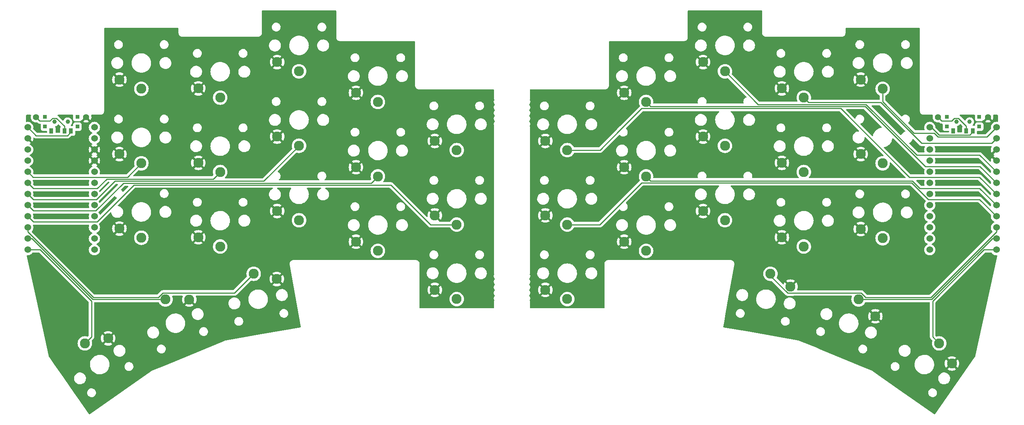
<source format=gbl>
%TF.GenerationSoftware,KiCad,Pcbnew,(6.0.4)*%
%TF.CreationDate,2022-09-24T19:54:14+02:00*%
%TF.ProjectId,MyKeeb,4d794b65-6562-42e6-9b69-6361645f7063,rev?*%
%TF.SameCoordinates,Original*%
%TF.FileFunction,Copper,L2,Bot*%
%TF.FilePolarity,Positive*%
%FSLAX46Y46*%
G04 Gerber Fmt 4.6, Leading zero omitted, Abs format (unit mm)*
G04 Created by KiCad (PCBNEW (6.0.4)) date 2022-09-24 19:54:14*
%MOMM*%
%LPD*%
G01*
G04 APERTURE LIST*
%TA.AperFunction,ComponentPad*%
%ADD10C,1.397000*%
%TD*%
%TA.AperFunction,ComponentPad*%
%ADD11C,2.282000*%
%TD*%
%TA.AperFunction,ComponentPad*%
%ADD12C,1.524000*%
%TD*%
%TA.AperFunction,WasherPad*%
%ADD13C,1.000000*%
%TD*%
%TA.AperFunction,SMDPad,CuDef*%
%ADD14R,0.900000X0.900000*%
%TD*%
%TA.AperFunction,SMDPad,CuDef*%
%ADD15R,0.900000X1.250000*%
%TD*%
%TA.AperFunction,Conductor*%
%ADD16C,0.250000*%
%TD*%
G04 APERTURE END LIST*
D10*
%TO.P,Bat+1,1,1*%
%TO.N,BT+*%
X250105082Y-72891423D03*
%TD*%
D11*
%TO.P,SWr_12,1,1*%
%TO.N,Switch12_r*%
X86248190Y-102425989D03*
%TO.P,SWr_12,2,2*%
%TO.N,gnd_r*%
X81248190Y-100325989D03*
%TD*%
%TO.P,SWr_16,1,1*%
%TO.N,Switch16_r*%
X55366279Y-124544648D03*
%TO.P,SWr_16,2,2*%
%TO.N,gnd_r*%
X60666550Y-123396985D03*
%TD*%
D12*
%TO.P,U2,1,TX*%
%TO.N,Switch1_r*%
X57532540Y-75222100D03*
%TO.P,U2,2,RX*%
%TO.N,Switch2_r*%
X57532540Y-77762100D03*
%TO.P,U2,3,GND*%
%TO.N,gnd_r*%
X57532540Y-80302100D03*
%TO.P,U2,4,GND*%
X57532540Y-82842100D03*
%TO.P,U2,5,SDA*%
%TO.N,Switch3_r*%
X57532540Y-85382100D03*
%TO.P,U2,6,SCL*%
%TO.N,Switch4_r*%
X57532540Y-87922100D03*
%TO.P,U2,7,D4*%
%TO.N,Switch5_r*%
X57532540Y-90462100D03*
%TO.P,U2,8,C6*%
%TO.N,Switch11_r*%
X57532540Y-93002100D03*
%TO.P,U2,9,D7*%
%TO.N,Switch12_r*%
X57532540Y-95542100D03*
%TO.P,U2,10,E6*%
%TO.N,Switch13_r*%
X57532540Y-98082100D03*
%TO.P,U2,11,B4*%
%TO.N,Switch14_r*%
X57532540Y-100622100D03*
%TO.P,U2,12,B5*%
%TO.N,Switch15_r*%
X57532540Y-103162100D03*
%TO.P,U2,13,B6*%
%TO.N,Switch16_r*%
X42312540Y-103162100D03*
%TO.P,U2,14,B2*%
%TO.N,Switch17_r*%
X42312540Y-100622100D03*
%TO.P,U2,15,B3*%
%TO.N,Switch18_r*%
X42312540Y-98082100D03*
%TO.P,U2,16,B1*%
%TO.N,Switch10_r*%
X42312540Y-95542100D03*
%TO.P,U2,17,F7*%
%TO.N,Switch9_r*%
X42312540Y-93002100D03*
%TO.P,U2,18,F6*%
%TO.N,Switch8_r*%
X42312540Y-90462100D03*
%TO.P,U2,19,F5*%
%TO.N,Switch7_r*%
X42312540Y-87922100D03*
%TO.P,U2,20,F4*%
%TO.N,Switch6_r*%
X42312540Y-85382100D03*
%TO.P,U2,21,VCC*%
%TO.N,unconnected-(U2-Pad21)*%
X42312540Y-82842100D03*
%TO.P,U2,22,RST*%
%TO.N,reset_r*%
X42312540Y-80302100D03*
%TO.P,U2,23,GND*%
%TO.N,gnd_r*%
X42312540Y-77762100D03*
%TO.P,U2,24,RAW*%
%TO.N,raw_r*%
X42312540Y-75222100D03*
%TD*%
D11*
%TO.P,SWr_11,1,1*%
%TO.N,Switch11_r*%
X68248190Y-100425989D03*
%TO.P,SWr_11,2,2*%
%TO.N,gnd_r*%
X63248190Y-98325989D03*
%TD*%
%TO.P,SWr_6,1,1*%
%TO.N,Switch6_r*%
X68248190Y-83425989D03*
%TO.P,SWr_6,2,2*%
%TO.N,gnd_r*%
X63248190Y-81325989D03*
%TD*%
%TO.P,SW4,1,1*%
%TO.N,Switch4*%
X183476912Y-69427032D03*
%TO.P,SW4,2,2*%
%TO.N,gnd*%
X178476912Y-67327032D03*
%TD*%
D13*
%TO.P,SW_POWERR1,*%
%TO.N,*%
X48446220Y-73961340D03*
X51446220Y-73961340D03*
D14*
%TO.P,SW_POWERR1,0*%
%TO.N,N/C*%
X53646220Y-72861340D03*
X53646220Y-75061340D03*
X46246220Y-75061340D03*
X46246220Y-72861340D03*
D15*
%TO.P,SW_POWERR1,1,A*%
%TO.N,unconnected-(SW_POWERR1-Pad1)*%
X47696220Y-76036340D03*
%TO.P,SW_POWERR1,2,B*%
%TO.N,BT+_r*%
X50696220Y-76036340D03*
%TO.P,SW_POWERR1,3,C*%
%TO.N,raw_r*%
X52196220Y-76036340D03*
%TD*%
D11*
%TO.P,SW10,1,1*%
%TO.N,Switch10*%
X165476912Y-97427032D03*
%TO.P,SW10,2,2*%
%TO.N,gnd*%
X160476912Y-95327032D03*
%TD*%
%TO.P,SWr_13,1,1*%
%TO.N,Switch13_r*%
X104248190Y-96425989D03*
%TO.P,SWr_13,2,2*%
%TO.N,gnd_r*%
X99248190Y-94325989D03*
%TD*%
%TO.P,SW18,1,1*%
%TO.N,Switch18*%
X211869549Y-108650969D03*
%TO.P,SW18,2,2*%
%TO.N,gnd*%
X216428926Y-111587307D03*
%TD*%
%TO.P,SWr_4,1,1*%
%TO.N,Switch4_r*%
X122248190Y-69425989D03*
%TO.P,SWr_4,2,2*%
%TO.N,gnd_r*%
X117248190Y-67325989D03*
%TD*%
%TO.P,SW9,1,1*%
%TO.N,Switch9*%
X183476912Y-86427032D03*
%TO.P,SW9,2,2*%
%TO.N,gnd*%
X178476912Y-84327032D03*
%TD*%
%TO.P,SWr_15,1,1*%
%TO.N,Switch15_r*%
X140248190Y-114425989D03*
%TO.P,SWr_15,2,2*%
%TO.N,gnd_r*%
X135248190Y-112325989D03*
%TD*%
D10*
%TO.P,BatGND2,1,1*%
%TO.N,gnd_r*%
X55653940Y-72900540D03*
%TD*%
D11*
%TO.P,SWr_3,1,1*%
%TO.N,Switch3_r*%
X104248190Y-62425989D03*
%TO.P,SWr_3,2,2*%
%TO.N,gnd_r*%
X99248190Y-60325989D03*
%TD*%
%TO.P,SW11,1,1*%
%TO.N,Switch11*%
X237476912Y-100533552D03*
%TO.P,SW11,2,2*%
%TO.N,gnd*%
X232476912Y-98433552D03*
%TD*%
D12*
%TO.P,U1,1,TX*%
%TO.N,Switch1*%
X263447782Y-75223143D03*
%TO.P,U1,2,RX*%
%TO.N,Switch2*%
X263447782Y-77763143D03*
%TO.P,U1,3,GND*%
%TO.N,gnd*%
X263447782Y-80303143D03*
%TO.P,U1,4,GND*%
X263447782Y-82843143D03*
%TO.P,U1,5,SDA*%
%TO.N,Switch3*%
X263447782Y-85383143D03*
%TO.P,U1,6,SCL*%
%TO.N,Switch4*%
X263447782Y-87923143D03*
%TO.P,U1,7,D4*%
%TO.N,Switch5*%
X263447782Y-90463143D03*
%TO.P,U1,8,C6*%
%TO.N,Switch9*%
X263447782Y-93003143D03*
%TO.P,U1,9,D7*%
%TO.N,Switch10*%
X263447782Y-95543143D03*
%TO.P,U1,10,E6*%
%TO.N,Switch18*%
X263447782Y-98083143D03*
%TO.P,U1,11,B4*%
%TO.N,Switch17*%
X263447782Y-100623143D03*
%TO.P,U1,12,B5*%
%TO.N,Switch16*%
X263447782Y-103163143D03*
%TO.P,U1,13,B6*%
%TO.N,Switch15*%
X248227782Y-103163143D03*
%TO.P,U1,14,B2*%
%TO.N,Switch14*%
X248227782Y-100623143D03*
%TO.P,U1,15,B3*%
%TO.N,Switch13*%
X248227782Y-98083143D03*
%TO.P,U1,16,B1*%
%TO.N,Switch12*%
X248227782Y-95543143D03*
%TO.P,U1,17,F7*%
%TO.N,Switch11*%
X248227782Y-93003143D03*
%TO.P,U1,18,F6*%
%TO.N,Switch8*%
X248227782Y-90463143D03*
%TO.P,U1,19,F5*%
%TO.N,Switch7*%
X248227782Y-87923143D03*
%TO.P,U1,20,F4*%
%TO.N,Switch6*%
X248227782Y-85383143D03*
%TO.P,U1,21,VCC*%
%TO.N,unconnected-(U1-Pad21)*%
X248227782Y-82843143D03*
%TO.P,U1,22,RST*%
%TO.N,reset*%
X248227782Y-80303143D03*
%TO.P,U1,23,GND*%
%TO.N,gnd*%
X248227782Y-77763143D03*
%TO.P,U1,24,RAW*%
%TO.N,raw*%
X248227782Y-75223143D03*
%TD*%
D11*
%TO.P,SWr_7,1,1*%
%TO.N,Switch7_r*%
X86248190Y-85425989D03*
%TO.P,SWr_7,2,2*%
%TO.N,gnd_r*%
X81248190Y-83325989D03*
%TD*%
%TO.P,SW1,1,1*%
%TO.N,Switch1*%
X237476912Y-66427032D03*
%TO.P,SW1,2,2*%
%TO.N,gnd*%
X232476912Y-64327032D03*
%TD*%
%TO.P,SWr_14,1,1*%
%TO.N,Switch14_r*%
X122248190Y-103425989D03*
%TO.P,SWr_14,2,2*%
%TO.N,gnd_r*%
X117248190Y-101325989D03*
%TD*%
%TO.P,SW6,1,1*%
%TO.N,Switch6*%
X237476912Y-83427032D03*
%TO.P,SW6,2,2*%
%TO.N,gnd*%
X232476912Y-81327032D03*
%TD*%
%TO.P,SW5,1,1*%
%TO.N,Switch5*%
X165476912Y-80427032D03*
%TO.P,SW5,2,2*%
%TO.N,gnd*%
X160476912Y-78327032D03*
%TD*%
%TO.P,SWr_9,1,1*%
%TO.N,Switch9_r*%
X122248190Y-86425989D03*
%TO.P,SWr_9,2,2*%
%TO.N,gnd_r*%
X117248190Y-84325989D03*
%TD*%
%TO.P,SW7,1,1*%
%TO.N,Switch7*%
X219476912Y-85427032D03*
%TO.P,SW7,2,2*%
%TO.N,gnd*%
X214476912Y-83327032D03*
%TD*%
%TO.P,SWr_8,1,1*%
%TO.N,Switch8_r*%
X104248190Y-79425989D03*
%TO.P,SWr_8,2,2*%
%TO.N,gnd_r*%
X99248190Y-77325989D03*
%TD*%
%TO.P,SWr_17,1,1*%
%TO.N,Switch17_r*%
X73769579Y-114500850D03*
%TO.P,SWr_17,2,2*%
%TO.N,gnd_r*%
X79192612Y-114527580D03*
%TD*%
D10*
%TO.P,Bat+r1,1,1*%
%TO.N,BT+_r*%
X44221400Y-72900540D03*
%TD*%
D11*
%TO.P,SW15,1,1*%
%TO.N,Switch15*%
X165476912Y-114427032D03*
%TO.P,SW15,2,2*%
%TO.N,gnd*%
X160476912Y-112327032D03*
%TD*%
%TO.P,SWr_10,1,1*%
%TO.N,Switch10_r*%
X140248190Y-97425989D03*
%TO.P,SWr_10,2,2*%
%TO.N,gnd_r*%
X135248190Y-95325989D03*
%TD*%
%TO.P,SW2,1,1*%
%TO.N,Switch2*%
X219476912Y-68427032D03*
%TO.P,SW2,2,2*%
%TO.N,gnd*%
X214476912Y-66327032D03*
%TD*%
%TO.P,SWr_5,1,1*%
%TO.N,Switch5_r*%
X140248190Y-80425989D03*
%TO.P,SWr_5,2,2*%
%TO.N,gnd_r*%
X135248190Y-78325989D03*
%TD*%
%TO.P,SWr_1,1,1*%
%TO.N,Switch1_r*%
X68248190Y-66425989D03*
%TO.P,SWr_1,2,2*%
%TO.N,gnd_r*%
X63248190Y-64325989D03*
%TD*%
%TO.P,SWr_2,1,1*%
%TO.N,Switch2_r*%
X86248190Y-68425989D03*
%TO.P,SWr_2,2,2*%
%TO.N,gnd_r*%
X81248190Y-66325989D03*
%TD*%
%TO.P,SW13,1,1*%
%TO.N,Switch13*%
X201476912Y-96427032D03*
%TO.P,SW13,2,2*%
%TO.N,gnd*%
X196476912Y-94327032D03*
%TD*%
%TO.P,SW3,1,1*%
%TO.N,Switch3*%
X201476912Y-62427032D03*
%TO.P,SW3,2,2*%
%TO.N,gnd*%
X196476912Y-60327032D03*
%TD*%
D13*
%TO.P,SW_POWER1,*%
%TO.N,*%
X257322982Y-73945523D03*
X254322982Y-73945523D03*
D14*
%TO.P,SW_POWER1,0*%
%TO.N,N/C*%
X259522982Y-75045523D03*
X252122982Y-75045523D03*
X252122982Y-72845523D03*
X259522982Y-72845523D03*
D15*
%TO.P,SW_POWER1,1,A*%
%TO.N,unconnected-(SW_POWER1-Pad1)*%
X253572982Y-76020523D03*
%TO.P,SW_POWER1,2,B*%
%TO.N,BT+*%
X256572982Y-76020523D03*
%TO.P,SW_POWER1,3,C*%
%TO.N,raw*%
X258072982Y-76020523D03*
%TD*%
D11*
%TO.P,SWr_18,1,1*%
%TO.N,Switch18_r*%
X93890272Y-108649916D03*
%TO.P,SWr_18,2,2*%
%TO.N,gnd_r*%
X99178972Y-109849771D03*
%TD*%
%TO.P,SW14,1,1*%
%TO.N,Switch14*%
X183476912Y-103427032D03*
%TO.P,SW14,2,2*%
%TO.N,gnd*%
X178476912Y-101327032D03*
%TD*%
%TO.P,SW8,1,1*%
%TO.N,Switch8*%
X201476912Y-79427032D03*
%TO.P,SW8,2,2*%
%TO.N,gnd*%
X196476912Y-77327032D03*
%TD*%
%TO.P,SW16,1,1*%
%TO.N,Switch16*%
X250393532Y-124545725D03*
%TO.P,SW16,2,2*%
%TO.N,gnd*%
X253284782Y-129133827D03*
%TD*%
%TO.P,SW17,1,1*%
%TO.N,Switch17*%
X231990238Y-114501916D03*
%TO.P,SW17,2,2*%
%TO.N,gnd*%
X235806001Y-118355480D03*
%TD*%
%TO.P,SW12,1,1*%
%TO.N,Switch12*%
X219476912Y-102427032D03*
%TO.P,SW12,2,2*%
%TO.N,gnd*%
X214476912Y-100327032D03*
%TD*%
D10*
%TO.P,BatGND1,1,1*%
%TO.N,gnd*%
X261539422Y-72899043D03*
%TD*%
D16*
%TO.N,BT+*%
X256572982Y-76020523D02*
X256572982Y-74911783D01*
X256572982Y-74911783D02*
X254782201Y-73121002D01*
X254782201Y-73121002D02*
X253865843Y-73121002D01*
X253239442Y-73747403D02*
X250961062Y-73747403D01*
X250961062Y-73747403D02*
X250105082Y-72891423D01*
X253865843Y-73121002D02*
X253239442Y-73747403D01*
%TO.N,BT+_r*%
X50696220Y-74955760D02*
X48877279Y-73136819D01*
X45052220Y-73761600D02*
X44231800Y-72941180D01*
X47363380Y-73761600D02*
X45052220Y-73761600D01*
X47988161Y-73136819D02*
X47363380Y-73761600D01*
X48877279Y-73136819D02*
X47988161Y-73136819D01*
X50696220Y-76036340D02*
X50696220Y-74955760D01*
%TO.N,Switch1*%
X250139235Y-77419554D02*
X261251371Y-77419554D01*
X249233144Y-76513463D02*
X250139235Y-77419554D01*
X244641542Y-76513463D02*
X249233144Y-76513463D01*
X237476912Y-69348833D02*
X244641542Y-76513463D01*
X261251371Y-77419554D02*
X263447782Y-75223143D01*
X237476912Y-66427032D02*
X237476912Y-69348833D01*
%TO.N,Switch2*%
X220593863Y-69543983D02*
X237036344Y-69543983D01*
X219476912Y-68427032D02*
X220593863Y-69543983D01*
X246342015Y-78849654D02*
X262361271Y-78849654D01*
X237036344Y-69543983D02*
X246342015Y-78849654D01*
X262361271Y-78849654D02*
X263447782Y-77763143D01*
%TO.N,Switch3*%
X259620002Y-81555363D02*
X263447782Y-85383143D01*
X233691822Y-69993503D02*
X245253682Y-81555363D01*
X201476912Y-62427032D02*
X209043383Y-69993503D01*
X209043383Y-69993503D02*
X233691822Y-69993503D01*
X245253682Y-81555363D02*
X259620002Y-81555363D01*
%TO.N,Switch4*%
X247190984Y-84128383D02*
X259653022Y-84128383D01*
X233505624Y-70443023D02*
X247190984Y-84128383D01*
X184492903Y-70443023D02*
X233505624Y-70443023D01*
X183476912Y-69427032D02*
X184492903Y-70443023D01*
X259653022Y-84128383D02*
X263447782Y-87923143D01*
%TO.N,Switch5*%
X172942993Y-80427032D02*
X177387091Y-75982934D01*
X243605222Y-86615043D02*
X259599682Y-86615043D01*
X182477483Y-70892543D02*
X227882722Y-70892543D01*
X177387091Y-75982934D02*
X177387091Y-75966739D01*
X165476912Y-80427032D02*
X172942993Y-80427032D01*
X177896619Y-75457211D02*
X177912815Y-75457211D01*
X177912815Y-75457211D02*
X182477483Y-70892543D01*
X259599682Y-86615043D02*
X263447782Y-90463143D01*
X227882722Y-70892543D02*
X243605222Y-86615043D01*
X177387091Y-75966739D02*
X177896619Y-75457211D01*
%TO.N,Switch9*%
X245998011Y-89175363D02*
X259620002Y-89175363D01*
X259620002Y-89175363D02*
X263447782Y-93003143D01*
X183476912Y-86427032D02*
X184492903Y-87443023D01*
X184492903Y-87443023D02*
X244265671Y-87443023D01*
X244265671Y-87443023D02*
X245998011Y-89175363D01*
%TO.N,Switch10*%
X244079473Y-87892543D02*
X247884513Y-91697583D01*
X172926798Y-97427032D02*
X182461287Y-87892543D01*
X165476912Y-97427032D02*
X172926798Y-97427032D01*
X182461287Y-87892543D02*
X244079473Y-87892543D01*
X247884513Y-91697583D02*
X259602222Y-91697583D01*
X259602222Y-91697583D02*
X263447782Y-95543143D01*
%TO.N,Switch16*%
X248903662Y-114886679D02*
X260627198Y-103163143D01*
X260627198Y-103163143D02*
X263447782Y-103163143D01*
X248903021Y-123055214D02*
X248903021Y-123053242D01*
X248901122Y-123053315D02*
X248903662Y-123050775D01*
X250395210Y-124547403D02*
X248903021Y-123055214D01*
X248903662Y-123050775D02*
X248903662Y-114886679D01*
%TO.N,Switch17*%
X248652706Y-114501916D02*
X262531480Y-100623143D01*
X231990238Y-114501916D02*
X248652706Y-114501916D01*
X262531480Y-100623143D02*
X263447782Y-100623143D01*
%TO.N,Switch18*%
X211869549Y-108650969D02*
X211869549Y-109100477D01*
X217052375Y-113036405D02*
X232597274Y-113036405D01*
X233613265Y-114052396D02*
X248466508Y-114052396D01*
X248466508Y-114052396D02*
X263447782Y-99071122D01*
X211869549Y-109100477D02*
X215821890Y-113052818D01*
X217035962Y-113052818D02*
X217052375Y-113036405D01*
X215821890Y-113052818D02*
X217035962Y-113052818D01*
X232597274Y-113036405D02*
X233613265Y-114052396D01*
X263447782Y-99071122D02*
X263447782Y-98083143D01*
%TO.N,Switch6_r*%
X68282790Y-83425989D02*
X65115099Y-86593680D01*
X65115099Y-86593680D02*
X43524120Y-86593680D01*
X43524120Y-86593680D02*
X42312540Y-85382100D01*
%TO.N,Switch7_r*%
X60350460Y-87043200D02*
X58201560Y-89192100D01*
X43582540Y-89192100D02*
X42312540Y-87922100D01*
X58201560Y-89192100D02*
X43582540Y-89192100D01*
X84665579Y-87043200D02*
X60350460Y-87043200D01*
X86282790Y-85425989D02*
X84665579Y-87043200D01*
%TO.N,Switch8_r*%
X62232660Y-87492720D02*
X58011060Y-91714320D01*
X58011060Y-91714320D02*
X43564760Y-91714320D01*
X104282790Y-79425989D02*
X96216059Y-87492720D01*
X96216059Y-87492720D02*
X62232660Y-87492720D01*
X43564760Y-91714320D02*
X42312540Y-90462100D01*
%TO.N,Switch9_r*%
X43567300Y-94256860D02*
X42312540Y-93002100D01*
X120766539Y-87942240D02*
X64178360Y-87942240D01*
X64178360Y-87942240D02*
X57863740Y-94256860D01*
X122282790Y-86425989D02*
X120766539Y-87942240D01*
X57863740Y-94256860D02*
X43567300Y-94256860D01*
%TO.N,Switch10_r*%
X42312540Y-95542100D02*
X43580000Y-96809560D01*
X43580000Y-96809560D02*
X58130440Y-96809560D01*
X125221760Y-88391760D02*
X134255989Y-97425989D01*
X58130440Y-96809560D02*
X66548240Y-88391760D01*
X66548240Y-88391760D02*
X125221760Y-88391760D01*
X134255989Y-97425989D02*
X140284170Y-97425989D01*
%TO.N,Switch16_r*%
X55366279Y-124544648D02*
X56860440Y-123050487D01*
X56860440Y-123050487D02*
X56860440Y-114878016D01*
X45144524Y-103162100D02*
X42312540Y-103162100D01*
X56860440Y-114878016D02*
X45144524Y-103162100D01*
%TO.N,Switch17_r*%
X57118992Y-114500850D02*
X43240242Y-100622100D01*
X73769579Y-114500850D02*
X57118992Y-114500850D01*
X43240242Y-100622100D02*
X42312540Y-100622100D01*
%TO.N,Switch18_r*%
X73162543Y-113035339D02*
X72146552Y-114051330D01*
X89504849Y-113035339D02*
X73162543Y-113035339D01*
X93890272Y-108649916D02*
X89504849Y-113035339D01*
X42312540Y-99058680D02*
X42312540Y-98082100D01*
X72146552Y-114051330D02*
X57305190Y-114051330D01*
X57305190Y-114051330D02*
X42312540Y-99058680D01*
%TO.N,raw*%
X257347493Y-76970034D02*
X252800382Y-76970034D01*
X252800382Y-76970034D02*
X252798471Y-76968123D01*
X250323522Y-76968123D02*
X248578542Y-75223143D01*
X252798471Y-76968123D02*
X250323522Y-76968123D01*
X258072982Y-76020523D02*
X258072982Y-76244545D01*
X248578542Y-75223143D02*
X248227782Y-75223143D01*
X258072982Y-76244545D02*
X257347493Y-76970034D01*
%TO.N,raw_r*%
X44192140Y-77101700D02*
X51354882Y-77101700D01*
X52196220Y-76260362D02*
X51354882Y-77101700D01*
X52196220Y-76036340D02*
X52196220Y-76260362D01*
X42312540Y-75222100D02*
X44192140Y-77101700D01*
%TD*%
%TA.AperFunction,Conductor*%
%TO.N,gnd_r*%
G36*
X104230282Y-48534538D02*
G01*
X112613109Y-48534812D01*
X112681229Y-48554816D01*
X112727720Y-48608473D01*
X112739105Y-48660774D01*
X112739931Y-51494375D01*
X112740840Y-54614189D01*
X112739398Y-54633235D01*
X112735646Y-54657821D01*
X112735685Y-54670374D01*
X112736448Y-54675178D01*
X112740416Y-54700171D01*
X112741267Y-54706588D01*
X112754372Y-54829654D01*
X112755997Y-54835143D01*
X112795075Y-54967157D01*
X112799845Y-54983272D01*
X112872329Y-55126144D01*
X112969437Y-55253566D01*
X113087974Y-55361341D01*
X113092842Y-55364367D01*
X113219062Y-55442830D01*
X113224034Y-55445921D01*
X113259228Y-55459753D01*
X113367810Y-55502428D01*
X113367814Y-55502429D01*
X113373139Y-55504522D01*
X113378758Y-55505619D01*
X113378759Y-55505619D01*
X113524757Y-55534116D01*
X113524761Y-55534116D01*
X113530379Y-55535213D01*
X113638499Y-55536409D01*
X113648035Y-55536876D01*
X113648070Y-55536879D01*
X113673339Y-55539080D01*
X113673341Y-55539080D01*
X113678186Y-55539502D01*
X113690710Y-55538654D01*
X113695462Y-55537581D01*
X113700276Y-55536879D01*
X113700341Y-55537327D01*
X113720682Y-55535056D01*
X124352397Y-55534658D01*
X130612880Y-55534424D01*
X130681002Y-55554424D01*
X130727497Y-55608077D01*
X130738885Y-55660451D01*
X130736764Y-65612296D01*
X130735322Y-65631278D01*
X130731546Y-65656021D01*
X130731585Y-65668574D01*
X130732348Y-65673378D01*
X130736316Y-65698371D01*
X130737167Y-65704788D01*
X130746705Y-65794360D01*
X130750272Y-65827854D01*
X130751897Y-65833343D01*
X130791154Y-65965961D01*
X130795745Y-65981472D01*
X130868229Y-66124344D01*
X130965337Y-66251766D01*
X131083874Y-66359541D01*
X131088742Y-66362567D01*
X131198697Y-66430919D01*
X131219934Y-66444121D01*
X131225265Y-66446216D01*
X131363710Y-66500628D01*
X131363714Y-66500629D01*
X131369039Y-66502722D01*
X131374658Y-66503819D01*
X131374659Y-66503819D01*
X131520657Y-66532316D01*
X131520661Y-66532316D01*
X131526279Y-66533413D01*
X131634399Y-66534609D01*
X131643935Y-66535076D01*
X131649114Y-66535527D01*
X131669239Y-66537280D01*
X131669241Y-66537280D01*
X131674086Y-66537702D01*
X131679993Y-66537302D01*
X131681756Y-66537183D01*
X131681760Y-66537182D01*
X131686610Y-66536854D01*
X131691353Y-66535783D01*
X131696175Y-66535080D01*
X131696240Y-66535527D01*
X131716576Y-66533260D01*
X148612560Y-66533260D01*
X148680681Y-66553262D01*
X148727174Y-66606918D01*
X148738560Y-66659207D01*
X148738780Y-67181382D01*
X148739319Y-68457656D01*
X148739349Y-68529755D01*
X148738956Y-68539743D01*
X148737821Y-68554089D01*
X148739011Y-68569814D01*
X148739370Y-68579268D01*
X148739375Y-68591960D01*
X148739770Y-68594710D01*
X148739397Y-68612196D01*
X148739481Y-68615201D01*
X148738457Y-68624121D01*
X148739978Y-68632971D01*
X148739978Y-68632973D01*
X148745772Y-68666686D01*
X148747234Y-68678520D01*
X148747688Y-68684528D01*
X148748656Y-68688905D01*
X148748658Y-68688916D01*
X148752194Y-68704897D01*
X148753348Y-68710771D01*
X148757413Y-68734423D01*
X148759098Y-68739429D01*
X148762704Y-68752397D01*
X148771186Y-68790733D01*
X148775507Y-68798600D01*
X148775507Y-68798601D01*
X148779161Y-68805254D01*
X148788139Y-68825716D01*
X148801466Y-68865313D01*
X148804114Y-68874265D01*
X148810222Y-68898131D01*
X148807734Y-68969084D01*
X148803263Y-68980620D01*
X148751107Y-69097764D01*
X148711677Y-69283270D01*
X148711677Y-69472920D01*
X148713049Y-69479373D01*
X148713049Y-69479377D01*
X148717777Y-69501619D01*
X148751107Y-69658426D01*
X148753791Y-69664455D01*
X148753792Y-69664457D01*
X148812820Y-69797034D01*
X148828245Y-69831680D01*
X148832125Y-69837021D01*
X148832126Y-69837022D01*
X148906242Y-69939034D01*
X148930101Y-70005902D01*
X148914020Y-70075054D01*
X148906242Y-70087156D01*
X148840234Y-70178009D01*
X148828245Y-70194510D01*
X148825561Y-70200538D01*
X148825560Y-70200540D01*
X148753792Y-70361733D01*
X148751107Y-70367764D01*
X148711677Y-70553270D01*
X148711677Y-70742920D01*
X148713049Y-70749373D01*
X148713049Y-70749377D01*
X148718223Y-70773718D01*
X148751107Y-70928426D01*
X148753791Y-70934455D01*
X148753792Y-70934457D01*
X148824578Y-71093443D01*
X148828245Y-71101680D01*
X148832125Y-71107021D01*
X148832126Y-71107022D01*
X148906242Y-71209034D01*
X148930101Y-71275902D01*
X148914020Y-71345054D01*
X148906242Y-71357156D01*
X148841520Y-71446239D01*
X148828245Y-71464510D01*
X148825561Y-71470538D01*
X148825560Y-71470540D01*
X148766826Y-71602459D01*
X148751107Y-71637764D01*
X148736608Y-71705977D01*
X148722340Y-71773106D01*
X148711677Y-71823270D01*
X148711677Y-72012920D01*
X148751107Y-72198426D01*
X148753791Y-72204455D01*
X148753792Y-72204457D01*
X148824049Y-72362255D01*
X148828245Y-72371680D01*
X148832125Y-72377021D01*
X148832126Y-72377022D01*
X148876246Y-72437748D01*
X148900218Y-72470742D01*
X148906242Y-72479034D01*
X148930101Y-72545902D01*
X148914020Y-72615054D01*
X148906242Y-72627156D01*
X148841847Y-72715789D01*
X148828245Y-72734510D01*
X148825561Y-72740538D01*
X148825560Y-72740540D01*
X148754913Y-72899216D01*
X148751107Y-72907764D01*
X148735114Y-72983006D01*
X148716821Y-73069071D01*
X148711677Y-73093270D01*
X148711677Y-73282920D01*
X148713049Y-73289373D01*
X148713049Y-73289377D01*
X148727755Y-73358562D01*
X148751107Y-73468426D01*
X148753791Y-73474455D01*
X148753792Y-73474457D01*
X148809430Y-73599420D01*
X148828245Y-73641680D01*
X148832125Y-73647021D01*
X148832126Y-73647022D01*
X148906242Y-73749034D01*
X148930101Y-73815902D01*
X148914020Y-73885054D01*
X148906242Y-73897156D01*
X148841613Y-73986111D01*
X148828245Y-74004510D01*
X148825561Y-74010538D01*
X148825560Y-74010540D01*
X148760083Y-74157603D01*
X148751107Y-74177764D01*
X148739362Y-74233022D01*
X148714510Y-74349943D01*
X148711677Y-74363270D01*
X148711677Y-74552920D01*
X148713049Y-74559373D01*
X148713049Y-74559377D01*
X148719399Y-74589251D01*
X148751107Y-74738426D01*
X148753791Y-74744455D01*
X148753792Y-74744457D01*
X148799651Y-74847457D01*
X148809085Y-74917824D01*
X148803780Y-74939435D01*
X148793426Y-74969747D01*
X148791267Y-74975590D01*
X148770143Y-75028693D01*
X148765766Y-75075067D01*
X148765655Y-75076238D01*
X148764298Y-75086280D01*
X148759482Y-75113566D01*
X148758419Y-75117993D01*
X148756579Y-75121913D01*
X148752502Y-75148099D01*
X148746055Y-75189505D01*
X148745642Y-75191990D01*
X148740752Y-75219697D01*
X148740626Y-75223582D01*
X148740132Y-75227395D01*
X148740109Y-75227688D01*
X148739360Y-75232499D01*
X148739360Y-75260552D01*
X148739294Y-75264638D01*
X148738114Y-75301024D01*
X148737225Y-75328413D01*
X148738914Y-75334971D01*
X148739360Y-75343089D01*
X148739360Y-108344183D01*
X148738967Y-108354122D01*
X148737821Y-108368605D01*
X148738234Y-108374063D01*
X148739001Y-108384204D01*
X148739360Y-108393708D01*
X148739360Y-108406262D01*
X148739776Y-108409168D01*
X148739397Y-108426721D01*
X148739481Y-108429719D01*
X148738457Y-108438637D01*
X148739978Y-108447487D01*
X148739978Y-108447489D01*
X148745772Y-108481202D01*
X148747234Y-108493036D01*
X148747688Y-108499044D01*
X148748656Y-108503421D01*
X148748658Y-108503432D01*
X148752194Y-108519413D01*
X148753348Y-108525287D01*
X148757413Y-108548939D01*
X148759098Y-108553945D01*
X148762704Y-108566913D01*
X148771186Y-108605249D01*
X148779164Y-108619775D01*
X148788140Y-108640234D01*
X148801465Y-108679823D01*
X148804110Y-108688763D01*
X148807444Y-108701790D01*
X148804956Y-108772740D01*
X148800485Y-108784277D01*
X148754884Y-108886699D01*
X148749957Y-108897764D01*
X148744593Y-108923000D01*
X148714414Y-109064985D01*
X148710527Y-109083270D01*
X148710527Y-109272920D01*
X148711899Y-109279373D01*
X148711899Y-109279377D01*
X148730242Y-109365673D01*
X148749957Y-109458426D01*
X148752641Y-109464455D01*
X148752642Y-109464457D01*
X148822993Y-109622466D01*
X148827095Y-109631680D01*
X148830975Y-109637021D01*
X148830976Y-109637022D01*
X148905092Y-109739034D01*
X148928951Y-109805902D01*
X148912870Y-109875054D01*
X148905092Y-109887155D01*
X148827095Y-109994510D01*
X148824411Y-110000538D01*
X148824410Y-110000540D01*
X148757816Y-110150113D01*
X148749957Y-110167764D01*
X148739160Y-110218561D01*
X148713867Y-110337557D01*
X148710527Y-110353270D01*
X148710527Y-110542920D01*
X148711899Y-110549373D01*
X148711899Y-110549377D01*
X148723709Y-110604936D01*
X148749957Y-110728426D01*
X148752641Y-110734455D01*
X148752642Y-110734457D01*
X148806206Y-110854762D01*
X148827095Y-110901680D01*
X148830975Y-110907021D01*
X148830976Y-110907022D01*
X148905092Y-111009034D01*
X148928951Y-111075902D01*
X148912870Y-111145054D01*
X148905092Y-111157155D01*
X148827095Y-111264510D01*
X148824411Y-111270538D01*
X148824410Y-111270540D01*
X148783931Y-111361458D01*
X148749957Y-111437764D01*
X148730242Y-111530517D01*
X148721675Y-111570824D01*
X148710527Y-111623270D01*
X148710527Y-111812920D01*
X148711899Y-111819373D01*
X148711899Y-111819377D01*
X148730242Y-111905673D01*
X148749957Y-111998426D01*
X148752641Y-112004455D01*
X148752642Y-112004457D01*
X148816088Y-112146957D01*
X148827095Y-112171680D01*
X148830975Y-112177021D01*
X148830976Y-112177022D01*
X148905092Y-112279034D01*
X148928951Y-112345902D01*
X148912870Y-112415054D01*
X148905092Y-112427155D01*
X148827095Y-112534510D01*
X148824411Y-112540538D01*
X148824410Y-112540540D01*
X148792277Y-112612712D01*
X148749957Y-112707764D01*
X148732258Y-112791033D01*
X148722018Y-112839210D01*
X148710527Y-112893270D01*
X148710527Y-113082920D01*
X148711899Y-113089373D01*
X148711899Y-113089377D01*
X148730242Y-113175673D01*
X148749957Y-113268426D01*
X148752641Y-113274455D01*
X148752642Y-113274457D01*
X148795107Y-113369833D01*
X148827095Y-113441680D01*
X148830975Y-113447021D01*
X148830976Y-113447022D01*
X148905092Y-113549034D01*
X148928951Y-113615902D01*
X148912870Y-113685054D01*
X148905092Y-113697155D01*
X148827095Y-113804510D01*
X148824411Y-113810538D01*
X148824410Y-113810540D01*
X148752642Y-113971733D01*
X148749957Y-113977764D01*
X148740715Y-114021247D01*
X148717453Y-114130687D01*
X148710527Y-114163270D01*
X148710527Y-114352920D01*
X148711899Y-114359373D01*
X148711899Y-114359377D01*
X148724316Y-114417793D01*
X148749957Y-114538426D01*
X148752641Y-114544455D01*
X148752642Y-114544457D01*
X148801957Y-114655220D01*
X148811391Y-114725587D01*
X148806086Y-114747196D01*
X148793426Y-114784261D01*
X148791267Y-114790106D01*
X148770143Y-114843209D01*
X148769299Y-114852145D01*
X148769299Y-114852147D01*
X148765655Y-114890751D01*
X148764296Y-114900807D01*
X148759479Y-114928102D01*
X148758390Y-114932640D01*
X148756516Y-114936635D01*
X148755139Y-114945505D01*
X148755138Y-114945507D01*
X148746046Y-115004059D01*
X148745621Y-115006622D01*
X148740752Y-115034213D01*
X148740623Y-115038176D01*
X148740113Y-115042120D01*
X148740090Y-115042413D01*
X148739343Y-115047228D01*
X148739345Y-115052096D01*
X148739345Y-115052097D01*
X148739355Y-115075177D01*
X148739289Y-115079317D01*
X148737225Y-115142929D01*
X148738935Y-115149566D01*
X148739390Y-115157818D01*
X148739657Y-115794892D01*
X148739907Y-116391432D01*
X148719933Y-116459561D01*
X148666297Y-116506077D01*
X148613910Y-116517485D01*
X140248982Y-116517524D01*
X131883455Y-116517564D01*
X131815334Y-116497562D01*
X131768841Y-116443907D01*
X131757454Y-116391519D01*
X131758155Y-114425989D01*
X138593589Y-114425989D01*
X138613960Y-114684826D01*
X138615114Y-114689633D01*
X138615115Y-114689639D01*
X138646558Y-114820606D01*
X138674571Y-114937289D01*
X138676464Y-114941860D01*
X138676465Y-114941862D01*
X138769235Y-115165827D01*
X138773930Y-115177162D01*
X138909590Y-115398539D01*
X139078210Y-115595969D01*
X139275640Y-115764589D01*
X139497017Y-115900249D01*
X139501587Y-115902142D01*
X139501591Y-115902144D01*
X139732317Y-115997714D01*
X139736890Y-115999608D01*
X139804930Y-116015943D01*
X139984540Y-116059064D01*
X139984546Y-116059065D01*
X139989353Y-116060219D01*
X140248190Y-116080590D01*
X140507027Y-116060219D01*
X140511834Y-116059065D01*
X140511840Y-116059064D01*
X140691450Y-116015943D01*
X140759490Y-115999608D01*
X140764063Y-115997714D01*
X140994789Y-115902144D01*
X140994793Y-115902142D01*
X140999363Y-115900249D01*
X141220740Y-115764589D01*
X141418170Y-115595969D01*
X141586790Y-115398539D01*
X141722450Y-115177162D01*
X141727146Y-115165827D01*
X141819915Y-114941862D01*
X141819916Y-114941860D01*
X141821809Y-114937289D01*
X141849822Y-114820606D01*
X141881265Y-114689639D01*
X141881266Y-114689633D01*
X141882420Y-114684826D01*
X141902791Y-114425989D01*
X141882420Y-114167152D01*
X141867950Y-114106878D01*
X141840937Y-113994362D01*
X141821809Y-113914689D01*
X141819915Y-113910116D01*
X141724345Y-113679390D01*
X141724343Y-113679386D01*
X141722450Y-113674816D01*
X141717208Y-113666261D01*
X141630986Y-113525560D01*
X141586790Y-113453439D01*
X141418170Y-113256009D01*
X141220740Y-113087389D01*
X140999363Y-112951729D01*
X140994793Y-112949836D01*
X140994789Y-112949834D01*
X140764063Y-112854264D01*
X140764061Y-112854263D01*
X140759490Y-112852370D01*
X140671720Y-112831298D01*
X140511840Y-112792914D01*
X140511834Y-112792913D01*
X140507027Y-112791759D01*
X140248190Y-112771388D01*
X139989353Y-112791759D01*
X139984546Y-112792913D01*
X139984540Y-112792914D01*
X139824660Y-112831298D01*
X139736890Y-112852370D01*
X139732319Y-112854263D01*
X139732317Y-112854264D01*
X139501591Y-112949834D01*
X139501587Y-112949836D01*
X139497017Y-112951729D01*
X139275640Y-113087389D01*
X139078210Y-113256009D01*
X138909590Y-113453439D01*
X138865394Y-113525560D01*
X138779173Y-113666261D01*
X138773930Y-113674816D01*
X138772037Y-113679386D01*
X138772035Y-113679390D01*
X138676465Y-113910116D01*
X138674571Y-113914689D01*
X138655443Y-113994362D01*
X138628431Y-114106878D01*
X138613960Y-114167152D01*
X138593589Y-114425989D01*
X131758155Y-114425989D01*
X131758428Y-113661809D01*
X134277725Y-113661809D01*
X134281975Y-113667885D01*
X134493025Y-113797216D01*
X134501819Y-113801697D01*
X134732472Y-113897237D01*
X134741857Y-113900286D01*
X134984619Y-113958568D01*
X134994366Y-113960111D01*
X135243260Y-113979700D01*
X135253120Y-113979700D01*
X135502014Y-113960111D01*
X135511761Y-113958568D01*
X135754523Y-113900286D01*
X135763908Y-113897237D01*
X135994561Y-113801697D01*
X136003355Y-113797216D01*
X136212963Y-113668768D01*
X136218728Y-113659935D01*
X136212721Y-113649730D01*
X135261002Y-112698011D01*
X135247058Y-112690397D01*
X135245225Y-112690528D01*
X135238610Y-112694779D01*
X134285118Y-113648271D01*
X134277725Y-113661809D01*
X131758428Y-113661809D01*
X131758903Y-112330919D01*
X133594479Y-112330919D01*
X133614068Y-112579813D01*
X133615611Y-112589560D01*
X133673893Y-112832322D01*
X133676942Y-112841707D01*
X133772482Y-113072360D01*
X133776963Y-113081154D01*
X133905411Y-113290762D01*
X133914244Y-113296527D01*
X133924449Y-113290520D01*
X134876168Y-112338801D01*
X134882546Y-112327121D01*
X135612598Y-112327121D01*
X135612729Y-112328954D01*
X135616980Y-112335569D01*
X136570472Y-113289061D01*
X136584010Y-113296454D01*
X136590086Y-113292204D01*
X136719417Y-113081154D01*
X136723898Y-113072360D01*
X136819438Y-112841707D01*
X136822487Y-112832322D01*
X136880769Y-112589560D01*
X136882312Y-112579813D01*
X136901901Y-112330919D01*
X136901901Y-112321059D01*
X136882312Y-112072165D01*
X136880769Y-112062418D01*
X136822487Y-111819656D01*
X136819438Y-111810271D01*
X136723898Y-111579618D01*
X136719417Y-111570824D01*
X136590969Y-111361216D01*
X136582136Y-111355451D01*
X136571931Y-111361458D01*
X135620212Y-112313177D01*
X135612598Y-112327121D01*
X134882546Y-112327121D01*
X134883782Y-112324857D01*
X134883651Y-112323024D01*
X134879400Y-112316409D01*
X133925908Y-111362917D01*
X133912370Y-111355524D01*
X133906294Y-111359774D01*
X133776963Y-111570824D01*
X133772482Y-111579618D01*
X133676942Y-111810271D01*
X133673893Y-111819656D01*
X133615611Y-112062418D01*
X133614068Y-112072165D01*
X133594479Y-112321059D01*
X133594479Y-112330919D01*
X131758903Y-112330919D01*
X131759381Y-110992043D01*
X134277652Y-110992043D01*
X134283659Y-111002248D01*
X135235378Y-111953967D01*
X135249322Y-111961581D01*
X135251155Y-111961450D01*
X135257770Y-111957199D01*
X136211262Y-111003707D01*
X136218655Y-110990169D01*
X136214405Y-110984093D01*
X136003355Y-110854762D01*
X135994561Y-110850281D01*
X135763908Y-110754741D01*
X135754523Y-110751692D01*
X135511761Y-110693410D01*
X135502014Y-110691867D01*
X135253120Y-110672278D01*
X135243260Y-110672278D01*
X134994366Y-110691867D01*
X134984619Y-110693410D01*
X134741857Y-110751692D01*
X134732472Y-110754741D01*
X134501819Y-110850281D01*
X134493025Y-110854762D01*
X134283417Y-110983210D01*
X134277652Y-110992043D01*
X131759381Y-110992043D01*
X131760284Y-108461721D01*
X133385390Y-108461721D01*
X133385590Y-108467051D01*
X133385590Y-108467052D01*
X133389554Y-108572648D01*
X133394044Y-108692257D01*
X133441418Y-108918039D01*
X133526157Y-109132611D01*
X133645837Y-109329838D01*
X133649334Y-109333868D01*
X133780681Y-109485232D01*
X133797037Y-109504081D01*
X133801168Y-109507468D01*
X133971305Y-109646973D01*
X133971311Y-109646977D01*
X133975433Y-109650357D01*
X134175925Y-109764483D01*
X134180941Y-109766304D01*
X134180946Y-109766306D01*
X134387765Y-109841378D01*
X134387769Y-109841379D01*
X134392780Y-109843198D01*
X134398029Y-109844147D01*
X134398032Y-109844148D01*
X134615713Y-109883511D01*
X134615720Y-109883512D01*
X134619797Y-109884249D01*
X134637534Y-109885085D01*
X134642482Y-109885319D01*
X134642489Y-109885319D01*
X134643970Y-109885389D01*
X134806115Y-109885389D01*
X134873071Y-109879708D01*
X134972752Y-109871250D01*
X134972756Y-109871249D01*
X134978063Y-109870799D01*
X134983218Y-109869461D01*
X134983224Y-109869460D01*
X135196193Y-109814184D01*
X135196197Y-109814183D01*
X135201362Y-109812842D01*
X135206228Y-109810650D01*
X135206231Y-109810649D01*
X135406839Y-109720282D01*
X135411705Y-109718090D01*
X135416125Y-109715114D01*
X135416129Y-109715112D01*
X135562693Y-109616438D01*
X135603075Y-109589251D01*
X135770002Y-109430011D01*
X135887791Y-109271697D01*
X135904527Y-109249203D01*
X135904529Y-109249200D01*
X135907711Y-109244923D01*
X135962495Y-109137172D01*
X136009848Y-109044035D01*
X136009848Y-109044034D01*
X136012267Y-109039277D01*
X136061940Y-108879306D01*
X136079095Y-108824059D01*
X136079096Y-108824053D01*
X136080679Y-108818956D01*
X136099119Y-108679823D01*
X136110290Y-108595542D01*
X136110290Y-108595537D01*
X136110990Y-108590257D01*
X136110329Y-108572648D01*
X138020704Y-108572648D01*
X138021067Y-108576796D01*
X138021067Y-108576800D01*
X138034202Y-108726932D01*
X138046442Y-108866838D01*
X138047352Y-108870910D01*
X138047353Y-108870915D01*
X138105849Y-109132611D01*
X138110862Y-109155039D01*
X138212834Y-109432188D01*
X138214781Y-109435881D01*
X138214782Y-109435883D01*
X138250739Y-109504081D01*
X138350564Y-109693416D01*
X138352984Y-109696821D01*
X138519209Y-109930724D01*
X138519214Y-109930730D01*
X138521633Y-109934134D01*
X138524477Y-109937184D01*
X138524482Y-109937190D01*
X138713568Y-110139960D01*
X138723036Y-110150113D01*
X138951235Y-110337557D01*
X139202219Y-110493174D01*
X139471580Y-110614230D01*
X139644381Y-110665744D01*
X139732010Y-110691867D01*
X139754585Y-110698597D01*
X139758705Y-110699250D01*
X139758707Y-110699250D01*
X140042782Y-110744244D01*
X140042788Y-110744245D01*
X140046263Y-110744795D01*
X140070822Y-110745910D01*
X140137207Y-110748925D01*
X140137228Y-110748925D01*
X140138627Y-110748989D01*
X140323091Y-110748989D01*
X140542854Y-110734392D01*
X140546953Y-110733566D01*
X140546957Y-110733565D01*
X140720380Y-110698597D01*
X140832341Y-110676022D01*
X141111565Y-110579877D01*
X141281279Y-110494891D01*
X141371885Y-110449519D01*
X141371887Y-110449518D01*
X141375621Y-110447648D01*
X141619868Y-110281657D01*
X141695192Y-110214310D01*
X141836902Y-110087606D01*
X141840017Y-110084821D01*
X141925317Y-109985300D01*
X142029479Y-109863773D01*
X142029482Y-109863769D01*
X142032199Y-109860599D01*
X142034473Y-109857097D01*
X142034477Y-109857092D01*
X142190760Y-109616438D01*
X142190763Y-109616433D01*
X142193039Y-109612928D01*
X142202870Y-109592225D01*
X142281929Y-109425726D01*
X142319709Y-109346161D01*
X142323597Y-109334053D01*
X142408705Y-109068972D01*
X142408705Y-109068971D01*
X142409985Y-109064985D01*
X142441158Y-108891733D01*
X142461541Y-108778448D01*
X142461542Y-108778443D01*
X142462280Y-108774339D01*
X142463753Y-108741913D01*
X142475487Y-108483500D01*
X142475487Y-108483495D01*
X142475676Y-108479330D01*
X142474136Y-108461721D01*
X144385390Y-108461721D01*
X144385590Y-108467051D01*
X144385590Y-108467052D01*
X144389554Y-108572648D01*
X144394044Y-108692257D01*
X144441418Y-108918039D01*
X144526157Y-109132611D01*
X144645837Y-109329838D01*
X144649334Y-109333868D01*
X144780681Y-109485232D01*
X144797037Y-109504081D01*
X144801168Y-109507468D01*
X144971305Y-109646973D01*
X144971311Y-109646977D01*
X144975433Y-109650357D01*
X145175925Y-109764483D01*
X145180941Y-109766304D01*
X145180946Y-109766306D01*
X145387765Y-109841378D01*
X145387769Y-109841379D01*
X145392780Y-109843198D01*
X145398029Y-109844147D01*
X145398032Y-109844148D01*
X145615713Y-109883511D01*
X145615720Y-109883512D01*
X145619797Y-109884249D01*
X145637534Y-109885085D01*
X145642482Y-109885319D01*
X145642489Y-109885319D01*
X145643970Y-109885389D01*
X145806115Y-109885389D01*
X145873071Y-109879708D01*
X145972752Y-109871250D01*
X145972756Y-109871249D01*
X145978063Y-109870799D01*
X145983218Y-109869461D01*
X145983224Y-109869460D01*
X146196193Y-109814184D01*
X146196197Y-109814183D01*
X146201362Y-109812842D01*
X146206228Y-109810650D01*
X146206231Y-109810649D01*
X146406839Y-109720282D01*
X146411705Y-109718090D01*
X146416125Y-109715114D01*
X146416129Y-109715112D01*
X146562693Y-109616438D01*
X146603075Y-109589251D01*
X146770002Y-109430011D01*
X146887791Y-109271697D01*
X146904527Y-109249203D01*
X146904529Y-109249200D01*
X146907711Y-109244923D01*
X146962495Y-109137172D01*
X147009848Y-109044035D01*
X147009848Y-109044034D01*
X147012267Y-109039277D01*
X147061940Y-108879306D01*
X147079095Y-108824059D01*
X147079096Y-108824053D01*
X147080679Y-108818956D01*
X147099119Y-108679823D01*
X147110290Y-108595542D01*
X147110290Y-108595537D01*
X147110990Y-108590257D01*
X147110173Y-108568478D01*
X147103069Y-108379256D01*
X147102336Y-108359721D01*
X147054962Y-108133939D01*
X146970223Y-107919367D01*
X146850543Y-107722140D01*
X146763618Y-107621967D01*
X146702843Y-107551930D01*
X146702841Y-107551928D01*
X146699343Y-107547897D01*
X146616459Y-107479936D01*
X146525075Y-107405005D01*
X146525069Y-107405001D01*
X146520947Y-107401621D01*
X146320455Y-107287495D01*
X146315439Y-107285674D01*
X146315434Y-107285672D01*
X146108615Y-107210600D01*
X146108611Y-107210599D01*
X146103600Y-107208780D01*
X146098351Y-107207831D01*
X146098348Y-107207830D01*
X145880667Y-107168467D01*
X145880660Y-107168466D01*
X145876583Y-107167729D01*
X145858846Y-107166893D01*
X145853898Y-107166659D01*
X145853891Y-107166659D01*
X145852410Y-107166589D01*
X145690265Y-107166589D01*
X145623309Y-107172270D01*
X145523628Y-107180728D01*
X145523624Y-107180729D01*
X145518317Y-107181179D01*
X145513162Y-107182517D01*
X145513156Y-107182518D01*
X145300187Y-107237794D01*
X145300183Y-107237795D01*
X145295018Y-107239136D01*
X145290152Y-107241328D01*
X145290149Y-107241329D01*
X145134783Y-107311316D01*
X145084675Y-107333888D01*
X145080255Y-107336864D01*
X145080251Y-107336866D01*
X145042540Y-107362255D01*
X144893305Y-107462727D01*
X144726378Y-107621967D01*
X144588669Y-107807055D01*
X144586254Y-107811805D01*
X144531567Y-107919367D01*
X144484113Y-108012701D01*
X144449907Y-108122861D01*
X144417285Y-108227919D01*
X144417284Y-108227925D01*
X144415701Y-108233022D01*
X144406140Y-108305160D01*
X144386799Y-108451091D01*
X144385390Y-108461721D01*
X142474136Y-108461721D01*
X142450302Y-108189301D01*
X142449938Y-108185140D01*
X142449027Y-108181063D01*
X142386430Y-107901017D01*
X142386428Y-107901010D01*
X142385518Y-107896939D01*
X142283546Y-107619790D01*
X142247768Y-107551930D01*
X142199168Y-107459753D01*
X142145816Y-107358562D01*
X142029498Y-107194886D01*
X141977171Y-107121254D01*
X141977166Y-107121248D01*
X141974747Y-107117844D01*
X141971903Y-107114794D01*
X141971898Y-107114788D01*
X141776190Y-106904917D01*
X141773344Y-106901865D01*
X141545145Y-106714421D01*
X141294161Y-106558804D01*
X141244809Y-106536624D01*
X141105920Y-106474205D01*
X141024800Y-106437748D01*
X140784487Y-106366108D01*
X140745794Y-106354573D01*
X140745792Y-106354573D01*
X140741795Y-106353381D01*
X140737675Y-106352728D01*
X140737673Y-106352728D01*
X140453598Y-106307734D01*
X140453592Y-106307733D01*
X140450117Y-106307183D01*
X140425558Y-106306068D01*
X140359173Y-106303053D01*
X140359152Y-106303053D01*
X140357753Y-106302989D01*
X140173289Y-106302989D01*
X139953526Y-106317586D01*
X139949427Y-106318412D01*
X139949423Y-106318413D01*
X139806829Y-106347165D01*
X139664039Y-106375956D01*
X139384815Y-106472101D01*
X139275685Y-106526749D01*
X139211673Y-106558804D01*
X139120759Y-106604330D01*
X138876512Y-106770321D01*
X138656363Y-106967157D01*
X138653646Y-106970327D01*
X138653645Y-106970328D01*
X138471776Y-107182518D01*
X138464181Y-107191379D01*
X138461907Y-107194881D01*
X138461903Y-107194886D01*
X138325450Y-107405005D01*
X138303341Y-107439050D01*
X138301547Y-107442828D01*
X138301546Y-107442830D01*
X138283927Y-107479936D01*
X138176671Y-107705817D01*
X138175392Y-107709800D01*
X138175391Y-107709803D01*
X138087675Y-107983006D01*
X138086395Y-107986993D01*
X138080851Y-108017804D01*
X138041176Y-108238314D01*
X138034100Y-108277639D01*
X138033911Y-108281806D01*
X138033910Y-108281813D01*
X138020964Y-108566916D01*
X138020704Y-108572648D01*
X136110329Y-108572648D01*
X136110173Y-108568478D01*
X136103069Y-108379256D01*
X136102336Y-108359721D01*
X136054962Y-108133939D01*
X135970223Y-107919367D01*
X135850543Y-107722140D01*
X135763618Y-107621967D01*
X135702843Y-107551930D01*
X135702841Y-107551928D01*
X135699343Y-107547897D01*
X135616459Y-107479936D01*
X135525075Y-107405005D01*
X135525069Y-107405001D01*
X135520947Y-107401621D01*
X135320455Y-107287495D01*
X135315439Y-107285674D01*
X135315434Y-107285672D01*
X135108615Y-107210600D01*
X135108611Y-107210599D01*
X135103600Y-107208780D01*
X135098351Y-107207831D01*
X135098348Y-107207830D01*
X134880667Y-107168467D01*
X134880660Y-107168466D01*
X134876583Y-107167729D01*
X134858846Y-107166893D01*
X134853898Y-107166659D01*
X134853891Y-107166659D01*
X134852410Y-107166589D01*
X134690265Y-107166589D01*
X134623309Y-107172270D01*
X134523628Y-107180728D01*
X134523624Y-107180729D01*
X134518317Y-107181179D01*
X134513162Y-107182517D01*
X134513156Y-107182518D01*
X134300187Y-107237794D01*
X134300183Y-107237795D01*
X134295018Y-107239136D01*
X134290152Y-107241328D01*
X134290149Y-107241329D01*
X134134783Y-107311316D01*
X134084675Y-107333888D01*
X134080255Y-107336864D01*
X134080251Y-107336866D01*
X134042540Y-107362255D01*
X133893305Y-107462727D01*
X133726378Y-107621967D01*
X133588669Y-107807055D01*
X133586254Y-107811805D01*
X133531567Y-107919367D01*
X133484113Y-108012701D01*
X133449907Y-108122861D01*
X133417285Y-108227919D01*
X133417284Y-108227925D01*
X133415701Y-108233022D01*
X133406140Y-108305160D01*
X133386799Y-108451091D01*
X133385390Y-108461721D01*
X131760284Y-108461721D01*
X131761006Y-106439003D01*
X131762445Y-106420063D01*
X131765496Y-106400042D01*
X131766231Y-106395221D01*
X131766211Y-106388936D01*
X131766207Y-106387544D01*
X131766207Y-106387538D01*
X131766191Y-106382669D01*
X131761723Y-106354564D01*
X131760873Y-106348159D01*
X131747566Y-106223391D01*
X131726393Y-106151902D01*
X131703697Y-106075272D01*
X131703695Y-106075268D01*
X131702070Y-106069780D01*
X131629566Y-105926919D01*
X131532441Y-105799510D01*
X131413893Y-105691749D01*
X131277824Y-105607182D01*
X131128715Y-105548594D01*
X131123093Y-105547497D01*
X130977093Y-105519010D01*
X130977087Y-105519009D01*
X130971473Y-105517914D01*
X130863338Y-105516724D01*
X130853818Y-105516258D01*
X130838116Y-105514891D01*
X130828518Y-105514055D01*
X130828515Y-105514055D01*
X130823667Y-105513633D01*
X130811143Y-105514482D01*
X130806400Y-105515553D01*
X130801580Y-105516256D01*
X130801515Y-105515808D01*
X130781179Y-105518078D01*
X122040326Y-105518567D01*
X103038588Y-105519631D01*
X103019567Y-105518188D01*
X102999745Y-105515162D01*
X102999737Y-105515161D01*
X102994927Y-105514427D01*
X102990060Y-105514441D01*
X102990055Y-105514441D01*
X102988632Y-105514446D01*
X102982375Y-105514464D01*
X102977570Y-105515227D01*
X102977566Y-105515227D01*
X102951754Y-105519324D01*
X102945337Y-105520174D01*
X102823097Y-105533184D01*
X102669480Y-105578648D01*
X102526607Y-105651122D01*
X102522052Y-105654593D01*
X102403741Y-105744748D01*
X102403736Y-105744752D01*
X102399183Y-105748222D01*
X102291404Y-105866750D01*
X102206819Y-106002804D01*
X102148212Y-106151902D01*
X102117513Y-106309137D01*
X102117449Y-106314864D01*
X102117449Y-106314868D01*
X102116908Y-106363603D01*
X102116908Y-106363635D01*
X102114067Y-106363603D01*
X102114440Y-106366143D01*
X102116239Y-106366106D01*
X102116614Y-106384476D01*
X102116632Y-106388448D01*
X102116312Y-106417244D01*
X102115844Y-106426783D01*
X102113216Y-106456940D01*
X102114064Y-106469464D01*
X102115134Y-106474204D01*
X102115134Y-106474205D01*
X102126994Y-106526749D01*
X102128163Y-106532565D01*
X104633618Y-120713027D01*
X104636985Y-120732086D01*
X104629140Y-120802648D01*
X104584392Y-120857768D01*
X104534715Y-120878108D01*
X95562606Y-122454681D01*
X87533200Y-123865603D01*
X87520985Y-123866370D01*
X87521030Y-123866845D01*
X87512097Y-123867686D01*
X87503127Y-123867251D01*
X87450835Y-123879830D01*
X87443190Y-123881419D01*
X87427293Y-123884213D01*
X87417300Y-123887482D01*
X87407614Y-123890227D01*
X87394312Y-123893427D01*
X87389814Y-123895279D01*
X87389804Y-123895282D01*
X87379996Y-123899320D01*
X87371210Y-123902561D01*
X87332446Y-123915243D01*
X87332444Y-123915244D01*
X87323913Y-123918035D01*
X87316506Y-123923110D01*
X87309220Y-123926706D01*
X87295631Y-123934053D01*
X73959542Y-129424304D01*
X70813183Y-130719609D01*
X70800733Y-130723205D01*
X70800831Y-130723506D01*
X70792298Y-130726279D01*
X70783450Y-130727815D01*
X70736267Y-130750980D01*
X70728730Y-130754377D01*
X70714858Y-130760088D01*
X70710988Y-130762370D01*
X70710986Y-130762371D01*
X70704783Y-130766028D01*
X70696320Y-130770592D01*
X70687359Y-130774992D01*
X70687354Y-130774995D01*
X70682987Y-130777139D01*
X70679008Y-130779925D01*
X70678998Y-130779931D01*
X70671257Y-130785352D01*
X70662990Y-130790672D01*
X70646939Y-130800137D01*
X70628892Y-130810778D01*
X70628890Y-130810779D01*
X70621161Y-130815337D01*
X70615021Y-130821881D01*
X70611592Y-130824626D01*
X70596543Y-130837667D01*
X56484570Y-140718950D01*
X56417297Y-140741638D01*
X56348436Y-140724353D01*
X56309105Y-140688033D01*
X53596346Y-136815856D01*
X52927704Y-135861440D01*
X55875655Y-135861440D01*
X55906149Y-136063074D01*
X55976564Y-136254458D01*
X56084025Y-136427774D01*
X56224141Y-136575943D01*
X56229371Y-136579605D01*
X56229372Y-136579606D01*
X56385955Y-136689246D01*
X56391188Y-136692910D01*
X56578343Y-136773899D01*
X56584591Y-136775204D01*
X56584590Y-136775204D01*
X56773215Y-136814611D01*
X56773219Y-136814611D01*
X56777960Y-136815602D01*
X56782797Y-136815855D01*
X56782801Y-136815856D01*
X56782867Y-136815859D01*
X56784639Y-136815952D01*
X56934394Y-136815952D01*
X57007040Y-136808573D01*
X57079961Y-136801166D01*
X57079962Y-136801166D01*
X57086310Y-136800521D01*
X57280905Y-136739538D01*
X57459264Y-136640673D01*
X57614100Y-136507962D01*
X57739088Y-136346828D01*
X57829123Y-136163853D01*
X57830733Y-136157673D01*
X57878917Y-135972693D01*
X57878917Y-135972690D01*
X57880527Y-135966511D01*
X57891199Y-135762864D01*
X57860705Y-135561230D01*
X57790290Y-135369846D01*
X57682829Y-135196530D01*
X57542713Y-135048361D01*
X57445852Y-134980538D01*
X57380899Y-134935058D01*
X57380898Y-134935057D01*
X57375666Y-134931394D01*
X57188511Y-134850405D01*
X57138054Y-134839864D01*
X56993639Y-134809693D01*
X56993635Y-134809693D01*
X56988894Y-134808702D01*
X56984057Y-134808449D01*
X56984053Y-134808448D01*
X56983987Y-134808445D01*
X56982215Y-134808352D01*
X56832460Y-134808352D01*
X56759814Y-134815731D01*
X56686893Y-134823138D01*
X56686892Y-134823138D01*
X56680544Y-134823783D01*
X56485949Y-134884766D01*
X56307590Y-134983631D01*
X56152754Y-135116342D01*
X56027766Y-135277476D01*
X55937731Y-135460451D01*
X55936122Y-135466629D01*
X55936121Y-135466631D01*
X55913042Y-135555234D01*
X55886327Y-135657793D01*
X55875655Y-135861440D01*
X52927704Y-135861440D01*
X50550369Y-132468047D01*
X52882244Y-132468047D01*
X52890898Y-132698583D01*
X52938272Y-132924365D01*
X53023011Y-133138937D01*
X53142691Y-133336164D01*
X53146188Y-133340194D01*
X53232812Y-133440019D01*
X53293891Y-133510407D01*
X53298022Y-133513794D01*
X53468159Y-133653299D01*
X53468165Y-133653303D01*
X53472287Y-133656683D01*
X53672779Y-133770809D01*
X53677795Y-133772630D01*
X53677800Y-133772632D01*
X53884619Y-133847704D01*
X53884623Y-133847705D01*
X53889634Y-133849524D01*
X53894883Y-133850473D01*
X53894886Y-133850474D01*
X54112567Y-133889837D01*
X54112574Y-133889838D01*
X54116651Y-133890575D01*
X54134388Y-133891411D01*
X54139336Y-133891645D01*
X54139343Y-133891645D01*
X54140824Y-133891715D01*
X54302969Y-133891715D01*
X54369925Y-133886034D01*
X54469606Y-133877576D01*
X54469610Y-133877575D01*
X54474917Y-133877125D01*
X54480072Y-133875787D01*
X54480078Y-133875786D01*
X54693047Y-133820510D01*
X54693051Y-133820509D01*
X54698216Y-133819168D01*
X54703082Y-133816976D01*
X54703085Y-133816975D01*
X54903693Y-133726608D01*
X54908559Y-133724416D01*
X54912979Y-133721440D01*
X54912983Y-133721438D01*
X55014192Y-133653299D01*
X55099929Y-133595577D01*
X55266856Y-133436337D01*
X55404565Y-133251249D01*
X55459349Y-133143498D01*
X55506702Y-133050361D01*
X55506702Y-133050360D01*
X55509121Y-133045603D01*
X55548387Y-132919146D01*
X55575949Y-132830385D01*
X55575950Y-132830379D01*
X55577533Y-132825282D01*
X55607844Y-132596583D01*
X55599190Y-132366047D01*
X55551816Y-132140265D01*
X55467077Y-131925693D01*
X55347397Y-131728466D01*
X55343900Y-131724436D01*
X55199697Y-131558256D01*
X55199695Y-131558254D01*
X55196197Y-131554223D01*
X55154062Y-131519675D01*
X55021929Y-131411331D01*
X55021923Y-131411327D01*
X55017801Y-131407947D01*
X54817309Y-131293821D01*
X54812293Y-131292000D01*
X54812288Y-131291998D01*
X54605469Y-131216926D01*
X54605465Y-131216925D01*
X54600454Y-131215106D01*
X54595205Y-131214157D01*
X54595202Y-131214156D01*
X54377521Y-131174793D01*
X54377514Y-131174792D01*
X54373437Y-131174055D01*
X54355700Y-131173219D01*
X54350752Y-131172985D01*
X54350745Y-131172985D01*
X54349264Y-131172915D01*
X54187119Y-131172915D01*
X54120163Y-131178596D01*
X54020482Y-131187054D01*
X54020478Y-131187055D01*
X54015171Y-131187505D01*
X54010016Y-131188843D01*
X54010010Y-131188844D01*
X53797041Y-131244120D01*
X53797037Y-131244121D01*
X53791872Y-131245462D01*
X53787006Y-131247654D01*
X53787003Y-131247655D01*
X53688565Y-131291998D01*
X53581529Y-131340214D01*
X53577109Y-131343190D01*
X53577105Y-131343192D01*
X53572122Y-131346547D01*
X53390159Y-131469053D01*
X53223232Y-131628293D01*
X53085523Y-131813381D01*
X53083108Y-131818131D01*
X53028421Y-131925693D01*
X52980967Y-132019027D01*
X52946761Y-132129188D01*
X52914139Y-132234245D01*
X52914138Y-132234251D01*
X52912555Y-132239348D01*
X52882244Y-132468047D01*
X50550369Y-132468047D01*
X49939749Y-131596451D01*
X48417992Y-129424304D01*
X56522894Y-129424304D01*
X56523257Y-129428452D01*
X56523257Y-129428456D01*
X56535911Y-129573092D01*
X56548632Y-129718494D01*
X56549542Y-129722566D01*
X56549543Y-129722571D01*
X56593814Y-129920628D01*
X56613052Y-130006695D01*
X56715024Y-130283844D01*
X56716971Y-130287537D01*
X56716972Y-130287539D01*
X56754486Y-130358690D01*
X56852754Y-130545072D01*
X56855174Y-130548477D01*
X57021399Y-130782380D01*
X57021404Y-130782386D01*
X57023823Y-130785790D01*
X57026667Y-130788840D01*
X57026672Y-130788846D01*
X57161383Y-130933306D01*
X57225226Y-131001769D01*
X57453425Y-131189213D01*
X57704409Y-131344830D01*
X57973770Y-131465886D01*
X58256775Y-131550253D01*
X58260895Y-131550906D01*
X58260897Y-131550906D01*
X58544972Y-131595900D01*
X58544978Y-131595901D01*
X58548453Y-131596451D01*
X58573012Y-131597566D01*
X58639397Y-131600581D01*
X58639418Y-131600581D01*
X58640817Y-131600645D01*
X58825281Y-131600645D01*
X59045044Y-131586048D01*
X59049143Y-131585222D01*
X59049147Y-131585221D01*
X59219331Y-131550906D01*
X59334531Y-131527678D01*
X59613755Y-131431533D01*
X59783469Y-131346547D01*
X59874075Y-131301175D01*
X59874077Y-131301174D01*
X59877811Y-131299304D01*
X60122058Y-131133313D01*
X60342207Y-130936477D01*
X60448569Y-130812383D01*
X60531669Y-130715429D01*
X60531672Y-130715425D01*
X60534389Y-130712255D01*
X60536663Y-130708753D01*
X60536667Y-130708748D01*
X60692950Y-130468094D01*
X60692953Y-130468089D01*
X60695229Y-130464584D01*
X60821899Y-130197817D01*
X60827157Y-130181442D01*
X60910895Y-129920628D01*
X60910895Y-129920627D01*
X60912175Y-129916641D01*
X60919973Y-129873302D01*
X64427603Y-129873302D01*
X64458097Y-130074936D01*
X64460303Y-130080931D01*
X64460303Y-130080932D01*
X64504700Y-130201599D01*
X64528512Y-130266320D01*
X64635973Y-130439636D01*
X64640354Y-130444269D01*
X64640355Y-130444270D01*
X64738898Y-130548477D01*
X64776089Y-130587805D01*
X64781319Y-130591467D01*
X64781320Y-130591468D01*
X64937903Y-130701108D01*
X64943136Y-130704772D01*
X65043728Y-130748302D01*
X65116819Y-130779931D01*
X65130291Y-130785761D01*
X65180748Y-130796302D01*
X65325163Y-130826473D01*
X65325167Y-130826473D01*
X65329908Y-130827464D01*
X65334745Y-130827717D01*
X65334749Y-130827718D01*
X65334815Y-130827721D01*
X65336587Y-130827814D01*
X65486342Y-130827814D01*
X65558988Y-130820435D01*
X65631909Y-130813028D01*
X65631910Y-130813028D01*
X65638258Y-130812383D01*
X65832853Y-130751400D01*
X66011212Y-130652535D01*
X66166048Y-130519824D01*
X66291036Y-130358690D01*
X66381071Y-130175715D01*
X66382681Y-130169535D01*
X66430865Y-129984555D01*
X66430865Y-129984552D01*
X66432475Y-129978373D01*
X66443147Y-129774726D01*
X66412653Y-129573092D01*
X66342238Y-129381708D01*
X66234777Y-129208392D01*
X66094661Y-129060223D01*
X65997800Y-128992400D01*
X65932847Y-128946920D01*
X65932846Y-128946919D01*
X65927614Y-128943256D01*
X65740459Y-128862267D01*
X65690002Y-128851726D01*
X65545587Y-128821555D01*
X65545583Y-128821555D01*
X65540842Y-128820564D01*
X65536005Y-128820311D01*
X65536001Y-128820310D01*
X65535935Y-128820307D01*
X65534163Y-128820214D01*
X65384408Y-128820214D01*
X65311762Y-128827593D01*
X65238841Y-128835000D01*
X65238840Y-128835000D01*
X65232492Y-128835645D01*
X65037897Y-128896628D01*
X64859538Y-128995493D01*
X64704702Y-129128204D01*
X64579714Y-129289338D01*
X64489679Y-129472313D01*
X64488070Y-129478491D01*
X64488069Y-129478493D01*
X64449648Y-129625995D01*
X64438275Y-129669655D01*
X64427603Y-129873302D01*
X60919973Y-129873302D01*
X60938846Y-129768408D01*
X60963731Y-129630104D01*
X60963732Y-129630099D01*
X60964470Y-129625995D01*
X60966586Y-129579409D01*
X60977677Y-129335156D01*
X60977677Y-129335151D01*
X60977866Y-129330986D01*
X60974223Y-129289338D01*
X60952492Y-129040957D01*
X60952128Y-129036796D01*
X60942896Y-128995493D01*
X60888620Y-128752673D01*
X60888618Y-128752666D01*
X60887708Y-128748595D01*
X60785736Y-128471446D01*
X60648006Y-128210218D01*
X60597185Y-128138706D01*
X60479361Y-127972910D01*
X60479356Y-127972904D01*
X60476937Y-127969500D01*
X60474093Y-127966450D01*
X60474088Y-127966444D01*
X60278380Y-127756573D01*
X60275534Y-127753521D01*
X60047335Y-127566077D01*
X59796351Y-127410460D01*
X59526990Y-127289404D01*
X59243985Y-127205037D01*
X59239865Y-127204384D01*
X59239863Y-127204384D01*
X58955788Y-127159390D01*
X58955782Y-127159389D01*
X58952307Y-127158839D01*
X58927748Y-127157724D01*
X58861363Y-127154709D01*
X58861342Y-127154709D01*
X58859943Y-127154645D01*
X58675479Y-127154645D01*
X58455716Y-127169242D01*
X58451617Y-127170068D01*
X58451613Y-127170069D01*
X58317886Y-127197033D01*
X58166229Y-127227612D01*
X57887005Y-127323757D01*
X57839907Y-127347342D01*
X57710594Y-127412097D01*
X57622949Y-127455986D01*
X57378702Y-127621977D01*
X57158553Y-127818813D01*
X57155836Y-127821983D01*
X57155835Y-127821984D01*
X57026476Y-127972910D01*
X56966371Y-128043035D01*
X56964097Y-128046537D01*
X56964093Y-128046542D01*
X56855402Y-128213911D01*
X56805531Y-128290706D01*
X56678861Y-128557473D01*
X56677582Y-128561456D01*
X56677581Y-128561459D01*
X56594473Y-128820310D01*
X56588585Y-128838649D01*
X56583880Y-128864801D01*
X56537234Y-129124050D01*
X56536290Y-129129295D01*
X56536101Y-129133462D01*
X56536100Y-129133469D01*
X56527320Y-129326834D01*
X56522894Y-129424304D01*
X48417992Y-129424304D01*
X47212368Y-127703404D01*
X47192530Y-127658291D01*
X44280791Y-114479276D01*
X42094286Y-104582786D01*
X42099121Y-104511955D01*
X42141483Y-104454981D01*
X42207923Y-104429955D01*
X42228298Y-104430083D01*
X42312540Y-104437453D01*
X42534003Y-104418078D01*
X42717555Y-104368895D01*
X42743426Y-104361963D01*
X42743428Y-104361962D01*
X42748736Y-104360540D01*
X42753718Y-104358217D01*
X42945230Y-104268914D01*
X42945235Y-104268911D01*
X42950217Y-104266588D01*
X43052045Y-104195287D01*
X43127810Y-104142236D01*
X43127813Y-104142234D01*
X43132321Y-104139077D01*
X43289517Y-103981881D01*
X43345350Y-103902144D01*
X43382331Y-103849329D01*
X43437788Y-103805001D01*
X43485544Y-103795600D01*
X44829930Y-103795600D01*
X44898051Y-103815602D01*
X44919025Y-103832505D01*
X56190035Y-115103515D01*
X56224061Y-115165827D01*
X56226940Y-115192610D01*
X56226940Y-122735893D01*
X56206938Y-122804014D01*
X56190035Y-122824988D01*
X56054784Y-122960239D01*
X55992472Y-122994265D01*
X55917472Y-122987553D01*
X55877579Y-122971029D01*
X55789809Y-122949957D01*
X55629929Y-122911573D01*
X55629923Y-122911572D01*
X55625116Y-122910418D01*
X55366279Y-122890047D01*
X55107442Y-122910418D01*
X55102635Y-122911572D01*
X55102629Y-122911573D01*
X54942749Y-122949957D01*
X54854979Y-122971029D01*
X54850408Y-122972922D01*
X54850406Y-122972923D01*
X54619680Y-123068493D01*
X54619676Y-123068495D01*
X54615106Y-123070388D01*
X54393729Y-123206048D01*
X54196299Y-123374668D01*
X54027679Y-123572098D01*
X53892019Y-123793475D01*
X53890126Y-123798045D01*
X53890124Y-123798049D01*
X53794554Y-124028775D01*
X53792660Y-124033348D01*
X53732049Y-124285811D01*
X53711678Y-124544648D01*
X53732049Y-124803485D01*
X53733203Y-124808292D01*
X53733204Y-124808298D01*
X53766347Y-124946346D01*
X53792660Y-125055948D01*
X53794553Y-125060519D01*
X53794554Y-125060521D01*
X53889577Y-125289925D01*
X53892019Y-125295821D01*
X54027679Y-125517198D01*
X54196299Y-125714628D01*
X54393729Y-125883248D01*
X54615106Y-126018908D01*
X54619676Y-126020801D01*
X54619680Y-126020803D01*
X54850406Y-126116373D01*
X54854979Y-126118267D01*
X54942749Y-126139339D01*
X55102629Y-126177723D01*
X55102635Y-126177724D01*
X55107442Y-126178878D01*
X55366279Y-126199249D01*
X55625116Y-126178878D01*
X55629923Y-126177724D01*
X55629929Y-126177723D01*
X55709140Y-126158706D01*
X61892916Y-126158706D01*
X61901570Y-126389242D01*
X61948944Y-126615024D01*
X62033683Y-126829596D01*
X62153363Y-127026823D01*
X62156860Y-127030853D01*
X62276948Y-127169242D01*
X62304563Y-127201066D01*
X62308694Y-127204453D01*
X62478831Y-127343958D01*
X62478837Y-127343962D01*
X62482959Y-127347342D01*
X62683451Y-127461468D01*
X62688467Y-127463289D01*
X62688472Y-127463291D01*
X62895291Y-127538363D01*
X62895295Y-127538364D01*
X62900306Y-127540183D01*
X62905555Y-127541132D01*
X62905558Y-127541133D01*
X63123239Y-127580496D01*
X63123246Y-127580497D01*
X63127323Y-127581234D01*
X63145060Y-127582070D01*
X63150008Y-127582304D01*
X63150015Y-127582304D01*
X63151496Y-127582374D01*
X63313641Y-127582374D01*
X63380597Y-127576693D01*
X63480278Y-127568235D01*
X63480282Y-127568234D01*
X63485589Y-127567784D01*
X63490744Y-127566446D01*
X63490750Y-127566445D01*
X63703719Y-127511169D01*
X63703723Y-127511168D01*
X63708888Y-127509827D01*
X63713754Y-127507635D01*
X63713757Y-127507634D01*
X63914365Y-127417267D01*
X63919231Y-127415075D01*
X63923651Y-127412099D01*
X63923655Y-127412097D01*
X64056888Y-127322398D01*
X64110601Y-127286236D01*
X64277528Y-127126996D01*
X64415237Y-126941908D01*
X64471067Y-126832099D01*
X64517374Y-126741020D01*
X64517374Y-126741019D01*
X64519793Y-126736262D01*
X64564144Y-126593431D01*
X64586621Y-126521044D01*
X64586622Y-126521038D01*
X64588205Y-126515941D01*
X64618516Y-126287242D01*
X64609862Y-126056706D01*
X64572560Y-125878928D01*
X71804259Y-125878928D01*
X71834753Y-126080562D01*
X71836959Y-126086557D01*
X71836959Y-126086558D01*
X71865466Y-126164037D01*
X71905168Y-126271946D01*
X72012629Y-126445262D01*
X72152745Y-126593431D01*
X72157975Y-126597093D01*
X72157976Y-126597094D01*
X72314559Y-126706734D01*
X72319792Y-126710398D01*
X72506947Y-126791387D01*
X72513195Y-126792692D01*
X72513194Y-126792692D01*
X72701819Y-126832099D01*
X72701823Y-126832099D01*
X72706564Y-126833090D01*
X72711401Y-126833343D01*
X72711405Y-126833344D01*
X72711471Y-126833347D01*
X72713243Y-126833440D01*
X72862998Y-126833440D01*
X72949682Y-126824635D01*
X73008565Y-126818654D01*
X73008566Y-126818654D01*
X73014914Y-126818009D01*
X73209509Y-126757026D01*
X73387868Y-126658161D01*
X73542704Y-126525450D01*
X73667692Y-126364316D01*
X73757727Y-126181341D01*
X73759337Y-126175161D01*
X73807521Y-125990181D01*
X73807521Y-125990178D01*
X73809131Y-125983999D01*
X73814972Y-125872546D01*
X73819469Y-125786734D01*
X73819469Y-125786730D01*
X73819803Y-125780352D01*
X73789309Y-125578718D01*
X73787103Y-125572722D01*
X73721098Y-125393324D01*
X73721097Y-125393323D01*
X73718894Y-125387334D01*
X73611433Y-125214018D01*
X73471317Y-125065849D01*
X73419497Y-125029564D01*
X73309503Y-124952546D01*
X73309502Y-124952545D01*
X73304270Y-124948882D01*
X73117115Y-124867893D01*
X73066658Y-124857352D01*
X72922243Y-124827181D01*
X72922239Y-124827181D01*
X72917498Y-124826190D01*
X72912661Y-124825937D01*
X72912657Y-124825936D01*
X72912591Y-124825933D01*
X72910819Y-124825840D01*
X72761064Y-124825840D01*
X72688418Y-124833219D01*
X72615497Y-124840626D01*
X72615496Y-124840626D01*
X72609148Y-124841271D01*
X72414553Y-124902254D01*
X72236194Y-125001119D01*
X72081358Y-125133830D01*
X71956370Y-125294964D01*
X71866335Y-125477939D01*
X71864726Y-125484117D01*
X71864725Y-125484119D01*
X71828989Y-125621313D01*
X71814931Y-125675281D01*
X71813128Y-125709686D01*
X71806775Y-125830924D01*
X71804259Y-125878928D01*
X64572560Y-125878928D01*
X64562488Y-125830924D01*
X64545037Y-125786734D01*
X64514609Y-125709686D01*
X64477749Y-125616352D01*
X64358069Y-125419125D01*
X64330482Y-125387334D01*
X64210369Y-125248915D01*
X64210367Y-125248913D01*
X64206869Y-125244882D01*
X64163576Y-125209384D01*
X64032601Y-125101990D01*
X64032595Y-125101986D01*
X64028473Y-125098606D01*
X63827981Y-124984480D01*
X63822965Y-124982659D01*
X63822960Y-124982657D01*
X63616141Y-124907585D01*
X63616137Y-124907584D01*
X63611126Y-124905765D01*
X63605877Y-124904816D01*
X63605874Y-124904815D01*
X63388193Y-124865452D01*
X63388186Y-124865451D01*
X63384109Y-124864714D01*
X63366372Y-124863878D01*
X63361424Y-124863644D01*
X63361417Y-124863644D01*
X63359936Y-124863574D01*
X63197791Y-124863574D01*
X63143131Y-124868212D01*
X63031154Y-124877713D01*
X63031150Y-124877714D01*
X63025843Y-124878164D01*
X63020688Y-124879502D01*
X63020682Y-124879503D01*
X62807713Y-124934779D01*
X62807709Y-124934780D01*
X62802544Y-124936121D01*
X62797678Y-124938313D01*
X62797675Y-124938314D01*
X62699237Y-124982657D01*
X62592201Y-125030873D01*
X62587781Y-125033849D01*
X62587777Y-125033851D01*
X62533362Y-125070486D01*
X62400831Y-125159712D01*
X62233904Y-125318952D01*
X62230716Y-125323237D01*
X62111017Y-125484119D01*
X62096195Y-125504040D01*
X62093780Y-125508790D01*
X62012275Y-125669099D01*
X61991639Y-125709686D01*
X61967715Y-125786734D01*
X61924811Y-125924904D01*
X61924810Y-125924910D01*
X61923227Y-125930007D01*
X61922526Y-125935299D01*
X61898123Y-126119422D01*
X61892916Y-126158706D01*
X55709140Y-126158706D01*
X55789809Y-126139339D01*
X55877579Y-126118267D01*
X55882152Y-126116373D01*
X56112878Y-126020803D01*
X56112882Y-126020801D01*
X56117452Y-126018908D01*
X56338829Y-125883248D01*
X56536259Y-125714628D01*
X56704879Y-125517198D01*
X56840539Y-125295821D01*
X56842982Y-125289925D01*
X56938004Y-125060521D01*
X56938005Y-125060519D01*
X56939898Y-125055948D01*
X56966211Y-124946346D01*
X56999354Y-124808298D01*
X56999355Y-124808292D01*
X57000509Y-124803485D01*
X57006072Y-124732805D01*
X59696085Y-124732805D01*
X59700335Y-124738881D01*
X59911385Y-124868212D01*
X59920179Y-124872693D01*
X60150832Y-124968233D01*
X60160217Y-124971282D01*
X60402979Y-125029564D01*
X60412726Y-125031107D01*
X60661620Y-125050696D01*
X60671480Y-125050696D01*
X60920374Y-125031107D01*
X60930121Y-125029564D01*
X61172883Y-124971282D01*
X61182268Y-124968233D01*
X61412921Y-124872693D01*
X61421715Y-124868212D01*
X61631323Y-124739764D01*
X61637088Y-124730931D01*
X61631081Y-124720726D01*
X60679362Y-123769007D01*
X60665418Y-123761393D01*
X60663585Y-123761524D01*
X60656970Y-123765775D01*
X59703478Y-124719267D01*
X59696085Y-124732805D01*
X57006072Y-124732805D01*
X57020880Y-124544648D01*
X57000509Y-124285811D01*
X56939898Y-124033348D01*
X56923375Y-123993458D01*
X56915785Y-123922869D01*
X56950688Y-123856143D01*
X57252698Y-123554134D01*
X57260977Y-123546600D01*
X57267458Y-123542487D01*
X57314084Y-123492835D01*
X57316838Y-123489994D01*
X57336575Y-123470257D01*
X57339055Y-123467060D01*
X57346760Y-123458038D01*
X57371599Y-123431587D01*
X57377026Y-123425808D01*
X57380845Y-123418862D01*
X57380847Y-123418859D01*
X57386788Y-123408053D01*
X57390820Y-123401915D01*
X59012839Y-123401915D01*
X59032428Y-123650809D01*
X59033971Y-123660556D01*
X59092253Y-123903318D01*
X59095302Y-123912703D01*
X59190842Y-124143356D01*
X59195323Y-124152150D01*
X59323771Y-124361758D01*
X59332604Y-124367523D01*
X59342809Y-124361516D01*
X60294528Y-123409797D01*
X60300906Y-123398117D01*
X61030958Y-123398117D01*
X61031089Y-123399950D01*
X61035340Y-123406565D01*
X61988832Y-124360057D01*
X62002370Y-124367450D01*
X62008446Y-124363200D01*
X62137777Y-124152150D01*
X62142258Y-124143356D01*
X62237798Y-123912703D01*
X62240847Y-123903318D01*
X62299129Y-123660556D01*
X62300672Y-123650809D01*
X62320261Y-123401915D01*
X62320261Y-123392055D01*
X62300672Y-123143161D01*
X62299129Y-123133414D01*
X62240847Y-122890652D01*
X62237798Y-122881267D01*
X62142258Y-122650614D01*
X62137777Y-122641820D01*
X62009329Y-122432212D01*
X62000496Y-122426447D01*
X61990291Y-122432454D01*
X61038572Y-123384173D01*
X61030958Y-123398117D01*
X60300906Y-123398117D01*
X60302142Y-123395853D01*
X60302011Y-123394020D01*
X60297760Y-123387405D01*
X59344268Y-122433913D01*
X59330730Y-122426520D01*
X59324654Y-122430770D01*
X59195323Y-122641820D01*
X59190842Y-122650614D01*
X59095302Y-122881267D01*
X59092253Y-122890652D01*
X59033971Y-123133414D01*
X59032428Y-123143161D01*
X59012839Y-123392055D01*
X59012839Y-123401915D01*
X57390820Y-123401915D01*
X57397639Y-123391534D01*
X57397999Y-123391070D01*
X57410054Y-123375528D01*
X57413199Y-123368259D01*
X57413202Y-123368255D01*
X57427614Y-123334950D01*
X57432831Y-123324300D01*
X57454135Y-123285547D01*
X57459173Y-123265924D01*
X57465577Y-123247221D01*
X57470473Y-123235907D01*
X57470473Y-123235906D01*
X57473621Y-123228632D01*
X57474860Y-123220809D01*
X57474863Y-123220799D01*
X57480539Y-123184963D01*
X57482945Y-123173343D01*
X57491968Y-123138198D01*
X57491968Y-123138197D01*
X57493940Y-123130517D01*
X57493940Y-123110263D01*
X57495491Y-123090552D01*
X57497420Y-123078373D01*
X57498660Y-123070544D01*
X57494499Y-123026525D01*
X57493940Y-123014668D01*
X57493940Y-122063039D01*
X59696012Y-122063039D01*
X59702019Y-122073244D01*
X60653738Y-123024963D01*
X60667682Y-123032577D01*
X60669515Y-123032446D01*
X60676130Y-123028195D01*
X61629622Y-122074703D01*
X61637015Y-122061165D01*
X61632765Y-122055089D01*
X61530188Y-121992230D01*
X69583274Y-121992230D01*
X69591928Y-122222766D01*
X69639302Y-122448548D01*
X69724041Y-122663120D01*
X69843721Y-122860347D01*
X69847218Y-122864377D01*
X69989372Y-123028195D01*
X69994921Y-123034590D01*
X69999052Y-123037977D01*
X70169189Y-123177482D01*
X70169195Y-123177486D01*
X70173317Y-123180866D01*
X70373809Y-123294992D01*
X70378825Y-123296813D01*
X70378830Y-123296815D01*
X70585649Y-123371887D01*
X70585653Y-123371888D01*
X70590664Y-123373707D01*
X70595913Y-123374656D01*
X70595916Y-123374657D01*
X70813597Y-123414020D01*
X70813604Y-123414021D01*
X70817681Y-123414758D01*
X70835418Y-123415594D01*
X70840366Y-123415828D01*
X70840373Y-123415828D01*
X70841854Y-123415898D01*
X71003999Y-123415898D01*
X71070955Y-123410217D01*
X71170636Y-123401759D01*
X71170640Y-123401758D01*
X71175947Y-123401308D01*
X71181102Y-123399970D01*
X71181108Y-123399969D01*
X71394077Y-123344693D01*
X71394081Y-123344692D01*
X71399246Y-123343351D01*
X71404112Y-123341159D01*
X71404115Y-123341158D01*
X71604723Y-123250791D01*
X71609589Y-123248599D01*
X71614009Y-123245623D01*
X71614013Y-123245621D01*
X71721370Y-123173343D01*
X71800959Y-123119760D01*
X71967886Y-122960520D01*
X72058876Y-122838225D01*
X72102411Y-122779712D01*
X72102413Y-122779709D01*
X72105595Y-122775432D01*
X72161213Y-122666039D01*
X72207732Y-122574544D01*
X72207732Y-122574543D01*
X72210151Y-122569786D01*
X72254659Y-122426447D01*
X72276979Y-122354568D01*
X72276980Y-122354562D01*
X72278563Y-122349465D01*
X72296062Y-122217435D01*
X72308174Y-122126051D01*
X72308174Y-122126046D01*
X72308874Y-122120766D01*
X72307545Y-122085347D01*
X72301385Y-121921277D01*
X72300220Y-121890230D01*
X72252846Y-121664448D01*
X72168107Y-121449876D01*
X72048427Y-121252649D01*
X71961502Y-121152476D01*
X71900727Y-121082439D01*
X71900725Y-121082437D01*
X71897227Y-121078406D01*
X71808805Y-121005904D01*
X71722959Y-120935514D01*
X71722953Y-120935510D01*
X71718831Y-120932130D01*
X71518339Y-120818004D01*
X71513323Y-120816183D01*
X71513318Y-120816181D01*
X71306499Y-120741109D01*
X71306495Y-120741108D01*
X71301484Y-120739289D01*
X71296235Y-120738340D01*
X71296232Y-120738339D01*
X71078551Y-120698976D01*
X71078544Y-120698975D01*
X71074467Y-120698238D01*
X71056730Y-120697402D01*
X71051782Y-120697168D01*
X71051775Y-120697168D01*
X71050294Y-120697098D01*
X70888149Y-120697098D01*
X70821193Y-120702779D01*
X70721512Y-120711237D01*
X70721508Y-120711238D01*
X70716201Y-120711688D01*
X70711046Y-120713026D01*
X70711040Y-120713027D01*
X70498071Y-120768303D01*
X70498067Y-120768304D01*
X70492902Y-120769645D01*
X70488036Y-120771837D01*
X70488033Y-120771838D01*
X70288695Y-120861633D01*
X70282559Y-120864397D01*
X70278139Y-120867373D01*
X70278135Y-120867375D01*
X70219221Y-120907039D01*
X70091189Y-120993236D01*
X69924262Y-121152476D01*
X69921074Y-121156761D01*
X69810432Y-121305470D01*
X69786553Y-121337564D01*
X69784138Y-121342314D01*
X69698592Y-121510571D01*
X69681997Y-121543210D01*
X69669486Y-121583503D01*
X69615169Y-121758428D01*
X69615168Y-121758434D01*
X69613585Y-121763531D01*
X69583274Y-121992230D01*
X61530188Y-121992230D01*
X61421715Y-121925758D01*
X61412921Y-121921277D01*
X61182268Y-121825737D01*
X61172883Y-121822688D01*
X60930121Y-121764406D01*
X60920374Y-121762863D01*
X60671480Y-121743274D01*
X60661620Y-121743274D01*
X60412726Y-121762863D01*
X60402979Y-121764406D01*
X60160217Y-121822688D01*
X60150832Y-121825737D01*
X59920179Y-121921277D01*
X59911385Y-121925758D01*
X59701777Y-122054206D01*
X59696012Y-122063039D01*
X57493940Y-122063039D01*
X57493940Y-119998398D01*
X73799925Y-119998398D01*
X73800288Y-120002546D01*
X73800288Y-120002550D01*
X73810436Y-120118540D01*
X73825663Y-120292588D01*
X73826573Y-120296660D01*
X73826574Y-120296665D01*
X73873507Y-120506630D01*
X73890083Y-120580789D01*
X73992055Y-120857938D01*
X73994002Y-120861631D01*
X73994003Y-120861633D01*
X74001780Y-120876383D01*
X74129785Y-121119166D01*
X74153457Y-121152476D01*
X74298430Y-121356474D01*
X74298435Y-121356480D01*
X74300854Y-121359884D01*
X74303698Y-121362934D01*
X74303703Y-121362940D01*
X74438414Y-121507400D01*
X74502257Y-121575863D01*
X74730456Y-121763307D01*
X74981440Y-121918924D01*
X74985257Y-121920640D01*
X74985260Y-121920641D01*
X74996646Y-121925758D01*
X75250801Y-122039980D01*
X75402982Y-122085347D01*
X75521794Y-122120766D01*
X75533806Y-122124347D01*
X75537926Y-122125000D01*
X75537928Y-122125000D01*
X75822003Y-122169994D01*
X75822009Y-122169995D01*
X75825484Y-122170545D01*
X75850043Y-122171660D01*
X75916428Y-122174675D01*
X75916449Y-122174675D01*
X75917848Y-122174739D01*
X76102312Y-122174739D01*
X76322075Y-122160142D01*
X76326174Y-122159316D01*
X76326178Y-122159315D01*
X76499601Y-122124347D01*
X76611562Y-122101772D01*
X76890786Y-122005627D01*
X77060500Y-121920641D01*
X77134244Y-121883713D01*
X81449561Y-121883713D01*
X81480055Y-122085347D01*
X81482261Y-122091342D01*
X81482261Y-122091343D01*
X81528654Y-122217435D01*
X81550470Y-122276731D01*
X81628671Y-122402855D01*
X81653766Y-122443329D01*
X81657931Y-122450047D01*
X81662312Y-122454680D01*
X81662313Y-122454681D01*
X81771162Y-122569786D01*
X81798047Y-122598216D01*
X81803277Y-122601878D01*
X81803278Y-122601879D01*
X81897254Y-122667681D01*
X81965094Y-122715183D01*
X82152249Y-122796172D01*
X82158497Y-122797477D01*
X82158496Y-122797477D01*
X82347121Y-122836884D01*
X82347125Y-122836884D01*
X82351866Y-122837875D01*
X82356703Y-122838128D01*
X82356707Y-122838129D01*
X82356773Y-122838132D01*
X82358545Y-122838225D01*
X82508300Y-122838225D01*
X82580946Y-122830846D01*
X82653867Y-122823439D01*
X82653868Y-122823439D01*
X82660216Y-122822794D01*
X82854811Y-122761811D01*
X83033170Y-122662946D01*
X83188006Y-122530235D01*
X83312994Y-122369101D01*
X83403029Y-122186126D01*
X83406012Y-122174675D01*
X83452823Y-121994966D01*
X83452823Y-121994963D01*
X83454433Y-121988784D01*
X83461718Y-121849771D01*
X83464771Y-121791519D01*
X83464771Y-121791515D01*
X83465105Y-121785137D01*
X83434611Y-121583503D01*
X83408802Y-121513356D01*
X83366400Y-121398109D01*
X83366399Y-121398108D01*
X83364196Y-121392119D01*
X83256735Y-121218803D01*
X83116619Y-121070634D01*
X83065583Y-121034898D01*
X82954805Y-120957331D01*
X82954804Y-120957330D01*
X82949572Y-120953667D01*
X82762417Y-120872678D01*
X82683931Y-120856281D01*
X82567545Y-120831966D01*
X82567541Y-120831966D01*
X82562800Y-120830975D01*
X82557963Y-120830722D01*
X82557959Y-120830721D01*
X82557893Y-120830718D01*
X82556121Y-120830625D01*
X82406366Y-120830625D01*
X82333720Y-120838004D01*
X82260799Y-120845411D01*
X82260798Y-120845411D01*
X82254450Y-120846056D01*
X82059855Y-120907039D01*
X81881496Y-121005904D01*
X81726660Y-121138615D01*
X81601672Y-121299749D01*
X81598857Y-121305470D01*
X81530791Y-121443799D01*
X81511637Y-121482724D01*
X81510028Y-121488902D01*
X81510027Y-121488904D01*
X81462942Y-121669667D01*
X81460233Y-121680066D01*
X81459899Y-121686445D01*
X81450004Y-121875269D01*
X81449561Y-121883713D01*
X77134244Y-121883713D01*
X77151106Y-121875269D01*
X77151108Y-121875268D01*
X77154842Y-121873398D01*
X77399089Y-121707407D01*
X77436583Y-121673884D01*
X77616123Y-121513356D01*
X77619238Y-121510571D01*
X77643106Y-121482724D01*
X77808700Y-121289523D01*
X77808703Y-121289519D01*
X77811420Y-121286349D01*
X77813694Y-121282847D01*
X77813698Y-121282842D01*
X77969981Y-121042188D01*
X77969984Y-121042183D01*
X77972260Y-121038678D01*
X78098930Y-120771911D01*
X78108820Y-120741109D01*
X78187926Y-120494722D01*
X78187926Y-120494721D01*
X78189206Y-120490735D01*
X78203699Y-120410185D01*
X78240762Y-120204198D01*
X78240763Y-120204193D01*
X78241501Y-120200089D01*
X78245451Y-120113118D01*
X78254708Y-119909250D01*
X78254708Y-119909245D01*
X78254897Y-119905080D01*
X78250984Y-119860346D01*
X78229523Y-119615051D01*
X78229159Y-119610890D01*
X78216042Y-119552206D01*
X89495650Y-119552206D01*
X89526144Y-119753840D01*
X89596559Y-119945224D01*
X89704020Y-120118540D01*
X89844136Y-120266709D01*
X89849366Y-120270371D01*
X89849367Y-120270372D01*
X90005950Y-120380012D01*
X90011183Y-120383676D01*
X90198338Y-120464665D01*
X90204586Y-120465970D01*
X90204585Y-120465970D01*
X90393210Y-120505377D01*
X90393214Y-120505377D01*
X90397955Y-120506368D01*
X90402792Y-120506621D01*
X90402796Y-120506622D01*
X90402862Y-120506625D01*
X90404634Y-120506718D01*
X90554389Y-120506718D01*
X90672488Y-120494722D01*
X90699956Y-120491932D01*
X90699957Y-120491932D01*
X90706305Y-120491287D01*
X90900900Y-120430304D01*
X91079259Y-120331439D01*
X91234095Y-120198728D01*
X91359083Y-120037594D01*
X91449118Y-119854619D01*
X91450728Y-119848439D01*
X91498912Y-119663459D01*
X91498912Y-119663456D01*
X91500522Y-119657277D01*
X91511194Y-119453630D01*
X91480700Y-119251996D01*
X91410285Y-119060612D01*
X91302824Y-118887296D01*
X91278232Y-118861290D01*
X91167093Y-118743764D01*
X91162708Y-118739127D01*
X91098019Y-118693831D01*
X91000894Y-118625824D01*
X91000893Y-118625823D01*
X90995661Y-118622160D01*
X90854707Y-118561164D01*
X90814362Y-118543705D01*
X90814361Y-118543705D01*
X90808506Y-118541171D01*
X90758049Y-118530630D01*
X90613634Y-118500459D01*
X90613630Y-118500459D01*
X90608889Y-118499468D01*
X90604052Y-118499215D01*
X90604048Y-118499214D01*
X90603982Y-118499211D01*
X90602210Y-118499118D01*
X90452455Y-118499118D01*
X90379809Y-118506497D01*
X90306888Y-118513904D01*
X90306887Y-118513904D01*
X90300539Y-118514549D01*
X90105944Y-118575532D01*
X89927585Y-118674397D01*
X89772749Y-118807108D01*
X89647761Y-118968242D01*
X89557726Y-119151217D01*
X89556117Y-119157395D01*
X89556116Y-119157397D01*
X89513061Y-119322689D01*
X89506322Y-119348559D01*
X89495650Y-119552206D01*
X78216042Y-119552206D01*
X78194008Y-119453630D01*
X78165651Y-119326767D01*
X78165649Y-119326760D01*
X78164739Y-119322689D01*
X78062767Y-119045540D01*
X78057792Y-119036103D01*
X77976891Y-118882662D01*
X77925037Y-118784312D01*
X77860673Y-118693743D01*
X77756392Y-118547004D01*
X77756387Y-118546998D01*
X77753968Y-118543594D01*
X77751124Y-118540544D01*
X77751119Y-118540538D01*
X77555411Y-118330667D01*
X77552565Y-118327615D01*
X77324366Y-118140171D01*
X77073382Y-117984554D01*
X76804021Y-117863498D01*
X76550911Y-117788043D01*
X76533029Y-117782712D01*
X79745949Y-117782712D01*
X79754603Y-118013248D01*
X79801977Y-118239030D01*
X79803935Y-118243989D01*
X79803936Y-118243991D01*
X79828288Y-118305653D01*
X79886716Y-118453602D01*
X80006396Y-118650829D01*
X80009893Y-118654859D01*
X80146385Y-118812152D01*
X80157596Y-118825072D01*
X80161727Y-118828459D01*
X80331864Y-118967964D01*
X80331870Y-118967968D01*
X80335992Y-118971348D01*
X80536484Y-119085474D01*
X80541500Y-119087295D01*
X80541505Y-119087297D01*
X80748324Y-119162369D01*
X80748328Y-119162370D01*
X80753339Y-119164189D01*
X80758588Y-119165138D01*
X80758591Y-119165139D01*
X80976272Y-119204502D01*
X80976279Y-119204503D01*
X80980356Y-119205240D01*
X80998093Y-119206076D01*
X81003041Y-119206310D01*
X81003048Y-119206310D01*
X81004529Y-119206380D01*
X81166674Y-119206380D01*
X81233630Y-119200699D01*
X81333311Y-119192241D01*
X81333315Y-119192240D01*
X81338622Y-119191790D01*
X81343777Y-119190452D01*
X81343783Y-119190451D01*
X81556752Y-119135175D01*
X81556756Y-119135174D01*
X81561921Y-119133833D01*
X81566787Y-119131641D01*
X81566790Y-119131640D01*
X81767398Y-119041273D01*
X81772264Y-119039081D01*
X81776684Y-119036105D01*
X81776688Y-119036103D01*
X81884969Y-118963203D01*
X81963634Y-118910242D01*
X82130561Y-118751002D01*
X82268270Y-118565914D01*
X82325261Y-118453822D01*
X82370407Y-118365026D01*
X82370407Y-118365025D01*
X82372826Y-118360268D01*
X82412092Y-118233811D01*
X82439654Y-118145050D01*
X82439655Y-118145044D01*
X82441238Y-118139947D01*
X82462061Y-117982837D01*
X82470849Y-117916533D01*
X82470849Y-117916528D01*
X82471549Y-117911248D01*
X82465095Y-117739319D01*
X99777043Y-117739319D01*
X99807537Y-117940953D01*
X99877952Y-118132337D01*
X99985413Y-118305653D01*
X100125529Y-118453822D01*
X100130759Y-118457484D01*
X100130760Y-118457485D01*
X100248413Y-118539866D01*
X100292576Y-118570789D01*
X100479731Y-118651778D01*
X100485979Y-118653083D01*
X100485978Y-118653083D01*
X100674603Y-118692490D01*
X100674607Y-118692490D01*
X100679348Y-118693481D01*
X100684185Y-118693734D01*
X100684189Y-118693735D01*
X100684255Y-118693738D01*
X100686027Y-118693831D01*
X100835782Y-118693831D01*
X100908428Y-118686452D01*
X100981349Y-118679045D01*
X100981350Y-118679045D01*
X100987698Y-118678400D01*
X101182293Y-118617417D01*
X101360652Y-118518552D01*
X101515488Y-118385841D01*
X101640476Y-118224707D01*
X101730511Y-118041732D01*
X101733546Y-118030080D01*
X101780305Y-117850572D01*
X101780305Y-117850569D01*
X101781915Y-117844390D01*
X101790213Y-117686043D01*
X101792253Y-117647125D01*
X101792253Y-117647121D01*
X101792587Y-117640743D01*
X101762093Y-117439109D01*
X101724879Y-117337964D01*
X101693882Y-117253715D01*
X101693881Y-117253714D01*
X101691678Y-117247725D01*
X101584217Y-117074409D01*
X101527628Y-117014567D01*
X101448486Y-116930877D01*
X101444101Y-116926240D01*
X101362194Y-116868888D01*
X101282287Y-116812937D01*
X101282286Y-116812936D01*
X101277054Y-116809273D01*
X101146287Y-116752685D01*
X101095755Y-116730818D01*
X101095754Y-116730818D01*
X101089899Y-116728284D01*
X101039442Y-116717743D01*
X100895027Y-116687572D01*
X100895023Y-116687572D01*
X100890282Y-116686581D01*
X100885445Y-116686328D01*
X100885441Y-116686327D01*
X100885375Y-116686324D01*
X100883603Y-116686231D01*
X100733848Y-116686231D01*
X100661202Y-116693610D01*
X100588281Y-116701017D01*
X100588280Y-116701017D01*
X100581932Y-116701662D01*
X100387337Y-116762645D01*
X100208978Y-116861510D01*
X100054142Y-116994221D01*
X99929154Y-117155355D01*
X99839119Y-117338330D01*
X99837510Y-117344508D01*
X99837509Y-117344510D01*
X99791523Y-117521054D01*
X99787715Y-117535672D01*
X99786754Y-117554013D01*
X99777378Y-117732933D01*
X99777043Y-117739319D01*
X82465095Y-117739319D01*
X82462895Y-117680712D01*
X82415521Y-117454930D01*
X82389439Y-117388885D01*
X82367211Y-117332603D01*
X82330782Y-117240358D01*
X82227270Y-117069775D01*
X82213871Y-117047694D01*
X82213870Y-117047693D01*
X82211102Y-117043131D01*
X82186481Y-117014758D01*
X82063402Y-116872921D01*
X82063400Y-116872919D01*
X82059902Y-116868888D01*
X81991665Y-116812937D01*
X81885634Y-116725996D01*
X81885628Y-116725992D01*
X81881506Y-116722612D01*
X81681014Y-116608486D01*
X81675998Y-116606665D01*
X81675993Y-116606663D01*
X81469174Y-116531591D01*
X81469170Y-116531590D01*
X81464159Y-116529771D01*
X81458910Y-116528822D01*
X81458907Y-116528821D01*
X81241226Y-116489458D01*
X81241219Y-116489457D01*
X81237142Y-116488720D01*
X81219405Y-116487884D01*
X81214457Y-116487650D01*
X81214450Y-116487650D01*
X81212969Y-116487580D01*
X81050824Y-116487580D01*
X80983868Y-116493261D01*
X80884187Y-116501719D01*
X80884183Y-116501720D01*
X80878876Y-116502170D01*
X80873721Y-116503508D01*
X80873715Y-116503509D01*
X80660746Y-116558785D01*
X80660742Y-116558786D01*
X80655577Y-116560127D01*
X80650711Y-116562319D01*
X80650708Y-116562320D01*
X80450100Y-116652687D01*
X80445234Y-116654879D01*
X80440814Y-116657855D01*
X80440810Y-116657857D01*
X80375745Y-116701662D01*
X80253864Y-116783718D01*
X80086937Y-116942958D01*
X80083749Y-116947243D01*
X79984861Y-117080154D01*
X79949228Y-117128046D01*
X79946813Y-117132796D01*
X79850556Y-117322120D01*
X79844672Y-117333692D01*
X79826928Y-117390836D01*
X79777844Y-117548910D01*
X79777843Y-117548916D01*
X79776260Y-117554013D01*
X79764765Y-117640743D01*
X79750863Y-117745637D01*
X79745949Y-117782712D01*
X76533029Y-117782712D01*
X76525015Y-117780323D01*
X76525013Y-117780323D01*
X76521016Y-117779131D01*
X76516896Y-117778478D01*
X76516894Y-117778478D01*
X76232819Y-117733484D01*
X76232813Y-117733483D01*
X76229338Y-117732933D01*
X76204779Y-117731818D01*
X76138394Y-117728803D01*
X76138373Y-117728803D01*
X76136974Y-117728739D01*
X75952510Y-117728739D01*
X75732747Y-117743336D01*
X75728648Y-117744162D01*
X75728644Y-117744163D01*
X75586050Y-117772915D01*
X75443260Y-117801706D01*
X75164036Y-117897851D01*
X75160308Y-117899718D01*
X74923173Y-118018466D01*
X74899980Y-118030080D01*
X74655733Y-118196071D01*
X74652619Y-118198855D01*
X74652618Y-118198856D01*
X74613523Y-118233811D01*
X74435584Y-118392907D01*
X74432867Y-118396077D01*
X74432866Y-118396078D01*
X74276400Y-118578630D01*
X74243402Y-118617129D01*
X74241128Y-118620631D01*
X74241124Y-118620636D01*
X74106162Y-118828459D01*
X74082562Y-118864800D01*
X74080768Y-118868578D01*
X74080767Y-118868580D01*
X74062730Y-118906566D01*
X73955892Y-119131567D01*
X73954613Y-119135550D01*
X73954612Y-119135553D01*
X73931872Y-119206380D01*
X73865616Y-119412743D01*
X73864875Y-119416862D01*
X73822766Y-119650898D01*
X73813321Y-119703389D01*
X73813132Y-119707556D01*
X73813131Y-119707563D01*
X73802093Y-119950647D01*
X73799925Y-119998398D01*
X57493940Y-119998398D01*
X57493940Y-115260350D01*
X57513942Y-115192229D01*
X57567598Y-115145736D01*
X57619940Y-115134350D01*
X72162387Y-115134350D01*
X72230508Y-115154352D01*
X72278796Y-115212133D01*
X72293422Y-115247445D01*
X72293424Y-115247449D01*
X72295319Y-115252023D01*
X72430979Y-115473400D01*
X72599599Y-115670830D01*
X72797029Y-115839450D01*
X73018406Y-115975110D01*
X73022976Y-115977003D01*
X73022980Y-115977005D01*
X73224813Y-116060607D01*
X73258279Y-116074469D01*
X73346049Y-116095541D01*
X73505929Y-116133925D01*
X73505935Y-116133926D01*
X73510742Y-116135080D01*
X73769579Y-116155451D01*
X74028416Y-116135080D01*
X74033223Y-116133926D01*
X74033229Y-116133925D01*
X74193109Y-116095541D01*
X74280879Y-116074469D01*
X74314345Y-116060607D01*
X74516178Y-115977005D01*
X74516182Y-115977003D01*
X74520752Y-115975110D01*
X74703046Y-115863400D01*
X78222147Y-115863400D01*
X78226397Y-115869476D01*
X78437447Y-115998807D01*
X78446241Y-116003288D01*
X78676894Y-116098828D01*
X78686279Y-116101877D01*
X78929041Y-116160159D01*
X78938788Y-116161702D01*
X79187682Y-116181291D01*
X79197542Y-116181291D01*
X79446436Y-116161702D01*
X79456183Y-116160159D01*
X79698945Y-116101877D01*
X79708330Y-116098828D01*
X79938983Y-116003288D01*
X79947777Y-115998807D01*
X80157385Y-115870359D01*
X80163150Y-115861526D01*
X80157143Y-115851321D01*
X79205424Y-114899602D01*
X79191480Y-114891988D01*
X79189647Y-114892119D01*
X79183032Y-114896370D01*
X78229540Y-115849862D01*
X78222147Y-115863400D01*
X74703046Y-115863400D01*
X74742129Y-115839450D01*
X74939559Y-115670830D01*
X75108179Y-115473400D01*
X75243839Y-115252023D01*
X75245736Y-115247445D01*
X75341304Y-115016723D01*
X75341305Y-115016721D01*
X75343198Y-115012150D01*
X75378618Y-114864617D01*
X75402654Y-114764500D01*
X75402655Y-114764494D01*
X75403809Y-114759687D01*
X75424180Y-114500850D01*
X75403809Y-114242013D01*
X75400549Y-114228431D01*
X75359365Y-114056892D01*
X75343198Y-113989550D01*
X75282518Y-113843055D01*
X75274929Y-113772468D01*
X75306708Y-113708981D01*
X75367766Y-113672753D01*
X75398927Y-113668839D01*
X77574877Y-113668839D01*
X77642998Y-113688841D01*
X77689491Y-113742497D01*
X77699595Y-113812771D01*
X77691286Y-113843057D01*
X77621364Y-114011862D01*
X77618315Y-114021247D01*
X77560033Y-114264009D01*
X77558490Y-114273756D01*
X77538901Y-114522650D01*
X77538901Y-114532510D01*
X77558490Y-114781404D01*
X77560033Y-114791151D01*
X77618315Y-115033913D01*
X77621364Y-115043298D01*
X77716904Y-115273951D01*
X77721385Y-115282745D01*
X77849833Y-115492353D01*
X77858666Y-115498118D01*
X77868871Y-115492111D01*
X79103517Y-114257465D01*
X79165829Y-114223439D01*
X79236644Y-114228504D01*
X79281707Y-114257465D01*
X80514894Y-115490652D01*
X80528432Y-115498045D01*
X80534508Y-115493795D01*
X80621964Y-115351079D01*
X88135554Y-115351079D01*
X88144208Y-115581615D01*
X88191582Y-115807397D01*
X88193540Y-115812356D01*
X88193541Y-115812358D01*
X88212959Y-115861526D01*
X88276321Y-116021969D01*
X88396001Y-116219196D01*
X88399498Y-116223226D01*
X88537224Y-116381941D01*
X88547201Y-116393439D01*
X88551332Y-116396826D01*
X88721469Y-116536331D01*
X88721475Y-116536335D01*
X88725597Y-116539715D01*
X88926089Y-116653841D01*
X88931105Y-116655662D01*
X88931110Y-116655664D01*
X89137929Y-116730736D01*
X89137933Y-116730737D01*
X89142944Y-116732556D01*
X89148193Y-116733505D01*
X89148196Y-116733506D01*
X89365877Y-116772869D01*
X89365884Y-116772870D01*
X89369961Y-116773607D01*
X89387698Y-116774443D01*
X89392646Y-116774677D01*
X89392653Y-116774677D01*
X89394134Y-116774747D01*
X89556279Y-116774747D01*
X89623235Y-116769066D01*
X89722916Y-116760608D01*
X89722920Y-116760607D01*
X89728227Y-116760157D01*
X89733382Y-116758819D01*
X89733388Y-116758818D01*
X89946357Y-116703542D01*
X89946361Y-116703541D01*
X89951526Y-116702200D01*
X89956392Y-116700008D01*
X89956395Y-116700007D01*
X90157003Y-116609640D01*
X90161869Y-116607448D01*
X90166289Y-116604472D01*
X90166293Y-116604470D01*
X90298400Y-116515529D01*
X90353239Y-116478609D01*
X90520166Y-116319369D01*
X90599184Y-116213165D01*
X90654691Y-116138561D01*
X90654693Y-116138558D01*
X90657875Y-116134281D01*
X90712659Y-116026530D01*
X90760012Y-115933393D01*
X90760012Y-115933392D01*
X90762431Y-115928635D01*
X90814368Y-115761373D01*
X90829259Y-115713417D01*
X90829260Y-115713411D01*
X90830843Y-115708314D01*
X90858702Y-115498118D01*
X90860454Y-115484900D01*
X90860454Y-115484895D01*
X90861154Y-115479615D01*
X90860763Y-115469183D01*
X90852700Y-115254410D01*
X90852500Y-115249079D01*
X90805126Y-115023297D01*
X90802932Y-115017740D01*
X90756276Y-114899602D01*
X90720387Y-114808725D01*
X90613284Y-114632225D01*
X90603476Y-114616061D01*
X90603475Y-114616060D01*
X90600707Y-114611498D01*
X90532165Y-114532510D01*
X90509977Y-114506941D01*
X92687311Y-114506941D01*
X92687674Y-114511089D01*
X92687674Y-114511093D01*
X92702442Y-114679892D01*
X92713049Y-114801131D01*
X92713959Y-114805203D01*
X92713960Y-114805208D01*
X92768404Y-115048775D01*
X92777469Y-115089332D01*
X92778912Y-115093255D01*
X92778913Y-115093257D01*
X92796266Y-115140420D01*
X92879441Y-115366481D01*
X93017171Y-115627709D01*
X93019591Y-115631114D01*
X93185816Y-115865017D01*
X93185821Y-115865023D01*
X93188240Y-115868427D01*
X93191084Y-115871477D01*
X93191089Y-115871483D01*
X93328757Y-116019114D01*
X93389643Y-116084406D01*
X93617842Y-116271850D01*
X93868826Y-116427467D01*
X93872643Y-116429183D01*
X93872646Y-116429184D01*
X93940238Y-116459561D01*
X94138187Y-116548523D01*
X94225081Y-116574427D01*
X94388406Y-116623116D01*
X94421192Y-116632890D01*
X94425312Y-116633543D01*
X94425314Y-116633543D01*
X94709389Y-116678537D01*
X94709395Y-116678538D01*
X94712870Y-116679088D01*
X94737429Y-116680203D01*
X94803814Y-116683218D01*
X94803835Y-116683218D01*
X94805234Y-116683282D01*
X94989698Y-116683282D01*
X95209461Y-116668685D01*
X95213560Y-116667859D01*
X95213564Y-116667858D01*
X95386987Y-116632890D01*
X95498948Y-116610315D01*
X95778172Y-116514170D01*
X95947886Y-116429184D01*
X96038492Y-116383812D01*
X96038494Y-116383811D01*
X96042228Y-116381941D01*
X96286475Y-116215950D01*
X96506624Y-116019114D01*
X96608504Y-115900249D01*
X96696086Y-115798066D01*
X96696089Y-115798062D01*
X96698806Y-115794892D01*
X96701080Y-115791390D01*
X96701084Y-115791385D01*
X96857367Y-115550731D01*
X96857370Y-115550726D01*
X96859646Y-115547221D01*
X96882997Y-115498045D01*
X96947329Y-115362561D01*
X96986316Y-115280454D01*
X96994090Y-115256243D01*
X97075312Y-115003265D01*
X97075312Y-115003264D01*
X97076592Y-114999278D01*
X97103065Y-114852147D01*
X97128148Y-114712741D01*
X97128149Y-114712736D01*
X97128887Y-114708632D01*
X97129227Y-114701163D01*
X97142094Y-114417793D01*
X97142094Y-114417788D01*
X97142283Y-114413623D01*
X97141900Y-114409239D01*
X97116909Y-114123594D01*
X97116545Y-114119433D01*
X97102370Y-114056017D01*
X97053037Y-113835310D01*
X97053035Y-113835303D01*
X97052125Y-113831232D01*
X97039610Y-113797216D01*
X96995269Y-113676703D01*
X96950153Y-113554083D01*
X96931417Y-113518546D01*
X96890504Y-113440949D01*
X98968439Y-113440949D01*
X98968639Y-113446279D01*
X98968639Y-113446280D01*
X98968908Y-113453439D01*
X98977093Y-113671485D01*
X99024467Y-113897267D01*
X99026425Y-113902226D01*
X99026426Y-113902228D01*
X99060911Y-113989550D01*
X99109206Y-114111839D01*
X99178616Y-114226224D01*
X99217911Y-114290979D01*
X99228886Y-114309066D01*
X99232383Y-114313096D01*
X99319616Y-114413623D01*
X99380086Y-114483309D01*
X99384217Y-114486696D01*
X99554354Y-114626201D01*
X99554360Y-114626205D01*
X99558482Y-114629585D01*
X99758974Y-114743711D01*
X99763990Y-114745532D01*
X99763995Y-114745534D01*
X99970814Y-114820606D01*
X99970818Y-114820607D01*
X99975829Y-114822426D01*
X99981078Y-114823375D01*
X99981081Y-114823376D01*
X100198762Y-114862739D01*
X100198769Y-114862740D01*
X100202846Y-114863477D01*
X100220583Y-114864313D01*
X100225531Y-114864547D01*
X100225538Y-114864547D01*
X100227019Y-114864617D01*
X100389164Y-114864617D01*
X100456120Y-114858936D01*
X100555801Y-114850478D01*
X100555805Y-114850477D01*
X100561112Y-114850027D01*
X100566267Y-114848689D01*
X100566273Y-114848688D01*
X100779242Y-114793412D01*
X100779246Y-114793411D01*
X100784411Y-114792070D01*
X100789277Y-114789878D01*
X100789280Y-114789877D01*
X100989888Y-114699510D01*
X100994754Y-114697318D01*
X100999174Y-114694342D01*
X100999178Y-114694340D01*
X101128212Y-114607468D01*
X101186124Y-114568479D01*
X101353051Y-114409239D01*
X101465974Y-114257465D01*
X101487576Y-114228431D01*
X101487578Y-114228428D01*
X101490760Y-114224151D01*
X101541886Y-114123594D01*
X101592897Y-114023263D01*
X101592897Y-114023262D01*
X101595316Y-114018505D01*
X101649794Y-113843058D01*
X101662144Y-113803287D01*
X101662145Y-113803281D01*
X101663728Y-113798184D01*
X101682731Y-113654807D01*
X101693339Y-113574770D01*
X101693339Y-113574765D01*
X101694039Y-113569485D01*
X101685385Y-113338949D01*
X101638011Y-113113167D01*
X101625369Y-113081154D01*
X101590132Y-112991929D01*
X101553272Y-112898595D01*
X101433592Y-112701368D01*
X101387901Y-112648714D01*
X101285892Y-112531158D01*
X101285890Y-112531156D01*
X101282392Y-112527125D01*
X101238798Y-112491380D01*
X101108124Y-112384233D01*
X101108118Y-112384229D01*
X101103996Y-112380849D01*
X100903504Y-112266723D01*
X100898488Y-112264902D01*
X100898483Y-112264900D01*
X100691664Y-112189828D01*
X100691660Y-112189827D01*
X100686649Y-112188008D01*
X100681400Y-112187059D01*
X100681397Y-112187058D01*
X100463716Y-112147695D01*
X100463709Y-112147694D01*
X100459632Y-112146957D01*
X100441895Y-112146121D01*
X100436947Y-112145887D01*
X100436940Y-112145887D01*
X100435459Y-112145817D01*
X100273314Y-112145817D01*
X100206358Y-112151498D01*
X100106677Y-112159956D01*
X100106673Y-112159957D01*
X100101366Y-112160407D01*
X100096211Y-112161745D01*
X100096205Y-112161746D01*
X99883236Y-112217022D01*
X99883232Y-112217023D01*
X99878067Y-112218364D01*
X99873201Y-112220556D01*
X99873198Y-112220557D01*
X99672590Y-112310924D01*
X99667724Y-112313116D01*
X99663304Y-112316092D01*
X99663300Y-112316094D01*
X99581974Y-112370847D01*
X99476354Y-112441955D01*
X99309427Y-112601195D01*
X99300858Y-112612712D01*
X99225334Y-112714221D01*
X99171718Y-112786283D01*
X99169303Y-112791033D01*
X99114616Y-112898595D01*
X99067162Y-112991929D01*
X99049416Y-113049081D01*
X99000334Y-113207147D01*
X99000333Y-113207153D01*
X98998750Y-113212250D01*
X98984837Y-113317225D01*
X98971885Y-113414951D01*
X98968439Y-113440949D01*
X96890504Y-113440949D01*
X96858857Y-113380925D01*
X96812423Y-113292855D01*
X96696105Y-113129179D01*
X96643778Y-113055547D01*
X96643773Y-113055541D01*
X96641354Y-113052137D01*
X96638510Y-113049087D01*
X96638505Y-113049081D01*
X96449419Y-112846311D01*
X96439951Y-112836158D01*
X96211752Y-112648714D01*
X95960768Y-112493097D01*
X95915755Y-112472867D01*
X95858445Y-112447111D01*
X95691407Y-112372041D01*
X95408402Y-112287674D01*
X95404282Y-112287021D01*
X95404280Y-112287021D01*
X95120205Y-112242027D01*
X95120199Y-112242026D01*
X95116724Y-112241476D01*
X95092165Y-112240361D01*
X95025780Y-112237346D01*
X95025759Y-112237346D01*
X95024360Y-112237282D01*
X94839896Y-112237282D01*
X94620133Y-112251879D01*
X94616034Y-112252705D01*
X94616030Y-112252706D01*
X94485457Y-112279034D01*
X94330646Y-112310249D01*
X94051422Y-112406394D01*
X93993642Y-112435328D01*
X93817091Y-112523738D01*
X93787366Y-112538623D01*
X93543119Y-112704614D01*
X93322970Y-112901450D01*
X93320253Y-112904620D01*
X93320252Y-112904621D01*
X93137033Y-113118386D01*
X93130788Y-113125672D01*
X93128514Y-113129174D01*
X93128510Y-113129179D01*
X92972227Y-113369833D01*
X92969948Y-113373343D01*
X92968154Y-113377121D01*
X92968153Y-113377123D01*
X92940356Y-113435664D01*
X92843278Y-113640110D01*
X92841999Y-113644093D01*
X92841998Y-113644096D01*
X92792526Y-113798184D01*
X92753002Y-113921286D01*
X92752261Y-113925405D01*
X92707019Y-114176853D01*
X92700707Y-114211932D01*
X92700518Y-114216099D01*
X92700517Y-114216106D01*
X92687500Y-114502771D01*
X92687311Y-114506941D01*
X90509977Y-114506941D01*
X90453007Y-114441288D01*
X90453005Y-114441286D01*
X90449507Y-114437255D01*
X90407372Y-114402707D01*
X90275239Y-114294363D01*
X90275233Y-114294359D01*
X90271111Y-114290979D01*
X90070619Y-114176853D01*
X90065603Y-114175032D01*
X90065598Y-114175030D01*
X89858779Y-114099958D01*
X89858775Y-114099957D01*
X89853764Y-114098138D01*
X89848515Y-114097189D01*
X89848512Y-114097188D01*
X89630831Y-114057825D01*
X89630824Y-114057824D01*
X89626747Y-114057087D01*
X89609010Y-114056251D01*
X89604062Y-114056017D01*
X89604055Y-114056017D01*
X89602574Y-114055947D01*
X89440429Y-114055947D01*
X89373473Y-114061628D01*
X89273792Y-114070086D01*
X89273788Y-114070087D01*
X89268481Y-114070537D01*
X89263326Y-114071875D01*
X89263320Y-114071876D01*
X89050351Y-114127152D01*
X89050347Y-114127153D01*
X89045182Y-114128494D01*
X89040316Y-114130686D01*
X89040313Y-114130687D01*
X88941875Y-114175030D01*
X88834839Y-114223246D01*
X88830419Y-114226222D01*
X88830415Y-114226224D01*
X88784012Y-114257465D01*
X88643469Y-114352085D01*
X88476542Y-114511325D01*
X88338833Y-114696413D01*
X88324000Y-114725587D01*
X88253314Y-114864617D01*
X88234277Y-114902059D01*
X88202605Y-115004059D01*
X88167449Y-115117277D01*
X88167448Y-115117283D01*
X88165865Y-115122380D01*
X88156557Y-115192610D01*
X88148683Y-115252023D01*
X88135554Y-115351079D01*
X80621964Y-115351079D01*
X80663839Y-115282745D01*
X80668320Y-115273951D01*
X80763860Y-115043298D01*
X80766909Y-115033913D01*
X80825191Y-114791151D01*
X80826734Y-114781404D01*
X80846323Y-114532510D01*
X80846323Y-114522650D01*
X80826734Y-114273756D01*
X80825191Y-114264009D01*
X80766909Y-114021247D01*
X80763860Y-114011862D01*
X80693938Y-113843057D01*
X80686349Y-113772468D01*
X80718128Y-113708981D01*
X80779186Y-113672753D01*
X80810347Y-113668839D01*
X89426082Y-113668839D01*
X89437265Y-113669366D01*
X89444758Y-113671041D01*
X89452684Y-113670792D01*
X89452685Y-113670792D01*
X89512835Y-113668901D01*
X89516794Y-113668839D01*
X89544705Y-113668839D01*
X89548640Y-113668342D01*
X89548705Y-113668334D01*
X89560542Y-113667401D01*
X89592800Y-113666387D01*
X89596819Y-113666261D01*
X89604738Y-113666012D01*
X89624192Y-113660360D01*
X89643549Y-113656352D01*
X89655779Y-113654807D01*
X89655780Y-113654807D01*
X89663646Y-113653813D01*
X89671017Y-113650894D01*
X89671019Y-113650894D01*
X89704761Y-113637535D01*
X89715991Y-113633690D01*
X89750832Y-113623568D01*
X89750833Y-113623568D01*
X89758442Y-113621357D01*
X89765261Y-113617324D01*
X89765266Y-113617322D01*
X89775877Y-113611046D01*
X89793625Y-113602351D01*
X89812466Y-113594891D01*
X89848236Y-113568903D01*
X89858156Y-113562387D01*
X89889384Y-113543919D01*
X89889387Y-113543917D01*
X89896211Y-113539881D01*
X89910532Y-113525560D01*
X89925566Y-113512719D01*
X89935543Y-113505470D01*
X89941956Y-113500811D01*
X89970147Y-113466734D01*
X89978137Y-113457955D01*
X92250501Y-111185591D01*
X98208507Y-111185591D01*
X98212757Y-111191667D01*
X98423807Y-111320998D01*
X98432601Y-111325479D01*
X98663254Y-111421019D01*
X98672639Y-111424068D01*
X98915401Y-111482350D01*
X98925148Y-111483893D01*
X99174042Y-111503482D01*
X99183902Y-111503482D01*
X99432796Y-111483893D01*
X99442543Y-111482350D01*
X99685305Y-111424068D01*
X99694690Y-111421019D01*
X99925343Y-111325479D01*
X99934137Y-111320998D01*
X100143745Y-111192550D01*
X100149510Y-111183717D01*
X100143503Y-111173512D01*
X99191784Y-110221793D01*
X99177840Y-110214179D01*
X99176007Y-110214310D01*
X99169392Y-110218561D01*
X98215900Y-111172053D01*
X98208507Y-111185591D01*
X92250501Y-111185591D01*
X93201767Y-110234325D01*
X93264079Y-110200299D01*
X93339079Y-110207011D01*
X93378972Y-110223535D01*
X93423916Y-110234325D01*
X93626622Y-110282991D01*
X93626628Y-110282992D01*
X93631435Y-110284146D01*
X93890272Y-110304517D01*
X94149109Y-110284146D01*
X94153916Y-110282992D01*
X94153922Y-110282991D01*
X94356628Y-110234325D01*
X94401572Y-110223535D01*
X94406145Y-110221641D01*
X94636871Y-110126071D01*
X94636875Y-110126069D01*
X94641445Y-110124176D01*
X94862822Y-109988516D01*
X95019500Y-109854701D01*
X97525261Y-109854701D01*
X97544850Y-110103595D01*
X97546393Y-110113342D01*
X97604675Y-110356104D01*
X97607724Y-110365489D01*
X97703264Y-110596142D01*
X97707745Y-110604936D01*
X97836193Y-110814544D01*
X97845026Y-110820309D01*
X97855231Y-110814302D01*
X98806950Y-109862583D01*
X98813328Y-109850903D01*
X99543380Y-109850903D01*
X99543511Y-109852736D01*
X99547762Y-109859351D01*
X100501254Y-110812843D01*
X100514792Y-110820236D01*
X100520868Y-110815986D01*
X100650199Y-110604936D01*
X100654680Y-110596142D01*
X100750220Y-110365489D01*
X100753269Y-110356104D01*
X100811551Y-110113342D01*
X100813094Y-110103595D01*
X100832683Y-109854701D01*
X100832683Y-109844841D01*
X100813094Y-109595947D01*
X100811551Y-109586200D01*
X100753269Y-109343438D01*
X100750220Y-109334053D01*
X100654680Y-109103400D01*
X100650199Y-109094606D01*
X100521751Y-108884998D01*
X100512918Y-108879233D01*
X100502713Y-108885240D01*
X99550994Y-109836959D01*
X99543380Y-109850903D01*
X98813328Y-109850903D01*
X98814564Y-109848639D01*
X98814433Y-109846806D01*
X98810182Y-109840191D01*
X97856690Y-108886699D01*
X97843152Y-108879306D01*
X97837076Y-108883556D01*
X97707745Y-109094606D01*
X97703264Y-109103400D01*
X97607724Y-109334053D01*
X97604675Y-109343438D01*
X97546393Y-109586200D01*
X97544850Y-109595947D01*
X97525261Y-109844841D01*
X97525261Y-109854701D01*
X95019500Y-109854701D01*
X95060252Y-109819896D01*
X95228872Y-109622466D01*
X95364532Y-109401089D01*
X95385718Y-109349943D01*
X95461997Y-109165789D01*
X95461999Y-109165784D01*
X95463891Y-109161216D01*
X95524502Y-108908753D01*
X95544873Y-108649916D01*
X95534320Y-108515825D01*
X98208434Y-108515825D01*
X98214441Y-108526030D01*
X99166160Y-109477749D01*
X99180104Y-109485363D01*
X99181937Y-109485232D01*
X99188552Y-109480981D01*
X100142044Y-108527489D01*
X100149437Y-108513951D01*
X100145187Y-108507875D01*
X99934137Y-108378544D01*
X99925343Y-108374063D01*
X99694690Y-108278523D01*
X99685305Y-108275474D01*
X99442543Y-108217192D01*
X99432796Y-108215649D01*
X99183902Y-108196060D01*
X99174042Y-108196060D01*
X98925148Y-108215649D01*
X98915401Y-108217192D01*
X98672639Y-108275474D01*
X98663254Y-108278523D01*
X98432601Y-108374063D01*
X98423807Y-108378544D01*
X98214199Y-108506992D01*
X98208434Y-108515825D01*
X95534320Y-108515825D01*
X95524502Y-108391079D01*
X95522852Y-108384204D01*
X95475060Y-108185140D01*
X95463891Y-108138616D01*
X95411735Y-108012701D01*
X95366427Y-107903317D01*
X95366425Y-107903313D01*
X95364532Y-107898743D01*
X95228872Y-107677366D01*
X95060252Y-107479936D01*
X94862822Y-107311316D01*
X94641445Y-107175656D01*
X94636875Y-107173763D01*
X94636871Y-107173761D01*
X94406145Y-107078191D01*
X94406143Y-107078190D01*
X94401572Y-107076297D01*
X94313802Y-107055225D01*
X94153922Y-107016841D01*
X94153916Y-107016840D01*
X94149109Y-107015686D01*
X93890272Y-106995315D01*
X93631435Y-107015686D01*
X93626628Y-107016840D01*
X93626622Y-107016841D01*
X93466742Y-107055225D01*
X93378972Y-107076297D01*
X93374401Y-107078190D01*
X93374399Y-107078191D01*
X93143673Y-107173761D01*
X93143669Y-107173763D01*
X93139099Y-107175656D01*
X92917722Y-107311316D01*
X92720292Y-107479936D01*
X92551672Y-107677366D01*
X92416012Y-107898743D01*
X92414119Y-107903313D01*
X92414117Y-107903317D01*
X92368809Y-108012701D01*
X92316653Y-108138616D01*
X92305484Y-108185140D01*
X92257693Y-108384204D01*
X92256042Y-108391079D01*
X92235671Y-108649916D01*
X92256042Y-108908753D01*
X92316653Y-109161216D01*
X92333177Y-109201109D01*
X92340766Y-109271697D01*
X92305863Y-109338421D01*
X90789521Y-110854762D01*
X89279349Y-112364934D01*
X89217037Y-112398960D01*
X89190254Y-112401839D01*
X73241310Y-112401839D01*
X73230127Y-112401312D01*
X73222634Y-112399637D01*
X73214708Y-112399886D01*
X73214707Y-112399886D01*
X73154557Y-112401777D01*
X73150598Y-112401839D01*
X73122687Y-112401839D01*
X73118753Y-112402336D01*
X73118752Y-112402336D01*
X73118687Y-112402344D01*
X73106850Y-112403277D01*
X73075033Y-112404277D01*
X73070572Y-112404417D01*
X73062653Y-112404666D01*
X73044997Y-112409795D01*
X73043201Y-112410317D01*
X73023849Y-112414325D01*
X73018080Y-112415054D01*
X73003746Y-112416865D01*
X72996377Y-112419782D01*
X72996375Y-112419783D01*
X72962640Y-112433139D01*
X72951412Y-112436984D01*
X72908950Y-112449321D01*
X72902128Y-112453355D01*
X72902122Y-112453358D01*
X72891511Y-112459633D01*
X72873761Y-112468329D01*
X72862299Y-112472867D01*
X72862294Y-112472870D01*
X72854926Y-112475787D01*
X72848511Y-112480448D01*
X72819168Y-112501766D01*
X72809250Y-112508282D01*
X72790562Y-112519334D01*
X72771180Y-112530797D01*
X72756856Y-112545121D01*
X72741824Y-112557960D01*
X72725436Y-112569867D01*
X72709145Y-112589560D01*
X72697255Y-112603932D01*
X72689265Y-112612712D01*
X71921052Y-113380925D01*
X71858740Y-113414951D01*
X71831957Y-113417830D01*
X57619784Y-113417830D01*
X57551663Y-113397828D01*
X57530689Y-113380925D01*
X43259676Y-99109912D01*
X43225650Y-99047600D01*
X43230715Y-98976785D01*
X43259676Y-98931722D01*
X43289517Y-98901881D01*
X43301223Y-98885164D01*
X43413871Y-98724285D01*
X43413872Y-98724283D01*
X43417028Y-98719776D01*
X43419351Y-98714794D01*
X43419354Y-98714789D01*
X43508657Y-98523278D01*
X43508658Y-98523277D01*
X43510980Y-98518296D01*
X43513882Y-98507468D01*
X43558172Y-98342175D01*
X43568518Y-98303563D01*
X43587893Y-98082100D01*
X43568518Y-97860637D01*
X43510980Y-97645904D01*
X43500048Y-97622460D01*
X43489386Y-97552269D01*
X43518365Y-97487456D01*
X43577784Y-97448599D01*
X43602390Y-97443768D01*
X43603967Y-97443619D01*
X43615819Y-97443060D01*
X56230907Y-97443060D01*
X56299028Y-97463062D01*
X56345521Y-97516718D01*
X56355625Y-97586992D01*
X56345102Y-97622310D01*
X56334100Y-97645904D01*
X56276562Y-97860637D01*
X56257187Y-98082100D01*
X56276562Y-98303563D01*
X56286908Y-98342175D01*
X56331199Y-98507468D01*
X56334100Y-98518296D01*
X56336422Y-98523277D01*
X56336423Y-98523278D01*
X56425726Y-98714789D01*
X56425729Y-98714794D01*
X56428052Y-98719776D01*
X56431208Y-98724283D01*
X56431209Y-98724285D01*
X56543858Y-98885164D01*
X56555563Y-98901881D01*
X56712759Y-99059077D01*
X56717267Y-99062234D01*
X56717270Y-99062236D01*
X56785359Y-99109912D01*
X56894863Y-99186588D01*
X56899845Y-99188911D01*
X56899850Y-99188914D01*
X57004913Y-99237905D01*
X57058198Y-99284822D01*
X57077659Y-99353099D01*
X57057117Y-99421059D01*
X57004913Y-99466295D01*
X56899851Y-99515286D01*
X56899846Y-99515289D01*
X56894864Y-99517612D01*
X56890357Y-99520768D01*
X56890355Y-99520769D01*
X56717270Y-99641964D01*
X56717267Y-99641966D01*
X56712759Y-99645123D01*
X56555563Y-99802319D01*
X56552406Y-99806827D01*
X56552404Y-99806830D01*
X56444047Y-99961581D01*
X56428052Y-99984424D01*
X56425729Y-99989406D01*
X56425726Y-99989411D01*
X56342844Y-100167152D01*
X56334100Y-100185904D01*
X56276562Y-100400637D01*
X56257187Y-100622100D01*
X56276562Y-100843563D01*
X56334100Y-101058296D01*
X56336422Y-101063277D01*
X56336423Y-101063278D01*
X56425726Y-101254789D01*
X56425729Y-101254794D01*
X56428052Y-101259776D01*
X56431208Y-101264283D01*
X56431209Y-101264285D01*
X56525215Y-101398539D01*
X56555563Y-101441881D01*
X56712759Y-101599077D01*
X56717267Y-101602234D01*
X56717270Y-101602236D01*
X56783015Y-101648271D01*
X56894863Y-101726588D01*
X56899845Y-101728911D01*
X56899850Y-101728914D01*
X57004913Y-101777905D01*
X57058198Y-101824822D01*
X57077659Y-101893099D01*
X57057117Y-101961059D01*
X57004913Y-102006295D01*
X56899851Y-102055286D01*
X56899846Y-102055289D01*
X56894864Y-102057612D01*
X56890357Y-102060768D01*
X56890355Y-102060769D01*
X56717270Y-102181964D01*
X56717267Y-102181966D01*
X56712759Y-102185123D01*
X56555563Y-102342319D01*
X56552406Y-102346827D01*
X56552404Y-102346830D01*
X56439133Y-102508598D01*
X56428052Y-102524424D01*
X56425729Y-102529406D01*
X56425726Y-102529411D01*
X56336423Y-102720922D01*
X56334100Y-102725904D01*
X56276562Y-102940637D01*
X56257187Y-103162100D01*
X56276562Y-103383563D01*
X56334100Y-103598296D01*
X56336422Y-103603277D01*
X56336423Y-103603278D01*
X56425726Y-103794789D01*
X56425729Y-103794794D01*
X56428052Y-103799776D01*
X56431208Y-103804283D01*
X56431209Y-103804285D01*
X56499731Y-103902144D01*
X56555563Y-103981881D01*
X56712759Y-104139077D01*
X56717267Y-104142234D01*
X56717270Y-104142236D01*
X56793035Y-104195287D01*
X56894863Y-104266588D01*
X56899845Y-104268911D01*
X56899850Y-104268914D01*
X57091362Y-104358217D01*
X57096344Y-104360540D01*
X57101652Y-104361962D01*
X57101654Y-104361963D01*
X57127525Y-104368895D01*
X57311077Y-104418078D01*
X57532540Y-104437453D01*
X57754003Y-104418078D01*
X57937555Y-104368895D01*
X57963426Y-104361963D01*
X57963428Y-104361962D01*
X57968736Y-104360540D01*
X57973718Y-104358217D01*
X58165230Y-104268914D01*
X58165235Y-104268911D01*
X58170217Y-104266588D01*
X58272045Y-104195287D01*
X58347810Y-104142236D01*
X58347813Y-104142234D01*
X58352321Y-104139077D01*
X58509517Y-103981881D01*
X58565350Y-103902144D01*
X58633871Y-103804285D01*
X58633872Y-103804283D01*
X58637028Y-103799776D01*
X58639351Y-103794794D01*
X58639354Y-103794789D01*
X58728657Y-103603278D01*
X58728658Y-103603277D01*
X58730980Y-103598296D01*
X58788518Y-103383563D01*
X58807893Y-103162100D01*
X58788518Y-102940637D01*
X58730980Y-102725904D01*
X58728657Y-102720922D01*
X58639354Y-102529411D01*
X58639351Y-102529406D01*
X58637028Y-102524424D01*
X58625947Y-102508598D01*
X58568104Y-102425989D01*
X84593589Y-102425989D01*
X84613960Y-102684826D01*
X84615114Y-102689633D01*
X84615115Y-102689639D01*
X84640942Y-102797216D01*
X84674571Y-102937289D01*
X84676464Y-102941860D01*
X84676465Y-102941862D01*
X84769784Y-103167152D01*
X84773930Y-103177162D01*
X84909590Y-103398539D01*
X85078210Y-103595969D01*
X85275640Y-103764589D01*
X85497017Y-103900249D01*
X85501587Y-103902142D01*
X85501591Y-103902144D01*
X85732317Y-103997714D01*
X85736890Y-103999608D01*
X85824660Y-104020680D01*
X85984540Y-104059064D01*
X85984546Y-104059065D01*
X85989353Y-104060219D01*
X86248190Y-104080590D01*
X86507027Y-104060219D01*
X86511834Y-104059065D01*
X86511840Y-104059064D01*
X86671720Y-104020680D01*
X86759490Y-103999608D01*
X86764063Y-103997714D01*
X86994789Y-103902144D01*
X86994793Y-103902142D01*
X86999363Y-103900249D01*
X87220740Y-103764589D01*
X87418170Y-103595969D01*
X87563346Y-103425989D01*
X120593589Y-103425989D01*
X120613960Y-103684826D01*
X120615114Y-103689633D01*
X120615115Y-103689639D01*
X120653454Y-103849329D01*
X120674571Y-103937289D01*
X120676464Y-103941860D01*
X120676465Y-103941862D01*
X120771639Y-104171630D01*
X120773930Y-104177162D01*
X120909590Y-104398539D01*
X121078210Y-104595969D01*
X121275640Y-104764589D01*
X121497017Y-104900249D01*
X121501587Y-104902142D01*
X121501591Y-104902144D01*
X121732317Y-104997714D01*
X121736890Y-104999608D01*
X121824660Y-105020680D01*
X121984540Y-105059064D01*
X121984546Y-105059065D01*
X121989353Y-105060219D01*
X122248190Y-105080590D01*
X122507027Y-105060219D01*
X122511834Y-105059065D01*
X122511840Y-105059064D01*
X122671720Y-105020680D01*
X122759490Y-104999608D01*
X122764063Y-104997714D01*
X122994789Y-104902144D01*
X122994793Y-104902142D01*
X122999363Y-104900249D01*
X123220740Y-104764589D01*
X123418170Y-104595969D01*
X123586790Y-104398539D01*
X123601045Y-104375277D01*
X134020418Y-104375277D01*
X134050912Y-104576911D01*
X134121327Y-104768295D01*
X134228788Y-104941611D01*
X134368904Y-105089780D01*
X134374134Y-105093442D01*
X134374135Y-105093443D01*
X134530718Y-105203083D01*
X134535951Y-105206747D01*
X134723106Y-105287736D01*
X134729354Y-105289041D01*
X134729353Y-105289041D01*
X134917978Y-105328448D01*
X134917982Y-105328448D01*
X134922723Y-105329439D01*
X134927560Y-105329692D01*
X134927564Y-105329693D01*
X134927630Y-105329696D01*
X134929402Y-105329789D01*
X135079157Y-105329789D01*
X135151803Y-105322410D01*
X135224724Y-105315003D01*
X135224725Y-105315003D01*
X135231073Y-105314358D01*
X135425668Y-105253375D01*
X135604027Y-105154510D01*
X135758863Y-105021799D01*
X135883851Y-104860665D01*
X135973886Y-104677690D01*
X135996153Y-104592207D01*
X136023680Y-104486530D01*
X136023680Y-104486527D01*
X136025290Y-104480348D01*
X136030796Y-104375277D01*
X144460418Y-104375277D01*
X144490912Y-104576911D01*
X144561327Y-104768295D01*
X144668788Y-104941611D01*
X144808904Y-105089780D01*
X144814134Y-105093442D01*
X144814135Y-105093443D01*
X144970718Y-105203083D01*
X144975951Y-105206747D01*
X145163106Y-105287736D01*
X145169354Y-105289041D01*
X145169353Y-105289041D01*
X145357978Y-105328448D01*
X145357982Y-105328448D01*
X145362723Y-105329439D01*
X145367560Y-105329692D01*
X145367564Y-105329693D01*
X145367630Y-105329696D01*
X145369402Y-105329789D01*
X145519157Y-105329789D01*
X145591803Y-105322410D01*
X145664724Y-105315003D01*
X145664725Y-105315003D01*
X145671073Y-105314358D01*
X145865668Y-105253375D01*
X146044027Y-105154510D01*
X146198863Y-105021799D01*
X146323851Y-104860665D01*
X146413886Y-104677690D01*
X146436153Y-104592207D01*
X146463680Y-104486530D01*
X146463680Y-104486527D01*
X146465290Y-104480348D01*
X146471494Y-104361963D01*
X146475628Y-104283083D01*
X146475628Y-104283079D01*
X146475962Y-104276701D01*
X146445468Y-104075067D01*
X146375053Y-103883683D01*
X146267592Y-103710367D01*
X146127476Y-103562198D01*
X146030615Y-103494375D01*
X145965662Y-103448895D01*
X145965661Y-103448894D01*
X145960429Y-103445231D01*
X145773274Y-103364242D01*
X145722817Y-103353701D01*
X145578402Y-103323530D01*
X145578398Y-103323530D01*
X145573657Y-103322539D01*
X145568820Y-103322286D01*
X145568816Y-103322285D01*
X145568750Y-103322282D01*
X145566978Y-103322189D01*
X145417223Y-103322189D01*
X145344577Y-103329568D01*
X145271656Y-103336975D01*
X145271655Y-103336975D01*
X145265307Y-103337620D01*
X145070712Y-103398603D01*
X144892353Y-103497468D01*
X144737517Y-103630179D01*
X144612529Y-103791313D01*
X144522494Y-103974288D01*
X144520885Y-103980466D01*
X144520884Y-103980468D01*
X144478747Y-104142236D01*
X144471090Y-104171630D01*
X144470756Y-104178009D01*
X144461116Y-104361963D01*
X144460418Y-104375277D01*
X136030796Y-104375277D01*
X136031494Y-104361963D01*
X136035628Y-104283083D01*
X136035628Y-104283079D01*
X136035962Y-104276701D01*
X136005468Y-104075067D01*
X135935053Y-103883683D01*
X135827592Y-103710367D01*
X135687476Y-103562198D01*
X135590615Y-103494375D01*
X135525662Y-103448895D01*
X135525661Y-103448894D01*
X135520429Y-103445231D01*
X135333274Y-103364242D01*
X135282817Y-103353701D01*
X135138402Y-103323530D01*
X135138398Y-103323530D01*
X135133657Y-103322539D01*
X135128820Y-103322286D01*
X135128816Y-103322285D01*
X135128750Y-103322282D01*
X135126978Y-103322189D01*
X134977223Y-103322189D01*
X134904577Y-103329568D01*
X134831656Y-103336975D01*
X134831655Y-103336975D01*
X134825307Y-103337620D01*
X134630712Y-103398603D01*
X134452353Y-103497468D01*
X134297517Y-103630179D01*
X134172529Y-103791313D01*
X134082494Y-103974288D01*
X134080885Y-103980466D01*
X134080884Y-103980468D01*
X134038747Y-104142236D01*
X134031090Y-104171630D01*
X134030756Y-104178009D01*
X134021116Y-104361963D01*
X134020418Y-104375277D01*
X123601045Y-104375277D01*
X123722450Y-104177162D01*
X123724742Y-104171630D01*
X123819915Y-103941862D01*
X123819916Y-103941860D01*
X123821809Y-103937289D01*
X123842926Y-103849329D01*
X123881265Y-103689639D01*
X123881266Y-103689633D01*
X123882420Y-103684826D01*
X123902791Y-103425989D01*
X123882420Y-103167152D01*
X123881208Y-103162100D01*
X123829354Y-102946116D01*
X123821809Y-102914689D01*
X123745811Y-102731214D01*
X123724345Y-102679390D01*
X123724343Y-102679386D01*
X123722450Y-102674816D01*
X123586790Y-102453439D01*
X123418170Y-102256009D01*
X123220740Y-102087389D01*
X122999363Y-101951729D01*
X122994793Y-101949836D01*
X122994789Y-101949834D01*
X122764063Y-101854264D01*
X122764061Y-101854263D01*
X122759490Y-101852370D01*
X122671720Y-101831298D01*
X122511840Y-101792914D01*
X122511834Y-101792913D01*
X122507027Y-101791759D01*
X122248190Y-101771388D01*
X121989353Y-101791759D01*
X121984546Y-101792913D01*
X121984540Y-101792914D01*
X121824660Y-101831298D01*
X121736890Y-101852370D01*
X121732319Y-101854263D01*
X121732317Y-101854264D01*
X121501591Y-101949834D01*
X121501587Y-101949836D01*
X121497017Y-101951729D01*
X121275640Y-102087389D01*
X121078210Y-102256009D01*
X120909590Y-102453439D01*
X120773930Y-102674816D01*
X120772037Y-102679386D01*
X120772035Y-102679390D01*
X120750569Y-102731214D01*
X120674571Y-102914689D01*
X120667026Y-102946116D01*
X120615173Y-103162100D01*
X120613960Y-103167152D01*
X120593589Y-103425989D01*
X87563346Y-103425989D01*
X87586790Y-103398539D01*
X87722450Y-103177162D01*
X87726597Y-103167152D01*
X87819915Y-102941862D01*
X87819916Y-102941860D01*
X87821809Y-102937289D01*
X87855438Y-102797216D01*
X87881265Y-102689639D01*
X87881266Y-102689633D01*
X87882420Y-102684826D01*
X87884231Y-102661809D01*
X116277725Y-102661809D01*
X116281975Y-102667885D01*
X116493025Y-102797216D01*
X116501819Y-102801697D01*
X116732472Y-102897237D01*
X116741857Y-102900286D01*
X116984619Y-102958568D01*
X116994366Y-102960111D01*
X117243260Y-102979700D01*
X117253120Y-102979700D01*
X117502014Y-102960111D01*
X117511761Y-102958568D01*
X117754523Y-102900286D01*
X117763908Y-102897237D01*
X117994561Y-102801697D01*
X118003355Y-102797216D01*
X118212963Y-102668768D01*
X118218728Y-102659935D01*
X118212721Y-102649730D01*
X117261002Y-101698011D01*
X117247058Y-101690397D01*
X117245225Y-101690528D01*
X117238610Y-101694779D01*
X116285118Y-102648271D01*
X116277725Y-102661809D01*
X87884231Y-102661809D01*
X87902791Y-102425989D01*
X87882420Y-102167152D01*
X87861639Y-102080590D01*
X87831322Y-101954315D01*
X87821809Y-101914689D01*
X87819915Y-101910116D01*
X87724345Y-101679390D01*
X87724343Y-101679386D01*
X87722450Y-101674816D01*
X87586790Y-101453439D01*
X87482149Y-101330919D01*
X115594479Y-101330919D01*
X115614068Y-101579813D01*
X115615611Y-101589560D01*
X115673893Y-101832322D01*
X115676942Y-101841707D01*
X115772482Y-102072360D01*
X115776963Y-102081154D01*
X115905411Y-102290762D01*
X115914244Y-102296527D01*
X115924449Y-102290520D01*
X116876168Y-101338801D01*
X116882546Y-101327121D01*
X117612598Y-101327121D01*
X117612729Y-101328954D01*
X117616980Y-101335569D01*
X118570472Y-102289061D01*
X118584010Y-102296454D01*
X118590086Y-102292204D01*
X118719417Y-102081154D01*
X118723898Y-102072360D01*
X118819438Y-101841707D01*
X118822487Y-101832322D01*
X118880769Y-101589560D01*
X118882312Y-101579813D01*
X118901901Y-101330919D01*
X118901901Y-101321059D01*
X118882312Y-101072165D01*
X118880769Y-101062418D01*
X118822487Y-100819656D01*
X118819438Y-100810271D01*
X118723898Y-100579618D01*
X118719417Y-100570824D01*
X118590969Y-100361216D01*
X118582136Y-100355451D01*
X118571931Y-100361458D01*
X117620212Y-101313177D01*
X117612598Y-101327121D01*
X116882546Y-101327121D01*
X116883782Y-101324857D01*
X116883651Y-101323024D01*
X116879400Y-101316409D01*
X115925908Y-100362917D01*
X115912370Y-100355524D01*
X115906294Y-100359774D01*
X115776963Y-100570824D01*
X115772482Y-100579618D01*
X115676942Y-100810271D01*
X115673893Y-100819656D01*
X115615611Y-101062418D01*
X115614068Y-101072165D01*
X115594479Y-101321059D01*
X115594479Y-101330919D01*
X87482149Y-101330919D01*
X87418170Y-101256009D01*
X87220740Y-101087389D01*
X86999363Y-100951729D01*
X86994793Y-100949836D01*
X86994789Y-100949834D01*
X86764063Y-100854264D01*
X86764061Y-100854263D01*
X86759490Y-100852370D01*
X86671720Y-100831298D01*
X86511840Y-100792914D01*
X86511834Y-100792913D01*
X86507027Y-100791759D01*
X86248190Y-100771388D01*
X85989353Y-100791759D01*
X85984546Y-100792913D01*
X85984540Y-100792914D01*
X85824660Y-100831298D01*
X85736890Y-100852370D01*
X85732319Y-100854263D01*
X85732317Y-100854264D01*
X85501591Y-100949834D01*
X85501587Y-100949836D01*
X85497017Y-100951729D01*
X85275640Y-101087389D01*
X85078210Y-101256009D01*
X84909590Y-101453439D01*
X84773930Y-101674816D01*
X84772037Y-101679386D01*
X84772035Y-101679390D01*
X84676465Y-101910116D01*
X84674571Y-101914689D01*
X84665058Y-101954315D01*
X84634742Y-102080590D01*
X84613960Y-102167152D01*
X84593589Y-102425989D01*
X58568104Y-102425989D01*
X58512676Y-102346830D01*
X58512674Y-102346827D01*
X58509517Y-102342319D01*
X58352321Y-102185123D01*
X58347813Y-102181966D01*
X58347810Y-102181964D01*
X58272045Y-102128913D01*
X58170217Y-102057612D01*
X58165235Y-102055289D01*
X58165230Y-102055286D01*
X58060167Y-102006295D01*
X58006882Y-101959378D01*
X57987421Y-101891101D01*
X58007963Y-101823141D01*
X58060167Y-101777905D01*
X58165230Y-101728914D01*
X58165235Y-101728911D01*
X58170217Y-101726588D01*
X58282065Y-101648271D01*
X58347810Y-101602236D01*
X58347813Y-101602234D01*
X58352321Y-101599077D01*
X58509517Y-101441881D01*
X58539866Y-101398539D01*
X58633871Y-101264285D01*
X58633872Y-101264283D01*
X58637028Y-101259776D01*
X58639351Y-101254794D01*
X58639354Y-101254789D01*
X58728657Y-101063278D01*
X58728658Y-101063277D01*
X58730980Y-101058296D01*
X58788518Y-100843563D01*
X58807893Y-100622100D01*
X58790736Y-100425989D01*
X66593589Y-100425989D01*
X66613960Y-100684826D01*
X66615114Y-100689633D01*
X66615115Y-100689639D01*
X66644077Y-100810271D01*
X66674571Y-100937289D01*
X66676464Y-100941860D01*
X66676465Y-100941862D01*
X66738077Y-101090605D01*
X66773930Y-101177162D01*
X66909590Y-101398539D01*
X67078210Y-101595969D01*
X67275640Y-101764589D01*
X67497017Y-101900249D01*
X67501587Y-101902142D01*
X67501591Y-101902144D01*
X67732317Y-101997714D01*
X67736890Y-101999608D01*
X67824660Y-102020680D01*
X67984540Y-102059064D01*
X67984546Y-102059065D01*
X67989353Y-102060219D01*
X68248190Y-102080590D01*
X68507027Y-102060219D01*
X68511834Y-102059065D01*
X68511840Y-102059064D01*
X68671720Y-102020680D01*
X68759490Y-101999608D01*
X68764063Y-101997714D01*
X68994789Y-101902144D01*
X68994793Y-101902142D01*
X68999363Y-101900249D01*
X69220740Y-101764589D01*
X69341081Y-101661809D01*
X80277725Y-101661809D01*
X80281975Y-101667885D01*
X80493025Y-101797216D01*
X80501819Y-101801697D01*
X80732472Y-101897237D01*
X80741857Y-101900286D01*
X80984619Y-101958568D01*
X80994366Y-101960111D01*
X81243260Y-101979700D01*
X81253120Y-101979700D01*
X81502014Y-101960111D01*
X81511761Y-101958568D01*
X81754523Y-101900286D01*
X81763908Y-101897237D01*
X81994561Y-101801697D01*
X82003355Y-101797216D01*
X82212963Y-101668768D01*
X82218728Y-101659935D01*
X82212721Y-101649730D01*
X81261002Y-100698011D01*
X81247058Y-100690397D01*
X81245225Y-100690528D01*
X81238610Y-100694779D01*
X80285118Y-101648271D01*
X80277725Y-101661809D01*
X69341081Y-101661809D01*
X69418170Y-101595969D01*
X69586790Y-101398539D01*
X69722450Y-101177162D01*
X69758304Y-101090605D01*
X69819915Y-100941862D01*
X69819916Y-100941860D01*
X69821809Y-100937289D01*
X69852303Y-100810271D01*
X69881265Y-100689639D01*
X69881266Y-100689633D01*
X69882420Y-100684826D01*
X69902791Y-100425989D01*
X69895309Y-100330919D01*
X79594479Y-100330919D01*
X79614068Y-100579813D01*
X79615611Y-100589560D01*
X79673893Y-100832322D01*
X79676942Y-100841707D01*
X79772482Y-101072360D01*
X79776963Y-101081154D01*
X79905411Y-101290762D01*
X79914244Y-101296527D01*
X79924449Y-101290520D01*
X80876168Y-100338801D01*
X80882546Y-100327121D01*
X81612598Y-100327121D01*
X81612729Y-100328954D01*
X81616980Y-100335569D01*
X82570472Y-101289061D01*
X82584010Y-101296454D01*
X82590086Y-101292204D01*
X82719417Y-101081154D01*
X82723898Y-101072360D01*
X82819438Y-100841707D01*
X82822487Y-100832322D01*
X82880769Y-100589560D01*
X82882312Y-100579813D01*
X82901901Y-100330919D01*
X82901901Y-100321059D01*
X82882312Y-100072165D01*
X82880769Y-100062418D01*
X82863873Y-99992043D01*
X116277652Y-99992043D01*
X116283659Y-100002248D01*
X117235378Y-100953967D01*
X117249322Y-100961581D01*
X117251155Y-100961450D01*
X117257770Y-100957199D01*
X118211262Y-100003707D01*
X118218655Y-99990169D01*
X118214405Y-99984093D01*
X118003355Y-99854762D01*
X117994561Y-99850281D01*
X117763908Y-99754741D01*
X117754523Y-99751692D01*
X117511761Y-99693410D01*
X117502014Y-99691867D01*
X117253120Y-99672278D01*
X117243260Y-99672278D01*
X116994366Y-99691867D01*
X116984619Y-99693410D01*
X116741857Y-99751692D01*
X116732472Y-99754741D01*
X116501819Y-99850281D01*
X116493025Y-99854762D01*
X116283417Y-99983210D01*
X116277652Y-99992043D01*
X82863873Y-99992043D01*
X82822487Y-99819656D01*
X82819438Y-99810271D01*
X82723898Y-99579618D01*
X82719417Y-99570824D01*
X82590969Y-99361216D01*
X82582136Y-99355451D01*
X82571931Y-99361458D01*
X81620212Y-100313177D01*
X81612598Y-100327121D01*
X80882546Y-100327121D01*
X80883782Y-100324857D01*
X80883651Y-100323024D01*
X80879400Y-100316409D01*
X79925908Y-99362917D01*
X79912370Y-99355524D01*
X79906294Y-99359774D01*
X79776963Y-99570824D01*
X79772482Y-99579618D01*
X79676942Y-99810271D01*
X79673893Y-99819656D01*
X79615611Y-100062418D01*
X79614068Y-100072165D01*
X79594479Y-100321059D01*
X79594479Y-100330919D01*
X69895309Y-100330919D01*
X69882420Y-100167152D01*
X69821809Y-99914689D01*
X69814580Y-99897237D01*
X69724345Y-99679390D01*
X69724343Y-99679386D01*
X69722450Y-99674816D01*
X69586790Y-99453439D01*
X69418170Y-99256009D01*
X69220740Y-99087389D01*
X69065149Y-98992043D01*
X80277652Y-98992043D01*
X80283659Y-99002248D01*
X81235378Y-99953967D01*
X81249322Y-99961581D01*
X81251155Y-99961450D01*
X81257770Y-99957199D01*
X82211262Y-99003707D01*
X82218655Y-98990169D01*
X82214405Y-98984093D01*
X82003355Y-98854762D01*
X81994561Y-98850281D01*
X81763908Y-98754741D01*
X81754523Y-98751692D01*
X81511761Y-98693410D01*
X81502014Y-98691867D01*
X81253120Y-98672278D01*
X81243260Y-98672278D01*
X80994366Y-98691867D01*
X80984619Y-98693410D01*
X80741857Y-98751692D01*
X80732472Y-98754741D01*
X80501819Y-98850281D01*
X80493025Y-98854762D01*
X80283417Y-98983210D01*
X80277652Y-98992043D01*
X69065149Y-98992043D01*
X68999363Y-98951729D01*
X68994793Y-98949836D01*
X68994789Y-98949834D01*
X68764063Y-98854264D01*
X68764061Y-98854263D01*
X68759490Y-98852370D01*
X68671720Y-98831298D01*
X68511840Y-98792914D01*
X68511834Y-98792913D01*
X68507027Y-98791759D01*
X68248190Y-98771388D01*
X67989353Y-98791759D01*
X67984546Y-98792913D01*
X67984540Y-98792914D01*
X67824660Y-98831298D01*
X67736890Y-98852370D01*
X67732319Y-98854263D01*
X67732317Y-98854264D01*
X67501591Y-98949834D01*
X67501587Y-98949836D01*
X67497017Y-98951729D01*
X67275640Y-99087389D01*
X67078210Y-99256009D01*
X66909590Y-99453439D01*
X66773930Y-99674816D01*
X66772037Y-99679386D01*
X66772035Y-99679390D01*
X66681800Y-99897237D01*
X66674571Y-99914689D01*
X66613960Y-100167152D01*
X66593589Y-100425989D01*
X58790736Y-100425989D01*
X58788518Y-100400637D01*
X58730980Y-100185904D01*
X58722236Y-100167152D01*
X58639354Y-99989411D01*
X58639351Y-99989406D01*
X58637028Y-99984424D01*
X58621033Y-99961581D01*
X58512676Y-99806830D01*
X58512674Y-99806827D01*
X58509517Y-99802319D01*
X58369007Y-99661809D01*
X62277725Y-99661809D01*
X62281975Y-99667885D01*
X62493025Y-99797216D01*
X62501819Y-99801697D01*
X62732472Y-99897237D01*
X62741857Y-99900286D01*
X62984619Y-99958568D01*
X62994366Y-99960111D01*
X63243260Y-99979700D01*
X63253120Y-99979700D01*
X63502014Y-99960111D01*
X63511761Y-99958568D01*
X63754523Y-99900286D01*
X63763908Y-99897237D01*
X63994561Y-99801697D01*
X64003355Y-99797216D01*
X64212963Y-99668768D01*
X64218728Y-99659935D01*
X64212721Y-99649730D01*
X63261002Y-98698011D01*
X63247058Y-98690397D01*
X63245225Y-98690528D01*
X63238610Y-98694779D01*
X62285118Y-99648271D01*
X62277725Y-99661809D01*
X58369007Y-99661809D01*
X58352321Y-99645123D01*
X58347813Y-99641966D01*
X58347810Y-99641964D01*
X58246211Y-99570824D01*
X58170217Y-99517612D01*
X58165235Y-99515289D01*
X58165230Y-99515286D01*
X58060167Y-99466295D01*
X58006882Y-99419378D01*
X57987421Y-99351101D01*
X58007963Y-99283141D01*
X58060167Y-99237905D01*
X58165230Y-99188914D01*
X58165235Y-99188911D01*
X58170217Y-99186588D01*
X58279721Y-99109912D01*
X58347810Y-99062236D01*
X58347813Y-99062234D01*
X58352321Y-99059077D01*
X58509517Y-98901881D01*
X58521223Y-98885164D01*
X58633871Y-98724285D01*
X58633872Y-98724283D01*
X58637028Y-98719776D01*
X58639351Y-98714794D01*
X58639354Y-98714789D01*
X58728657Y-98523278D01*
X58728658Y-98523277D01*
X58730980Y-98518296D01*
X58733882Y-98507468D01*
X58778172Y-98342175D01*
X58781188Y-98330919D01*
X61594479Y-98330919D01*
X61614068Y-98579813D01*
X61615611Y-98589560D01*
X61673893Y-98832322D01*
X61676942Y-98841707D01*
X61772482Y-99072360D01*
X61776963Y-99081154D01*
X61905411Y-99290762D01*
X61914244Y-99296527D01*
X61924449Y-99290520D01*
X62876168Y-98338801D01*
X62882546Y-98327121D01*
X63612598Y-98327121D01*
X63612729Y-98328954D01*
X63616980Y-98335569D01*
X64570472Y-99289061D01*
X64584010Y-99296454D01*
X64590086Y-99292204D01*
X64719417Y-99081154D01*
X64723898Y-99072360D01*
X64819438Y-98841707D01*
X64822487Y-98832322D01*
X64880769Y-98589560D01*
X64882312Y-98579813D01*
X64901901Y-98330919D01*
X64901901Y-98321059D01*
X64882312Y-98072165D01*
X64880769Y-98062418D01*
X64822487Y-97819656D01*
X64819438Y-97810271D01*
X64723898Y-97579618D01*
X64719417Y-97570824D01*
X64590969Y-97361216D01*
X64582136Y-97355451D01*
X64571931Y-97361458D01*
X63620212Y-98313177D01*
X63612598Y-98327121D01*
X62882546Y-98327121D01*
X62883782Y-98324857D01*
X62883651Y-98323024D01*
X62879400Y-98316409D01*
X61925908Y-97362917D01*
X61912370Y-97355524D01*
X61906294Y-97359774D01*
X61776963Y-97570824D01*
X61772482Y-97579618D01*
X61676942Y-97810271D01*
X61673893Y-97819656D01*
X61615611Y-98062418D01*
X61614068Y-98072165D01*
X61594479Y-98321059D01*
X61594479Y-98330919D01*
X58781188Y-98330919D01*
X58788518Y-98303563D01*
X58807893Y-98082100D01*
X58788518Y-97860637D01*
X58730980Y-97645904D01*
X58715603Y-97612928D01*
X58639353Y-97449409D01*
X58639351Y-97449405D01*
X58637028Y-97444424D01*
X58629515Y-97433693D01*
X58596544Y-97386606D01*
X58573857Y-97319332D01*
X58591142Y-97250472D01*
X58610663Y-97225241D01*
X58843861Y-96992043D01*
X62277652Y-96992043D01*
X62283659Y-97002248D01*
X63235378Y-97953967D01*
X63249322Y-97961581D01*
X63251155Y-97961450D01*
X63257770Y-97957199D01*
X64211262Y-97003707D01*
X64218655Y-96990169D01*
X64214405Y-96984093D01*
X64003355Y-96854762D01*
X63994561Y-96850281D01*
X63763908Y-96754741D01*
X63754523Y-96751692D01*
X63511761Y-96693410D01*
X63502014Y-96691867D01*
X63253120Y-96672278D01*
X63243260Y-96672278D01*
X62994366Y-96691867D01*
X62984619Y-96693410D01*
X62741857Y-96751692D01*
X62732472Y-96754741D01*
X62501819Y-96850281D01*
X62493025Y-96854762D01*
X62283417Y-96983210D01*
X62277652Y-96992043D01*
X58843861Y-96992043D01*
X61186010Y-94649894D01*
X61248322Y-94615868D01*
X61319137Y-94620933D01*
X61375973Y-94663480D01*
X61398420Y-94713115D01*
X61415164Y-94792914D01*
X61441418Y-94918039D01*
X61443376Y-94922998D01*
X61443377Y-94923000D01*
X61454723Y-94951729D01*
X61526157Y-95132611D01*
X61596907Y-95249203D01*
X61631993Y-95307023D01*
X61645837Y-95329838D01*
X61649334Y-95333868D01*
X61764342Y-95466403D01*
X61797037Y-95504081D01*
X61801168Y-95507468D01*
X61971305Y-95646973D01*
X61971311Y-95646977D01*
X61975433Y-95650357D01*
X62175925Y-95764483D01*
X62180941Y-95766304D01*
X62180946Y-95766306D01*
X62387765Y-95841378D01*
X62387769Y-95841379D01*
X62392780Y-95843198D01*
X62398029Y-95844147D01*
X62398032Y-95844148D01*
X62615713Y-95883511D01*
X62615720Y-95883512D01*
X62619797Y-95884249D01*
X62637534Y-95885085D01*
X62642482Y-95885319D01*
X62642489Y-95885319D01*
X62643970Y-95885389D01*
X62806115Y-95885389D01*
X62873071Y-95879708D01*
X62972752Y-95871250D01*
X62972756Y-95871249D01*
X62978063Y-95870799D01*
X62983218Y-95869461D01*
X62983224Y-95869460D01*
X63196193Y-95814184D01*
X63196197Y-95814183D01*
X63201362Y-95812842D01*
X63206228Y-95810650D01*
X63206231Y-95810649D01*
X63406839Y-95720282D01*
X63411705Y-95718090D01*
X63416125Y-95715114D01*
X63416129Y-95715112D01*
X63548116Y-95626252D01*
X63603075Y-95589251D01*
X63770002Y-95430011D01*
X63847928Y-95325275D01*
X63904527Y-95249203D01*
X63904529Y-95249200D01*
X63907711Y-95244923D01*
X63962495Y-95137172D01*
X64009848Y-95044035D01*
X64009848Y-95044034D01*
X64012267Y-95039277D01*
X64051533Y-94912820D01*
X64079095Y-94824059D01*
X64079096Y-94824053D01*
X64080679Y-94818956D01*
X64097471Y-94692257D01*
X64110290Y-94595542D01*
X64110290Y-94595537D01*
X64110990Y-94590257D01*
X64110329Y-94572648D01*
X66020704Y-94572648D01*
X66021067Y-94576796D01*
X66021067Y-94576800D01*
X66039975Y-94792914D01*
X66046442Y-94866838D01*
X66047352Y-94870910D01*
X66047353Y-94870915D01*
X66105849Y-95132611D01*
X66110862Y-95155039D01*
X66112305Y-95158962D01*
X66112306Y-95158964D01*
X66130635Y-95208780D01*
X66212834Y-95432188D01*
X66214781Y-95435881D01*
X66214782Y-95435883D01*
X66250739Y-95504081D01*
X66350564Y-95693416D01*
X66365983Y-95715112D01*
X66519209Y-95930724D01*
X66519214Y-95930730D01*
X66521633Y-95934134D01*
X66524477Y-95937184D01*
X66524482Y-95937190D01*
X66662150Y-96084821D01*
X66723036Y-96150113D01*
X66951235Y-96337557D01*
X67202219Y-96493174D01*
X67471580Y-96614230D01*
X67590663Y-96649730D01*
X67733318Y-96692257D01*
X67754585Y-96698597D01*
X67758705Y-96699250D01*
X67758707Y-96699250D01*
X68042782Y-96744244D01*
X68042788Y-96744245D01*
X68046263Y-96744795D01*
X68070822Y-96745910D01*
X68137207Y-96748925D01*
X68137228Y-96748925D01*
X68138627Y-96748989D01*
X68323091Y-96748989D01*
X68542854Y-96734392D01*
X68546953Y-96733566D01*
X68546957Y-96733565D01*
X68725944Y-96697475D01*
X68832341Y-96676022D01*
X69111565Y-96579877D01*
X69281279Y-96494891D01*
X69347518Y-96461721D01*
X79385390Y-96461721D01*
X79385590Y-96467051D01*
X79385590Y-96467052D01*
X79389554Y-96572648D01*
X79394044Y-96692257D01*
X79441418Y-96918039D01*
X79443376Y-96922998D01*
X79443377Y-96923000D01*
X79447120Y-96932477D01*
X79526157Y-97132611D01*
X79596907Y-97249203D01*
X79627732Y-97300001D01*
X79645837Y-97329838D01*
X79649334Y-97333868D01*
X79782611Y-97487456D01*
X79797037Y-97504081D01*
X79801168Y-97507468D01*
X79971305Y-97646973D01*
X79971311Y-97646977D01*
X79975433Y-97650357D01*
X80175925Y-97764483D01*
X80180941Y-97766304D01*
X80180946Y-97766306D01*
X80387765Y-97841378D01*
X80387769Y-97841379D01*
X80392780Y-97843198D01*
X80398029Y-97844147D01*
X80398032Y-97844148D01*
X80615713Y-97883511D01*
X80615720Y-97883512D01*
X80619797Y-97884249D01*
X80637534Y-97885085D01*
X80642482Y-97885319D01*
X80642489Y-97885319D01*
X80643970Y-97885389D01*
X80806115Y-97885389D01*
X80873786Y-97879647D01*
X80972752Y-97871250D01*
X80972756Y-97871249D01*
X80978063Y-97870799D01*
X80983218Y-97869461D01*
X80983224Y-97869460D01*
X81196193Y-97814184D01*
X81196197Y-97814183D01*
X81201362Y-97812842D01*
X81206228Y-97810650D01*
X81206231Y-97810649D01*
X81406839Y-97720282D01*
X81411705Y-97718090D01*
X81416125Y-97715114D01*
X81416129Y-97715112D01*
X81562693Y-97616438D01*
X81603075Y-97589251D01*
X81770002Y-97430011D01*
X81883370Y-97277639D01*
X81904527Y-97249203D01*
X81904529Y-97249200D01*
X81907711Y-97244923D01*
X81964138Y-97133939D01*
X82009848Y-97044035D01*
X82009848Y-97044034D01*
X82012267Y-97039277D01*
X82055198Y-96901017D01*
X82079095Y-96824059D01*
X82079096Y-96824053D01*
X82080679Y-96818956D01*
X82096789Y-96697405D01*
X82110290Y-96595542D01*
X82110290Y-96595537D01*
X82110990Y-96590257D01*
X82110329Y-96572648D01*
X84020704Y-96572648D01*
X84021067Y-96576796D01*
X84021067Y-96576800D01*
X84036126Y-96748925D01*
X84046442Y-96866838D01*
X84047352Y-96870910D01*
X84047353Y-96870915D01*
X84106146Y-97133939D01*
X84110862Y-97155039D01*
X84212834Y-97432188D01*
X84214781Y-97435881D01*
X84214782Y-97435883D01*
X84250739Y-97504081D01*
X84350564Y-97693416D01*
X84352984Y-97696821D01*
X84519209Y-97930724D01*
X84519214Y-97930730D01*
X84521633Y-97934134D01*
X84524477Y-97937184D01*
X84524482Y-97937190D01*
X84664747Y-98087606D01*
X84723036Y-98150113D01*
X84951235Y-98337557D01*
X85202219Y-98493174D01*
X85206036Y-98494890D01*
X85206039Y-98494891D01*
X85258118Y-98518296D01*
X85471580Y-98614230D01*
X85601622Y-98652997D01*
X85741778Y-98694779D01*
X85754585Y-98698597D01*
X85758705Y-98699250D01*
X85758707Y-98699250D01*
X86042782Y-98744244D01*
X86042788Y-98744245D01*
X86046263Y-98744795D01*
X86070822Y-98745910D01*
X86137207Y-98748925D01*
X86137228Y-98748925D01*
X86138627Y-98748989D01*
X86323091Y-98748989D01*
X86542854Y-98734392D01*
X86546953Y-98733566D01*
X86546957Y-98733565D01*
X86723286Y-98698011D01*
X86832341Y-98676022D01*
X87111565Y-98579877D01*
X87281279Y-98494891D01*
X87371885Y-98449519D01*
X87371887Y-98449518D01*
X87375621Y-98447648D01*
X87619868Y-98281657D01*
X87840017Y-98084821D01*
X87842735Y-98081650D01*
X88029479Y-97863773D01*
X88029482Y-97863769D01*
X88032199Y-97860599D01*
X88034473Y-97857097D01*
X88034477Y-97857092D01*
X88190760Y-97616438D01*
X88190763Y-97616433D01*
X88193039Y-97612928D01*
X88201295Y-97595542D01*
X88273698Y-97443060D01*
X88319709Y-97346161D01*
X88334530Y-97300001D01*
X88408705Y-97068972D01*
X88408705Y-97068971D01*
X88409985Y-97064985D01*
X88435532Y-96923000D01*
X88461541Y-96778448D01*
X88461542Y-96778443D01*
X88462280Y-96774339D01*
X88462533Y-96768786D01*
X88475487Y-96483500D01*
X88475487Y-96483495D01*
X88475676Y-96479330D01*
X88474224Y-96462727D01*
X88474136Y-96461721D01*
X90385390Y-96461721D01*
X90385590Y-96467051D01*
X90385590Y-96467052D01*
X90389554Y-96572648D01*
X90394044Y-96692257D01*
X90441418Y-96918039D01*
X90443376Y-96922998D01*
X90443377Y-96923000D01*
X90447120Y-96932477D01*
X90526157Y-97132611D01*
X90596907Y-97249203D01*
X90627732Y-97300001D01*
X90645837Y-97329838D01*
X90649334Y-97333868D01*
X90782611Y-97487456D01*
X90797037Y-97504081D01*
X90801168Y-97507468D01*
X90971305Y-97646973D01*
X90971311Y-97646977D01*
X90975433Y-97650357D01*
X91175925Y-97764483D01*
X91180941Y-97766304D01*
X91180946Y-97766306D01*
X91387765Y-97841378D01*
X91387769Y-97841379D01*
X91392780Y-97843198D01*
X91398029Y-97844147D01*
X91398032Y-97844148D01*
X91615713Y-97883511D01*
X91615720Y-97883512D01*
X91619797Y-97884249D01*
X91637534Y-97885085D01*
X91642482Y-97885319D01*
X91642489Y-97885319D01*
X91643970Y-97885389D01*
X91806115Y-97885389D01*
X91873786Y-97879647D01*
X91972752Y-97871250D01*
X91972756Y-97871249D01*
X91978063Y-97870799D01*
X91983218Y-97869461D01*
X91983224Y-97869460D01*
X92196193Y-97814184D01*
X92196197Y-97814183D01*
X92201362Y-97812842D01*
X92206228Y-97810650D01*
X92206231Y-97810649D01*
X92406839Y-97720282D01*
X92411705Y-97718090D01*
X92416125Y-97715114D01*
X92416129Y-97715112D01*
X92562693Y-97616438D01*
X92603075Y-97589251D01*
X92770002Y-97430011D01*
X92883370Y-97277639D01*
X92904527Y-97249203D01*
X92904529Y-97249200D01*
X92907711Y-97244923D01*
X92964138Y-97133939D01*
X93009848Y-97044035D01*
X93009848Y-97044034D01*
X93012267Y-97039277D01*
X93055198Y-96901017D01*
X93079095Y-96824059D01*
X93079096Y-96824053D01*
X93080679Y-96818956D01*
X93096789Y-96697405D01*
X93110290Y-96595542D01*
X93110290Y-96595537D01*
X93110990Y-96590257D01*
X93110173Y-96568478D01*
X93104824Y-96425989D01*
X102593589Y-96425989D01*
X102613960Y-96684826D01*
X102615114Y-96689633D01*
X102615115Y-96689639D01*
X102644445Y-96811805D01*
X102674571Y-96937289D01*
X102676464Y-96941860D01*
X102676465Y-96941862D01*
X102769784Y-97167152D01*
X102773930Y-97177162D01*
X102909590Y-97398539D01*
X103078210Y-97595969D01*
X103275640Y-97764589D01*
X103497017Y-97900249D01*
X103501587Y-97902142D01*
X103501591Y-97902144D01*
X103727018Y-97995519D01*
X103736890Y-97999608D01*
X103820513Y-98019684D01*
X103984540Y-98059064D01*
X103984546Y-98059065D01*
X103989353Y-98060219D01*
X104248190Y-98080590D01*
X104507027Y-98060219D01*
X104511834Y-98059065D01*
X104511840Y-98059064D01*
X104675867Y-98019684D01*
X104759490Y-97999608D01*
X104769362Y-97995519D01*
X104994789Y-97902144D01*
X104994793Y-97902142D01*
X104999363Y-97900249D01*
X105220740Y-97764589D01*
X105418170Y-97595969D01*
X105532828Y-97461721D01*
X115385390Y-97461721D01*
X115385590Y-97467051D01*
X115385590Y-97467052D01*
X115389486Y-97570824D01*
X115394044Y-97692257D01*
X115441418Y-97918039D01*
X115443376Y-97922998D01*
X115443377Y-97923000D01*
X115464151Y-97975602D01*
X115526157Y-98132611D01*
X115645837Y-98329838D01*
X115649334Y-98333868D01*
X115749691Y-98449519D01*
X115797037Y-98504081D01*
X115839172Y-98538629D01*
X115971305Y-98646973D01*
X115971311Y-98646977D01*
X115975433Y-98650357D01*
X116175925Y-98764483D01*
X116180941Y-98766304D01*
X116180946Y-98766306D01*
X116387765Y-98841378D01*
X116387769Y-98841379D01*
X116392780Y-98843198D01*
X116398029Y-98844147D01*
X116398032Y-98844148D01*
X116615713Y-98883511D01*
X116615720Y-98883512D01*
X116619797Y-98884249D01*
X116637534Y-98885085D01*
X116642482Y-98885319D01*
X116642489Y-98885319D01*
X116643970Y-98885389D01*
X116806115Y-98885389D01*
X116873071Y-98879708D01*
X116972752Y-98871250D01*
X116972756Y-98871249D01*
X116978063Y-98870799D01*
X116983218Y-98869461D01*
X116983224Y-98869460D01*
X117196193Y-98814184D01*
X117196197Y-98814183D01*
X117201362Y-98812842D01*
X117206228Y-98810650D01*
X117206231Y-98810649D01*
X117406839Y-98720282D01*
X117411705Y-98718090D01*
X117416125Y-98715114D01*
X117416129Y-98715112D01*
X117564199Y-98615424D01*
X117603075Y-98589251D01*
X117770002Y-98430011D01*
X117840269Y-98335569D01*
X117904527Y-98249203D01*
X117904529Y-98249200D01*
X117907711Y-98244923D01*
X117962495Y-98137172D01*
X118009848Y-98044035D01*
X118009848Y-98044034D01*
X118012267Y-98039277D01*
X118060121Y-97885164D01*
X118079095Y-97824059D01*
X118079096Y-97824053D01*
X118080679Y-97818956D01*
X118107520Y-97616438D01*
X118110290Y-97595542D01*
X118110290Y-97595537D01*
X118110990Y-97590257D01*
X118110329Y-97572648D01*
X120020704Y-97572648D01*
X120021067Y-97576796D01*
X120021067Y-97576800D01*
X120037984Y-97770165D01*
X120046442Y-97866838D01*
X120047352Y-97870910D01*
X120047353Y-97870915D01*
X120109761Y-98150113D01*
X120110862Y-98155039D01*
X120212834Y-98432188D01*
X120214781Y-98435881D01*
X120214782Y-98435883D01*
X120250739Y-98504081D01*
X120350564Y-98693416D01*
X120387077Y-98744795D01*
X120519209Y-98930724D01*
X120519214Y-98930730D01*
X120521633Y-98934134D01*
X120524477Y-98937184D01*
X120524482Y-98937190D01*
X120662150Y-99084821D01*
X120723036Y-99150113D01*
X120951235Y-99337557D01*
X121202219Y-99493174D01*
X121471580Y-99614230D01*
X121644381Y-99665744D01*
X121732010Y-99691867D01*
X121754585Y-99698597D01*
X121758705Y-99699250D01*
X121758707Y-99699250D01*
X122042782Y-99744244D01*
X122042788Y-99744245D01*
X122046263Y-99744795D01*
X122070822Y-99745910D01*
X122137207Y-99748925D01*
X122137228Y-99748925D01*
X122138627Y-99748989D01*
X122323091Y-99748989D01*
X122542854Y-99734392D01*
X122546953Y-99733566D01*
X122546957Y-99733565D01*
X122720380Y-99698597D01*
X122832341Y-99676022D01*
X123111565Y-99579877D01*
X123281279Y-99494891D01*
X123371885Y-99449519D01*
X123371887Y-99449518D01*
X123375621Y-99447648D01*
X123619868Y-99281657D01*
X123840017Y-99084821D01*
X123843160Y-99081154D01*
X124029479Y-98863773D01*
X124029482Y-98863769D01*
X124032199Y-98860599D01*
X124034473Y-98857097D01*
X124034477Y-98857092D01*
X124190760Y-98616438D01*
X124190763Y-98616433D01*
X124193039Y-98612928D01*
X124202870Y-98592225D01*
X124270631Y-98449519D01*
X124319709Y-98346161D01*
X124322472Y-98337557D01*
X124408705Y-98068972D01*
X124408705Y-98068971D01*
X124409985Y-98064985D01*
X124432979Y-97937190D01*
X124461541Y-97778448D01*
X124461542Y-97778443D01*
X124462280Y-97774339D01*
X124462606Y-97767173D01*
X124475487Y-97483500D01*
X124475487Y-97483495D01*
X124475676Y-97479330D01*
X124474136Y-97461721D01*
X126385390Y-97461721D01*
X126385590Y-97467051D01*
X126385590Y-97467052D01*
X126389486Y-97570824D01*
X126394044Y-97692257D01*
X126441418Y-97918039D01*
X126443376Y-97922998D01*
X126443377Y-97923000D01*
X126464151Y-97975602D01*
X126526157Y-98132611D01*
X126645837Y-98329838D01*
X126649334Y-98333868D01*
X126749691Y-98449519D01*
X126797037Y-98504081D01*
X126839172Y-98538629D01*
X126971305Y-98646973D01*
X126971311Y-98646977D01*
X126975433Y-98650357D01*
X127175925Y-98764483D01*
X127180941Y-98766304D01*
X127180946Y-98766306D01*
X127387765Y-98841378D01*
X127387769Y-98841379D01*
X127392780Y-98843198D01*
X127398029Y-98844147D01*
X127398032Y-98844148D01*
X127615713Y-98883511D01*
X127615720Y-98883512D01*
X127619797Y-98884249D01*
X127637534Y-98885085D01*
X127642482Y-98885319D01*
X127642489Y-98885319D01*
X127643970Y-98885389D01*
X127806115Y-98885389D01*
X127873071Y-98879708D01*
X127972752Y-98871250D01*
X127972756Y-98871249D01*
X127978063Y-98870799D01*
X127983218Y-98869461D01*
X127983224Y-98869460D01*
X128196193Y-98814184D01*
X128196197Y-98814183D01*
X128201362Y-98812842D01*
X128206228Y-98810650D01*
X128206231Y-98810649D01*
X128406839Y-98720282D01*
X128411705Y-98718090D01*
X128416125Y-98715114D01*
X128416129Y-98715112D01*
X128564199Y-98615424D01*
X128603075Y-98589251D01*
X128770002Y-98430011D01*
X128840269Y-98335569D01*
X128904527Y-98249203D01*
X128904529Y-98249200D01*
X128907711Y-98244923D01*
X128962495Y-98137172D01*
X129009848Y-98044035D01*
X129009848Y-98044034D01*
X129012267Y-98039277D01*
X129060121Y-97885164D01*
X129079095Y-97824059D01*
X129079096Y-97824053D01*
X129080679Y-97818956D01*
X129107520Y-97616438D01*
X129110290Y-97595542D01*
X129110290Y-97595537D01*
X129110990Y-97590257D01*
X129110173Y-97568478D01*
X129105464Y-97443060D01*
X129102336Y-97359721D01*
X129054962Y-97133939D01*
X129052479Y-97127650D01*
X129007083Y-97012701D01*
X128970223Y-96919367D01*
X128866835Y-96748989D01*
X128853312Y-96726703D01*
X128853311Y-96726702D01*
X128850543Y-96722140D01*
X128830680Y-96699250D01*
X128702843Y-96551930D01*
X128702841Y-96551928D01*
X128699343Y-96547897D01*
X128629912Y-96490967D01*
X128525075Y-96405005D01*
X128525069Y-96405001D01*
X128520947Y-96401621D01*
X128320455Y-96287495D01*
X128315439Y-96285674D01*
X128315434Y-96285672D01*
X128108615Y-96210600D01*
X128108611Y-96210599D01*
X128103600Y-96208780D01*
X128098351Y-96207831D01*
X128098348Y-96207830D01*
X127880667Y-96168467D01*
X127880660Y-96168466D01*
X127876583Y-96167729D01*
X127858846Y-96166893D01*
X127853898Y-96166659D01*
X127853891Y-96166659D01*
X127852410Y-96166589D01*
X127690265Y-96166589D01*
X127625481Y-96172086D01*
X127523628Y-96180728D01*
X127523624Y-96180729D01*
X127518317Y-96181179D01*
X127513162Y-96182517D01*
X127513156Y-96182518D01*
X127300187Y-96237794D01*
X127300183Y-96237795D01*
X127295018Y-96239136D01*
X127290152Y-96241328D01*
X127290149Y-96241329D01*
X127167776Y-96296454D01*
X127084675Y-96333888D01*
X127080255Y-96336864D01*
X127080251Y-96336866D01*
X126987990Y-96398981D01*
X126893305Y-96462727D01*
X126726378Y-96621967D01*
X126723190Y-96626252D01*
X126627592Y-96754741D01*
X126588669Y-96807055D01*
X126586254Y-96811805D01*
X126489428Y-97002248D01*
X126484113Y-97012701D01*
X126449907Y-97122861D01*
X126417285Y-97227919D01*
X126417284Y-97227925D01*
X126415701Y-97233022D01*
X126407783Y-97292767D01*
X126387022Y-97449409D01*
X126385390Y-97461721D01*
X124474136Y-97461721D01*
X124450302Y-97189301D01*
X124449938Y-97185140D01*
X124448155Y-97177162D01*
X124386430Y-96901017D01*
X124386428Y-96901010D01*
X124385518Y-96896939D01*
X124283546Y-96619790D01*
X124270762Y-96595542D01*
X124191546Y-96445297D01*
X124145816Y-96358562D01*
X124092831Y-96284005D01*
X123977171Y-96121254D01*
X123977166Y-96121248D01*
X123974747Y-96117844D01*
X123971903Y-96114794D01*
X123971898Y-96114788D01*
X123776190Y-95904917D01*
X123773344Y-95901865D01*
X123545145Y-95714421D01*
X123294161Y-95558804D01*
X123269176Y-95547575D01*
X123217482Y-95524343D01*
X123024800Y-95437748D01*
X122814751Y-95375130D01*
X122745794Y-95354573D01*
X122745792Y-95354573D01*
X122741795Y-95353381D01*
X122737675Y-95352728D01*
X122737673Y-95352728D01*
X122453598Y-95307734D01*
X122453592Y-95307733D01*
X122450117Y-95307183D01*
X122425558Y-95306068D01*
X122359173Y-95303053D01*
X122359152Y-95303053D01*
X122357753Y-95302989D01*
X122173289Y-95302989D01*
X121953526Y-95317586D01*
X121949427Y-95318412D01*
X121949423Y-95318413D01*
X121831576Y-95342175D01*
X121664039Y-95375956D01*
X121384815Y-95472101D01*
X121381087Y-95473968D01*
X121211673Y-95558804D01*
X121120759Y-95604330D01*
X120876512Y-95770321D01*
X120873398Y-95773105D01*
X120873397Y-95773106D01*
X120841420Y-95801697D01*
X120656363Y-95967157D01*
X120653646Y-95970327D01*
X120653645Y-95970328D01*
X120471776Y-96182518D01*
X120464181Y-96191379D01*
X120461907Y-96194881D01*
X120461903Y-96194886D01*
X120311823Y-96425989D01*
X120303341Y-96439050D01*
X120301547Y-96442828D01*
X120301546Y-96442830D01*
X120292576Y-96461721D01*
X120176671Y-96705817D01*
X120175392Y-96709800D01*
X120175391Y-96709803D01*
X120103898Y-96932477D01*
X120086395Y-96986993D01*
X120080851Y-97017804D01*
X120041176Y-97238314D01*
X120034100Y-97277639D01*
X120033911Y-97281806D01*
X120033910Y-97281813D01*
X120021629Y-97552269D01*
X120020704Y-97572648D01*
X118110329Y-97572648D01*
X118110173Y-97568478D01*
X118105464Y-97443060D01*
X118102336Y-97359721D01*
X118054962Y-97133939D01*
X118052479Y-97127650D01*
X118007083Y-97012701D01*
X117970223Y-96919367D01*
X117866835Y-96748989D01*
X117853312Y-96726703D01*
X117853311Y-96726702D01*
X117850543Y-96722140D01*
X117830680Y-96699250D01*
X117702843Y-96551930D01*
X117702841Y-96551928D01*
X117699343Y-96547897D01*
X117629912Y-96490967D01*
X117525075Y-96405005D01*
X117525069Y-96405001D01*
X117520947Y-96401621D01*
X117320455Y-96287495D01*
X117315439Y-96285674D01*
X117315434Y-96285672D01*
X117108615Y-96210600D01*
X117108611Y-96210599D01*
X117103600Y-96208780D01*
X117098351Y-96207831D01*
X117098348Y-96207830D01*
X116880667Y-96168467D01*
X116880660Y-96168466D01*
X116876583Y-96167729D01*
X116858846Y-96166893D01*
X116853898Y-96166659D01*
X116853891Y-96166659D01*
X116852410Y-96166589D01*
X116690265Y-96166589D01*
X116625481Y-96172086D01*
X116523628Y-96180728D01*
X116523624Y-96180729D01*
X116518317Y-96181179D01*
X116513162Y-96182517D01*
X116513156Y-96182518D01*
X116300187Y-96237794D01*
X116300183Y-96237795D01*
X116295018Y-96239136D01*
X116290152Y-96241328D01*
X116290149Y-96241329D01*
X116167776Y-96296454D01*
X116084675Y-96333888D01*
X116080255Y-96336864D01*
X116080251Y-96336866D01*
X115987990Y-96398981D01*
X115893305Y-96462727D01*
X115726378Y-96621967D01*
X115723190Y-96626252D01*
X115627592Y-96754741D01*
X115588669Y-96807055D01*
X115586254Y-96811805D01*
X115489428Y-97002248D01*
X115484113Y-97012701D01*
X115449907Y-97122861D01*
X115417285Y-97227919D01*
X115417284Y-97227925D01*
X115415701Y-97233022D01*
X115407783Y-97292767D01*
X115387022Y-97449409D01*
X115385390Y-97461721D01*
X105532828Y-97461721D01*
X105586790Y-97398539D01*
X105722450Y-97177162D01*
X105726597Y-97167152D01*
X105819915Y-96941862D01*
X105819916Y-96941860D01*
X105821809Y-96937289D01*
X105851935Y-96811805D01*
X105881265Y-96689639D01*
X105881266Y-96689633D01*
X105882420Y-96684826D01*
X105902791Y-96425989D01*
X105882420Y-96167152D01*
X105878966Y-96152762D01*
X105831322Y-95954315D01*
X105821809Y-95914689D01*
X105819915Y-95910116D01*
X105724345Y-95679390D01*
X105724343Y-95679386D01*
X105722450Y-95674816D01*
X105586790Y-95453439D01*
X105418170Y-95256009D01*
X105220740Y-95087389D01*
X104999363Y-94951729D01*
X104994793Y-94949836D01*
X104994789Y-94949834D01*
X104764063Y-94854264D01*
X104764061Y-94854263D01*
X104759490Y-94852370D01*
X104671720Y-94831298D01*
X104511840Y-94792914D01*
X104511834Y-94792913D01*
X104507027Y-94791759D01*
X104248190Y-94771388D01*
X103989353Y-94791759D01*
X103984546Y-94792913D01*
X103984540Y-94792914D01*
X103824660Y-94831298D01*
X103736890Y-94852370D01*
X103732319Y-94854263D01*
X103732317Y-94854264D01*
X103501591Y-94949834D01*
X103501587Y-94949836D01*
X103497017Y-94951729D01*
X103275640Y-95087389D01*
X103078210Y-95256009D01*
X102909590Y-95453439D01*
X102773930Y-95674816D01*
X102772037Y-95679386D01*
X102772035Y-95679390D01*
X102676465Y-95910116D01*
X102674571Y-95914689D01*
X102665058Y-95954315D01*
X102617415Y-96152762D01*
X102613960Y-96167152D01*
X102593589Y-96425989D01*
X93104824Y-96425989D01*
X93102336Y-96359721D01*
X93054962Y-96133939D01*
X93049953Y-96121254D01*
X93007083Y-96012701D01*
X92970223Y-95919367D01*
X92875679Y-95763563D01*
X92853312Y-95726703D01*
X92853311Y-95726702D01*
X92850543Y-95722140D01*
X92847029Y-95718090D01*
X92798191Y-95661809D01*
X98277725Y-95661809D01*
X98281975Y-95667885D01*
X98493025Y-95797216D01*
X98501819Y-95801697D01*
X98732472Y-95897237D01*
X98741857Y-95900286D01*
X98984619Y-95958568D01*
X98994366Y-95960111D01*
X99243260Y-95979700D01*
X99253120Y-95979700D01*
X99502014Y-95960111D01*
X99511761Y-95958568D01*
X99754523Y-95900286D01*
X99763908Y-95897237D01*
X99994561Y-95801697D01*
X100003355Y-95797216D01*
X100212963Y-95668768D01*
X100218728Y-95659935D01*
X100212721Y-95649730D01*
X99261002Y-94698011D01*
X99247058Y-94690397D01*
X99245225Y-94690528D01*
X99238610Y-94694779D01*
X98285118Y-95648271D01*
X98277725Y-95661809D01*
X92798191Y-95661809D01*
X92702843Y-95551930D01*
X92702841Y-95551928D01*
X92699343Y-95547897D01*
X92640987Y-95500048D01*
X92525075Y-95405005D01*
X92525069Y-95405001D01*
X92520947Y-95401621D01*
X92320455Y-95287495D01*
X92315439Y-95285674D01*
X92315434Y-95285672D01*
X92108615Y-95210600D01*
X92108611Y-95210599D01*
X92103600Y-95208780D01*
X92098351Y-95207831D01*
X92098348Y-95207830D01*
X91880667Y-95168467D01*
X91880660Y-95168466D01*
X91876583Y-95167729D01*
X91858846Y-95166893D01*
X91853898Y-95166659D01*
X91853891Y-95166659D01*
X91852410Y-95166589D01*
X91690265Y-95166589D01*
X91623309Y-95172270D01*
X91523628Y-95180728D01*
X91523624Y-95180729D01*
X91518317Y-95181179D01*
X91513162Y-95182517D01*
X91513156Y-95182518D01*
X91300187Y-95237794D01*
X91300183Y-95237795D01*
X91295018Y-95239136D01*
X91290152Y-95241328D01*
X91290149Y-95241329D01*
X91103795Y-95325275D01*
X91084675Y-95333888D01*
X91080255Y-95336864D01*
X91080251Y-95336866D01*
X91020168Y-95377317D01*
X90893305Y-95462727D01*
X90726378Y-95621967D01*
X90723190Y-95626252D01*
X90591972Y-95802616D01*
X90588669Y-95807055D01*
X90586254Y-95811805D01*
X90531567Y-95919367D01*
X90484113Y-96012701D01*
X90462858Y-96081154D01*
X90417285Y-96227919D01*
X90417284Y-96227925D01*
X90415701Y-96233022D01*
X90408274Y-96289061D01*
X90386488Y-96453439D01*
X90385390Y-96461721D01*
X88474136Y-96461721D01*
X88450302Y-96189301D01*
X88449938Y-96185140D01*
X88448952Y-96180728D01*
X88386430Y-95901017D01*
X88386428Y-95901010D01*
X88385518Y-95896939D01*
X88381269Y-95885389D01*
X88339956Y-95773106D01*
X88283546Y-95619790D01*
X88276635Y-95606681D01*
X88193854Y-95449674D01*
X88145816Y-95358562D01*
X88094016Y-95285672D01*
X87977171Y-95121254D01*
X87977166Y-95121248D01*
X87974747Y-95117844D01*
X87971903Y-95114794D01*
X87971898Y-95114788D01*
X87776190Y-94904917D01*
X87773344Y-94901865D01*
X87545145Y-94714421D01*
X87294161Y-94558804D01*
X87024800Y-94437748D01*
X86768889Y-94361458D01*
X86745794Y-94354573D01*
X86745792Y-94354573D01*
X86741795Y-94353381D01*
X86737675Y-94352728D01*
X86737673Y-94352728D01*
X86599979Y-94330919D01*
X97594479Y-94330919D01*
X97614068Y-94579813D01*
X97615611Y-94589560D01*
X97673893Y-94832322D01*
X97676942Y-94841707D01*
X97772482Y-95072360D01*
X97776963Y-95081154D01*
X97905411Y-95290762D01*
X97914244Y-95296527D01*
X97924449Y-95290520D01*
X98876168Y-94338801D01*
X98882546Y-94327121D01*
X99612598Y-94327121D01*
X99612729Y-94328954D01*
X99616980Y-94335569D01*
X100570472Y-95289061D01*
X100584010Y-95296454D01*
X100590086Y-95292204D01*
X100719417Y-95081154D01*
X100723898Y-95072360D01*
X100819438Y-94841707D01*
X100822487Y-94832322D01*
X100880769Y-94589560D01*
X100882312Y-94579813D01*
X100901901Y-94330919D01*
X100901901Y-94321059D01*
X100882312Y-94072165D01*
X100880769Y-94062418D01*
X100822487Y-93819656D01*
X100819438Y-93810271D01*
X100723898Y-93579618D01*
X100719417Y-93570824D01*
X100599586Y-93375277D01*
X116020418Y-93375277D01*
X116050912Y-93576911D01*
X116053118Y-93582906D01*
X116053118Y-93582907D01*
X116095924Y-93699250D01*
X116121327Y-93768295D01*
X116198656Y-93893014D01*
X116203619Y-93901017D01*
X116228788Y-93941611D01*
X116368904Y-94089780D01*
X116374134Y-94093442D01*
X116374135Y-94093443D01*
X116499270Y-94181063D01*
X116535951Y-94206747D01*
X116723106Y-94287736D01*
X116729354Y-94289041D01*
X116729353Y-94289041D01*
X116917978Y-94328448D01*
X116917982Y-94328448D01*
X116922723Y-94329439D01*
X116927560Y-94329692D01*
X116927564Y-94329693D01*
X116927630Y-94329696D01*
X116929402Y-94329789D01*
X117079157Y-94329789D01*
X117165103Y-94321059D01*
X117224724Y-94315003D01*
X117224725Y-94315003D01*
X117231073Y-94314358D01*
X117425668Y-94253375D01*
X117604027Y-94154510D01*
X117758863Y-94021799D01*
X117883851Y-93860665D01*
X117973886Y-93677690D01*
X117989442Y-93617971D01*
X118023680Y-93486530D01*
X118023680Y-93486527D01*
X118025290Y-93480348D01*
X118030797Y-93375277D01*
X126460418Y-93375277D01*
X126490912Y-93576911D01*
X126493118Y-93582906D01*
X126493118Y-93582907D01*
X126535924Y-93699250D01*
X126561327Y-93768295D01*
X126638656Y-93893014D01*
X126643619Y-93901017D01*
X126668788Y-93941611D01*
X126808904Y-94089780D01*
X126814134Y-94093442D01*
X126814135Y-94093443D01*
X126939270Y-94181063D01*
X126975951Y-94206747D01*
X127163106Y-94287736D01*
X127169354Y-94289041D01*
X127169353Y-94289041D01*
X127357978Y-94328448D01*
X127357982Y-94328448D01*
X127362723Y-94329439D01*
X127367560Y-94329692D01*
X127367564Y-94329693D01*
X127367630Y-94329696D01*
X127369402Y-94329789D01*
X127519157Y-94329789D01*
X127605103Y-94321059D01*
X127664724Y-94315003D01*
X127664725Y-94315003D01*
X127671073Y-94314358D01*
X127865668Y-94253375D01*
X128044027Y-94154510D01*
X128198863Y-94021799D01*
X128323851Y-93860665D01*
X128413886Y-93677690D01*
X128429442Y-93617971D01*
X128463680Y-93486530D01*
X128463680Y-93486527D01*
X128465290Y-93480348D01*
X128471479Y-93362255D01*
X128475628Y-93283083D01*
X128475628Y-93283079D01*
X128475962Y-93276701D01*
X128445468Y-93075067D01*
X128411996Y-92984093D01*
X128377257Y-92889673D01*
X128377256Y-92889672D01*
X128375053Y-92883683D01*
X128282488Y-92734392D01*
X128270954Y-92715789D01*
X128270953Y-92715788D01*
X128267592Y-92710367D01*
X128255335Y-92697405D01*
X128131861Y-92566835D01*
X128127476Y-92562198D01*
X128077310Y-92527071D01*
X127965662Y-92448895D01*
X127965661Y-92448894D01*
X127960429Y-92445231D01*
X127800344Y-92375956D01*
X127779130Y-92366776D01*
X127779129Y-92366776D01*
X127773274Y-92364242D01*
X127686727Y-92346161D01*
X127578402Y-92323530D01*
X127578398Y-92323530D01*
X127573657Y-92322539D01*
X127568820Y-92322286D01*
X127568816Y-92322285D01*
X127568750Y-92322282D01*
X127566978Y-92322189D01*
X127417223Y-92322189D01*
X127386842Y-92325275D01*
X127271656Y-92336975D01*
X127271655Y-92336975D01*
X127265307Y-92337620D01*
X127070712Y-92398603D01*
X126892353Y-92497468D01*
X126737517Y-92630179D01*
X126612529Y-92791313D01*
X126601935Y-92812842D01*
X126540749Y-92937190D01*
X126522494Y-92974288D01*
X126520885Y-92980466D01*
X126520884Y-92980468D01*
X126474744Y-93157603D01*
X126471090Y-93171630D01*
X126466969Y-93250277D01*
X126461066Y-93362917D01*
X126460418Y-93375277D01*
X118030797Y-93375277D01*
X118031479Y-93362255D01*
X118035628Y-93283083D01*
X118035628Y-93283079D01*
X118035962Y-93276701D01*
X118005468Y-93075067D01*
X117971996Y-92984093D01*
X117937257Y-92889673D01*
X117937256Y-92889672D01*
X117935053Y-92883683D01*
X117842488Y-92734392D01*
X117830954Y-92715789D01*
X117830953Y-92715788D01*
X117827592Y-92710367D01*
X117815335Y-92697405D01*
X117691861Y-92566835D01*
X117687476Y-92562198D01*
X117637310Y-92527071D01*
X117525662Y-92448895D01*
X117525661Y-92448894D01*
X117520429Y-92445231D01*
X117360344Y-92375956D01*
X117339130Y-92366776D01*
X117339129Y-92366776D01*
X117333274Y-92364242D01*
X117246727Y-92346161D01*
X117138402Y-92323530D01*
X117138398Y-92323530D01*
X117133657Y-92322539D01*
X117128820Y-92322286D01*
X117128816Y-92322285D01*
X117128750Y-92322282D01*
X117126978Y-92322189D01*
X116977223Y-92322189D01*
X116946842Y-92325275D01*
X116831656Y-92336975D01*
X116831655Y-92336975D01*
X116825307Y-92337620D01*
X116630712Y-92398603D01*
X116452353Y-92497468D01*
X116297517Y-92630179D01*
X116172529Y-92791313D01*
X116161935Y-92812842D01*
X116100749Y-92937190D01*
X116082494Y-92974288D01*
X116080885Y-92980466D01*
X116080884Y-92980468D01*
X116034744Y-93157603D01*
X116031090Y-93171630D01*
X116026969Y-93250277D01*
X116021066Y-93362917D01*
X116020418Y-93375277D01*
X100599586Y-93375277D01*
X100590969Y-93361216D01*
X100582136Y-93355451D01*
X100571931Y-93361458D01*
X99620212Y-94313177D01*
X99612598Y-94327121D01*
X98882546Y-94327121D01*
X98883782Y-94324857D01*
X98883651Y-94323024D01*
X98879400Y-94316409D01*
X97925908Y-93362917D01*
X97912370Y-93355524D01*
X97906294Y-93359774D01*
X97776963Y-93570824D01*
X97772482Y-93579618D01*
X97676942Y-93810271D01*
X97673893Y-93819656D01*
X97615611Y-94062418D01*
X97614068Y-94072165D01*
X97594479Y-94321059D01*
X97594479Y-94330919D01*
X86599979Y-94330919D01*
X86453598Y-94307734D01*
X86453592Y-94307733D01*
X86450117Y-94307183D01*
X86425558Y-94306068D01*
X86359173Y-94303053D01*
X86359152Y-94303053D01*
X86357753Y-94302989D01*
X86173289Y-94302989D01*
X85953526Y-94317586D01*
X85949427Y-94318412D01*
X85949423Y-94318413D01*
X85806829Y-94347165D01*
X85664039Y-94375956D01*
X85384815Y-94472101D01*
X85370379Y-94479330D01*
X85188075Y-94570621D01*
X85120759Y-94604330D01*
X84876512Y-94770321D01*
X84873398Y-94773105D01*
X84873397Y-94773106D01*
X84822117Y-94818956D01*
X84656363Y-94967157D01*
X84653646Y-94970327D01*
X84653645Y-94970328D01*
X84471776Y-95182518D01*
X84464181Y-95191379D01*
X84461907Y-95194881D01*
X84461903Y-95194886D01*
X84305620Y-95435540D01*
X84303341Y-95439050D01*
X84301547Y-95442828D01*
X84301546Y-95442830D01*
X84287647Y-95472101D01*
X84176671Y-95705817D01*
X84175392Y-95709800D01*
X84175391Y-95709803D01*
X84087675Y-95983006D01*
X84086395Y-95986993D01*
X84080851Y-96017804D01*
X84041028Y-96239136D01*
X84034100Y-96277639D01*
X84033911Y-96281806D01*
X84033910Y-96281813D01*
X84020893Y-96568478D01*
X84020704Y-96572648D01*
X82110329Y-96572648D01*
X82110173Y-96568478D01*
X82104824Y-96425989D01*
X82102336Y-96359721D01*
X82054962Y-96133939D01*
X82049953Y-96121254D01*
X82007083Y-96012701D01*
X81970223Y-95919367D01*
X81875679Y-95763563D01*
X81853312Y-95726703D01*
X81853311Y-95726702D01*
X81850543Y-95722140D01*
X81847029Y-95718090D01*
X81702843Y-95551930D01*
X81702841Y-95551928D01*
X81699343Y-95547897D01*
X81640987Y-95500048D01*
X81525075Y-95405005D01*
X81525069Y-95405001D01*
X81520947Y-95401621D01*
X81320455Y-95287495D01*
X81315439Y-95285674D01*
X81315434Y-95285672D01*
X81108615Y-95210600D01*
X81108611Y-95210599D01*
X81103600Y-95208780D01*
X81098351Y-95207831D01*
X81098348Y-95207830D01*
X80880667Y-95168467D01*
X80880660Y-95168466D01*
X80876583Y-95167729D01*
X80858846Y-95166893D01*
X80853898Y-95166659D01*
X80853891Y-95166659D01*
X80852410Y-95166589D01*
X80690265Y-95166589D01*
X80623309Y-95172270D01*
X80523628Y-95180728D01*
X80523624Y-95180729D01*
X80518317Y-95181179D01*
X80513162Y-95182517D01*
X80513156Y-95182518D01*
X80300187Y-95237794D01*
X80300183Y-95237795D01*
X80295018Y-95239136D01*
X80290152Y-95241328D01*
X80290149Y-95241329D01*
X80103795Y-95325275D01*
X80084675Y-95333888D01*
X80080255Y-95336864D01*
X80080251Y-95336866D01*
X80020168Y-95377317D01*
X79893305Y-95462727D01*
X79726378Y-95621967D01*
X79723190Y-95626252D01*
X79591972Y-95802616D01*
X79588669Y-95807055D01*
X79586254Y-95811805D01*
X79531567Y-95919367D01*
X79484113Y-96012701D01*
X79462858Y-96081154D01*
X79417285Y-96227919D01*
X79417284Y-96227925D01*
X79415701Y-96233022D01*
X79408274Y-96289061D01*
X79386488Y-96453439D01*
X79385390Y-96461721D01*
X69347518Y-96461721D01*
X69371885Y-96449519D01*
X69371887Y-96449518D01*
X69375621Y-96447648D01*
X69619868Y-96281657D01*
X69668345Y-96238314D01*
X69748486Y-96166659D01*
X69840017Y-96084821D01*
X69843160Y-96081154D01*
X70029479Y-95863773D01*
X70029482Y-95863769D01*
X70032199Y-95860599D01*
X70034473Y-95857097D01*
X70034477Y-95857092D01*
X70190760Y-95616438D01*
X70190763Y-95616433D01*
X70193039Y-95612928D01*
X70202870Y-95592225D01*
X70262614Y-95466403D01*
X70319709Y-95346161D01*
X70322694Y-95336866D01*
X70408705Y-95068972D01*
X70408705Y-95068971D01*
X70409985Y-95064985D01*
X70429379Y-94957199D01*
X70461541Y-94778448D01*
X70461542Y-94778443D01*
X70462280Y-94774339D01*
X70462570Y-94767973D01*
X70475487Y-94483500D01*
X70475487Y-94483495D01*
X70475676Y-94479330D01*
X70474136Y-94461721D01*
X72385390Y-94461721D01*
X72385590Y-94467051D01*
X72385590Y-94467052D01*
X72389478Y-94570621D01*
X72394044Y-94692257D01*
X72441418Y-94918039D01*
X72443376Y-94922998D01*
X72443377Y-94923000D01*
X72454723Y-94951729D01*
X72526157Y-95132611D01*
X72596907Y-95249203D01*
X72631993Y-95307023D01*
X72645837Y-95329838D01*
X72649334Y-95333868D01*
X72764342Y-95466403D01*
X72797037Y-95504081D01*
X72801168Y-95507468D01*
X72971305Y-95646973D01*
X72971311Y-95646977D01*
X72975433Y-95650357D01*
X73175925Y-95764483D01*
X73180941Y-95766304D01*
X73180946Y-95766306D01*
X73387765Y-95841378D01*
X73387769Y-95841379D01*
X73392780Y-95843198D01*
X73398029Y-95844147D01*
X73398032Y-95844148D01*
X73615713Y-95883511D01*
X73615720Y-95883512D01*
X73619797Y-95884249D01*
X73637534Y-95885085D01*
X73642482Y-95885319D01*
X73642489Y-95885319D01*
X73643970Y-95885389D01*
X73806115Y-95885389D01*
X73873071Y-95879708D01*
X73972752Y-95871250D01*
X73972756Y-95871249D01*
X73978063Y-95870799D01*
X73983218Y-95869461D01*
X73983224Y-95869460D01*
X74196193Y-95814184D01*
X74196197Y-95814183D01*
X74201362Y-95812842D01*
X74206228Y-95810650D01*
X74206231Y-95810649D01*
X74406839Y-95720282D01*
X74411705Y-95718090D01*
X74416125Y-95715114D01*
X74416129Y-95715112D01*
X74548116Y-95626252D01*
X74603075Y-95589251D01*
X74770002Y-95430011D01*
X74847928Y-95325275D01*
X74904527Y-95249203D01*
X74904529Y-95249200D01*
X74907711Y-95244923D01*
X74962495Y-95137172D01*
X75009848Y-95044035D01*
X75009848Y-95044034D01*
X75012267Y-95039277D01*
X75051533Y-94912820D01*
X75079095Y-94824059D01*
X75079096Y-94824053D01*
X75080679Y-94818956D01*
X75097471Y-94692257D01*
X75110290Y-94595542D01*
X75110290Y-94595537D01*
X75110990Y-94590257D01*
X75110173Y-94568478D01*
X75105220Y-94436554D01*
X75102336Y-94359721D01*
X75054962Y-94133939D01*
X75035692Y-94085143D01*
X75007083Y-94012701D01*
X74970223Y-93919367D01*
X74866835Y-93748989D01*
X74853312Y-93726703D01*
X74853311Y-93726702D01*
X74850543Y-93722140D01*
X74830680Y-93699250D01*
X74702843Y-93551930D01*
X74702841Y-93551928D01*
X74699343Y-93547897D01*
X74624501Y-93486530D01*
X74525075Y-93405005D01*
X74525069Y-93405001D01*
X74520947Y-93401621D01*
X74320455Y-93287495D01*
X74315439Y-93285674D01*
X74315434Y-93285672D01*
X74108615Y-93210600D01*
X74108611Y-93210599D01*
X74103600Y-93208780D01*
X74098351Y-93207831D01*
X74098348Y-93207830D01*
X73880667Y-93168467D01*
X73880660Y-93168466D01*
X73876583Y-93167729D01*
X73858846Y-93166893D01*
X73853898Y-93166659D01*
X73853891Y-93166659D01*
X73852410Y-93166589D01*
X73690265Y-93166589D01*
X73630855Y-93171630D01*
X73523628Y-93180728D01*
X73523624Y-93180729D01*
X73518317Y-93181179D01*
X73513162Y-93182517D01*
X73513156Y-93182518D01*
X73300187Y-93237794D01*
X73300183Y-93237795D01*
X73295018Y-93239136D01*
X73290152Y-93241328D01*
X73290149Y-93241329D01*
X73089541Y-93331696D01*
X73084675Y-93333888D01*
X73080255Y-93336864D01*
X73080251Y-93336866D01*
X73023198Y-93375277D01*
X72893305Y-93462727D01*
X72726378Y-93621967D01*
X72723190Y-93626252D01*
X72627592Y-93754741D01*
X72588669Y-93807055D01*
X72586254Y-93811805D01*
X72489428Y-94002248D01*
X72484113Y-94012701D01*
X72465649Y-94072165D01*
X72417285Y-94227919D01*
X72417284Y-94227925D01*
X72415701Y-94233022D01*
X72402876Y-94329789D01*
X72388340Y-94439464D01*
X72385390Y-94461721D01*
X70474136Y-94461721D01*
X70450302Y-94189301D01*
X70449938Y-94185140D01*
X70443783Y-94157603D01*
X70386430Y-93901017D01*
X70386428Y-93901010D01*
X70385518Y-93896939D01*
X70283546Y-93619790D01*
X70274883Y-93603358D01*
X70190482Y-93443279D01*
X70145816Y-93358562D01*
X70053653Y-93228876D01*
X69977171Y-93121254D01*
X69977166Y-93121248D01*
X69974747Y-93117844D01*
X69971903Y-93114794D01*
X69971898Y-93114788D01*
X69776190Y-92904917D01*
X69773344Y-92901865D01*
X69545145Y-92714421D01*
X69294161Y-92558804D01*
X69024800Y-92437748D01*
X68851999Y-92386234D01*
X68815244Y-92375277D01*
X80020418Y-92375277D01*
X80050912Y-92576911D01*
X80053118Y-92582906D01*
X80053118Y-92582907D01*
X80100696Y-92712220D01*
X80121327Y-92768295D01*
X80228788Y-92941611D01*
X80233169Y-92946244D01*
X80233170Y-92946245D01*
X80254273Y-92968561D01*
X80368904Y-93089780D01*
X80374134Y-93093442D01*
X80374135Y-93093443D01*
X80530718Y-93203083D01*
X80535951Y-93206747D01*
X80636543Y-93250277D01*
X80712354Y-93283083D01*
X80723106Y-93287736D01*
X80773563Y-93298277D01*
X80917978Y-93328448D01*
X80917982Y-93328448D01*
X80922723Y-93329439D01*
X80927560Y-93329692D01*
X80927564Y-93329693D01*
X80927630Y-93329696D01*
X80929402Y-93329789D01*
X81079157Y-93329789D01*
X81155740Y-93322010D01*
X81224724Y-93315003D01*
X81224725Y-93315003D01*
X81231073Y-93314358D01*
X81425668Y-93253375D01*
X81604027Y-93154510D01*
X81758863Y-93021799D01*
X81883851Y-92860665D01*
X81973886Y-92677690D01*
X81990416Y-92614230D01*
X82023680Y-92486530D01*
X82023680Y-92486527D01*
X82025290Y-92480348D01*
X82029916Y-92392066D01*
X82030796Y-92375277D01*
X90460418Y-92375277D01*
X90490912Y-92576911D01*
X90493118Y-92582906D01*
X90493118Y-92582907D01*
X90540696Y-92712220D01*
X90561327Y-92768295D01*
X90668788Y-92941611D01*
X90673169Y-92946244D01*
X90673170Y-92946245D01*
X90694273Y-92968561D01*
X90808904Y-93089780D01*
X90814134Y-93093442D01*
X90814135Y-93093443D01*
X90970718Y-93203083D01*
X90975951Y-93206747D01*
X91076543Y-93250277D01*
X91152354Y-93283083D01*
X91163106Y-93287736D01*
X91213563Y-93298277D01*
X91357978Y-93328448D01*
X91357982Y-93328448D01*
X91362723Y-93329439D01*
X91367560Y-93329692D01*
X91367564Y-93329693D01*
X91367630Y-93329696D01*
X91369402Y-93329789D01*
X91519157Y-93329789D01*
X91595740Y-93322010D01*
X91664724Y-93315003D01*
X91664725Y-93315003D01*
X91671073Y-93314358D01*
X91865668Y-93253375D01*
X92044027Y-93154510D01*
X92198863Y-93021799D01*
X92221944Y-92992043D01*
X98277652Y-92992043D01*
X98283659Y-93002248D01*
X99235378Y-93953967D01*
X99249322Y-93961581D01*
X99251155Y-93961450D01*
X99257770Y-93957199D01*
X100211262Y-93003707D01*
X100218655Y-92990169D01*
X100214405Y-92984093D01*
X100003355Y-92854762D01*
X99994561Y-92850281D01*
X99763908Y-92754741D01*
X99754523Y-92751692D01*
X99511761Y-92693410D01*
X99502014Y-92691867D01*
X99253120Y-92672278D01*
X99243260Y-92672278D01*
X98994366Y-92691867D01*
X98984619Y-92693410D01*
X98741857Y-92751692D01*
X98732472Y-92754741D01*
X98501819Y-92850281D01*
X98493025Y-92854762D01*
X98283417Y-92983210D01*
X98277652Y-92992043D01*
X92221944Y-92992043D01*
X92323851Y-92860665D01*
X92413886Y-92677690D01*
X92430416Y-92614230D01*
X92463680Y-92486530D01*
X92463680Y-92486527D01*
X92465290Y-92480348D01*
X92469916Y-92392066D01*
X92475628Y-92283083D01*
X92475628Y-92283079D01*
X92475962Y-92276701D01*
X92445468Y-92075067D01*
X92443262Y-92069071D01*
X92377257Y-91889673D01*
X92377256Y-91889672D01*
X92375053Y-91883683D01*
X92273740Y-91720282D01*
X92270954Y-91715789D01*
X92270953Y-91715788D01*
X92267592Y-91710367D01*
X92207644Y-91646973D01*
X92131861Y-91566835D01*
X92127476Y-91562198D01*
X92030615Y-91494375D01*
X91965662Y-91448895D01*
X91965661Y-91448894D01*
X91960429Y-91445231D01*
X91773274Y-91364242D01*
X91686727Y-91346161D01*
X91578402Y-91323530D01*
X91578398Y-91323530D01*
X91573657Y-91322539D01*
X91568820Y-91322286D01*
X91568816Y-91322285D01*
X91568750Y-91322282D01*
X91566978Y-91322189D01*
X91417223Y-91322189D01*
X91386842Y-91325275D01*
X91271656Y-91336975D01*
X91271655Y-91336975D01*
X91265307Y-91337620D01*
X91070712Y-91398603D01*
X90892353Y-91497468D01*
X90737517Y-91630179D01*
X90612529Y-91791313D01*
X90602386Y-91811926D01*
X90540749Y-91937190D01*
X90522494Y-91974288D01*
X90520885Y-91980466D01*
X90520884Y-91980468D01*
X90475412Y-92155039D01*
X90471090Y-92171630D01*
X90470756Y-92178009D01*
X90460809Y-92367822D01*
X90460418Y-92375277D01*
X82030796Y-92375277D01*
X82035628Y-92283083D01*
X82035628Y-92283079D01*
X82035962Y-92276701D01*
X82005468Y-92075067D01*
X82003262Y-92069071D01*
X81937257Y-91889673D01*
X81937256Y-91889672D01*
X81935053Y-91883683D01*
X81833740Y-91720282D01*
X81830954Y-91715789D01*
X81830953Y-91715788D01*
X81827592Y-91710367D01*
X81767644Y-91646973D01*
X81691861Y-91566835D01*
X81687476Y-91562198D01*
X81590615Y-91494375D01*
X81525662Y-91448895D01*
X81525661Y-91448894D01*
X81520429Y-91445231D01*
X81333274Y-91364242D01*
X81246727Y-91346161D01*
X81138402Y-91323530D01*
X81138398Y-91323530D01*
X81133657Y-91322539D01*
X81128820Y-91322286D01*
X81128816Y-91322285D01*
X81128750Y-91322282D01*
X81126978Y-91322189D01*
X80977223Y-91322189D01*
X80946842Y-91325275D01*
X80831656Y-91336975D01*
X80831655Y-91336975D01*
X80825307Y-91337620D01*
X80630712Y-91398603D01*
X80452353Y-91497468D01*
X80297517Y-91630179D01*
X80172529Y-91791313D01*
X80162386Y-91811926D01*
X80100749Y-91937190D01*
X80082494Y-91974288D01*
X80080885Y-91980466D01*
X80080884Y-91980468D01*
X80035412Y-92155039D01*
X80031090Y-92171630D01*
X80030756Y-92178009D01*
X80020809Y-92367822D01*
X80020418Y-92375277D01*
X68815244Y-92375277D01*
X68745794Y-92354573D01*
X68745792Y-92354573D01*
X68741795Y-92353381D01*
X68737675Y-92352728D01*
X68737673Y-92352728D01*
X68453598Y-92307734D01*
X68453592Y-92307733D01*
X68450117Y-92307183D01*
X68425558Y-92306068D01*
X68359173Y-92303053D01*
X68359152Y-92303053D01*
X68357753Y-92302989D01*
X68173289Y-92302989D01*
X67953526Y-92317586D01*
X67949427Y-92318412D01*
X67949423Y-92318413D01*
X67831576Y-92342175D01*
X67664039Y-92375956D01*
X67384815Y-92472101D01*
X67334158Y-92497468D01*
X67169591Y-92579877D01*
X67120759Y-92604330D01*
X66876512Y-92770321D01*
X66873398Y-92773105D01*
X66873397Y-92773106D01*
X66853034Y-92791313D01*
X66656363Y-92967157D01*
X66653646Y-92970327D01*
X66653645Y-92970328D01*
X66471776Y-93182518D01*
X66464181Y-93191379D01*
X66461907Y-93194881D01*
X66461903Y-93194886D01*
X66325450Y-93405005D01*
X66303341Y-93439050D01*
X66301547Y-93442828D01*
X66301546Y-93442830D01*
X66292098Y-93462727D01*
X66176671Y-93705817D01*
X66175392Y-93709800D01*
X66175391Y-93709803D01*
X66095961Y-93957199D01*
X66086395Y-93986993D01*
X66079385Y-94025953D01*
X66035097Y-94272100D01*
X66034100Y-94277639D01*
X66033911Y-94281806D01*
X66033910Y-94281813D01*
X66021232Y-94561011D01*
X66020704Y-94572648D01*
X64110329Y-94572648D01*
X64110173Y-94568478D01*
X64105220Y-94436554D01*
X64102336Y-94359721D01*
X64054962Y-94133939D01*
X64035692Y-94085143D01*
X64007083Y-94012701D01*
X63970223Y-93919367D01*
X63866835Y-93748989D01*
X63853312Y-93726703D01*
X63853311Y-93726702D01*
X63850543Y-93722140D01*
X63830680Y-93699250D01*
X63702843Y-93551930D01*
X63702841Y-93551928D01*
X63699343Y-93547897D01*
X63624501Y-93486530D01*
X63525075Y-93405005D01*
X63525069Y-93405001D01*
X63520947Y-93401621D01*
X63320455Y-93287495D01*
X63315439Y-93285674D01*
X63315434Y-93285672D01*
X63108615Y-93210600D01*
X63108611Y-93210599D01*
X63103600Y-93208780D01*
X63098351Y-93207831D01*
X63098348Y-93207830D01*
X62937007Y-93178655D01*
X62873533Y-93146851D01*
X62837330Y-93085778D01*
X62839892Y-93014828D01*
X62870333Y-92965571D01*
X64742462Y-91093443D01*
X65460628Y-90375277D01*
X72460418Y-90375277D01*
X72490912Y-90576911D01*
X72493118Y-90582906D01*
X72493118Y-90582907D01*
X72544521Y-90722616D01*
X72561327Y-90768295D01*
X72638639Y-90892986D01*
X72657249Y-90923000D01*
X72668788Y-90941611D01*
X72808904Y-91089780D01*
X72814134Y-91093442D01*
X72814135Y-91093443D01*
X72907709Y-91158964D01*
X72975951Y-91206747D01*
X73163106Y-91287736D01*
X73169354Y-91289041D01*
X73169353Y-91289041D01*
X73357978Y-91328448D01*
X73357982Y-91328448D01*
X73362723Y-91329439D01*
X73367560Y-91329692D01*
X73367564Y-91329693D01*
X73367630Y-91329696D01*
X73369402Y-91329789D01*
X73519157Y-91329789D01*
X73593978Y-91322189D01*
X73664724Y-91315003D01*
X73664725Y-91315003D01*
X73671073Y-91314358D01*
X73865668Y-91253375D01*
X74044027Y-91154510D01*
X74198863Y-91021799D01*
X74323851Y-90860665D01*
X74413886Y-90677690D01*
X74429360Y-90618285D01*
X74463680Y-90486530D01*
X74463680Y-90486527D01*
X74465290Y-90480348D01*
X74471479Y-90362255D01*
X74475628Y-90283083D01*
X74475628Y-90283079D01*
X74475962Y-90276701D01*
X74445468Y-90075067D01*
X74425545Y-90020917D01*
X74377257Y-89889673D01*
X74377256Y-89889672D01*
X74375053Y-89883683D01*
X74267592Y-89710367D01*
X74217667Y-89657572D01*
X74131861Y-89566835D01*
X74131858Y-89566832D01*
X74127476Y-89562198D01*
X74030615Y-89494375D01*
X73965662Y-89448895D01*
X73965661Y-89448894D01*
X73960429Y-89445231D01*
X73773274Y-89364242D01*
X73718161Y-89352728D01*
X73578402Y-89323530D01*
X73578398Y-89323530D01*
X73573657Y-89322539D01*
X73568820Y-89322286D01*
X73568816Y-89322285D01*
X73568750Y-89322282D01*
X73566978Y-89322189D01*
X73417223Y-89322189D01*
X73344577Y-89329568D01*
X73271656Y-89336975D01*
X73271655Y-89336975D01*
X73265307Y-89337620D01*
X73070712Y-89398603D01*
X72892353Y-89497468D01*
X72737517Y-89630179D01*
X72612529Y-89791313D01*
X72522494Y-89974288D01*
X72520885Y-89980466D01*
X72520884Y-89980468D01*
X72497805Y-90069071D01*
X72471090Y-90171630D01*
X72467187Y-90246116D01*
X72460954Y-90365052D01*
X72460418Y-90375277D01*
X65460628Y-90375277D01*
X66773740Y-89062165D01*
X66836052Y-89028139D01*
X66862835Y-89025260D01*
X98183317Y-89025260D01*
X98251438Y-89045262D01*
X98297931Y-89098918D01*
X98308035Y-89169192D01*
X98278541Y-89233772D01*
X98235068Y-89266141D01*
X98084675Y-89333888D01*
X98080255Y-89336864D01*
X98080251Y-89336866D01*
X98020168Y-89377317D01*
X97893305Y-89462727D01*
X97726378Y-89621967D01*
X97723190Y-89626252D01*
X97596125Y-89797034D01*
X97588669Y-89807055D01*
X97586254Y-89811805D01*
X97518655Y-89944763D01*
X97484113Y-90012701D01*
X97478365Y-90031214D01*
X97417285Y-90227919D01*
X97417284Y-90227925D01*
X97415701Y-90233022D01*
X97408131Y-90290138D01*
X97387894Y-90442830D01*
X97385390Y-90461721D01*
X97385590Y-90467051D01*
X97385590Y-90467052D01*
X97389477Y-90570594D01*
X97394044Y-90692257D01*
X97441418Y-90918039D01*
X97443376Y-90922998D01*
X97443377Y-90923000D01*
X97444235Y-90925172D01*
X97526157Y-91132611D01*
X97596907Y-91249203D01*
X97636444Y-91314358D01*
X97645837Y-91329838D01*
X97649334Y-91333868D01*
X97791299Y-91497468D01*
X97797037Y-91504081D01*
X97801168Y-91507468D01*
X97971305Y-91646973D01*
X97971311Y-91646977D01*
X97975433Y-91650357D01*
X98175925Y-91764483D01*
X98180941Y-91766304D01*
X98180946Y-91766306D01*
X98387765Y-91841378D01*
X98387769Y-91841379D01*
X98392780Y-91843198D01*
X98398029Y-91844147D01*
X98398032Y-91844148D01*
X98615713Y-91883511D01*
X98615720Y-91883512D01*
X98619797Y-91884249D01*
X98637534Y-91885085D01*
X98642482Y-91885319D01*
X98642489Y-91885319D01*
X98643970Y-91885389D01*
X98806115Y-91885389D01*
X98890133Y-91878260D01*
X98972752Y-91871250D01*
X98972756Y-91871249D01*
X98978063Y-91870799D01*
X98983218Y-91869461D01*
X98983224Y-91869460D01*
X99196193Y-91814184D01*
X99196197Y-91814183D01*
X99201362Y-91812842D01*
X99206228Y-91810650D01*
X99206231Y-91810649D01*
X99406839Y-91720282D01*
X99411705Y-91718090D01*
X99416125Y-91715114D01*
X99416129Y-91715112D01*
X99562693Y-91616438D01*
X99603075Y-91589251D01*
X99770002Y-91430011D01*
X99844641Y-91329693D01*
X99904527Y-91249203D01*
X99904529Y-91249200D01*
X99907711Y-91244923D01*
X99964138Y-91133939D01*
X100009848Y-91044035D01*
X100009848Y-91044034D01*
X100012267Y-91039277D01*
X100056043Y-90898296D01*
X100079095Y-90824059D01*
X100079096Y-90824053D01*
X100080679Y-90818956D01*
X100100221Y-90671510D01*
X100110290Y-90595542D01*
X100110290Y-90595537D01*
X100110990Y-90590257D01*
X100110173Y-90568478D01*
X100102536Y-90365052D01*
X100102336Y-90359721D01*
X100054962Y-90133939D01*
X100049953Y-90121254D01*
X100007083Y-90012701D01*
X99970223Y-89919367D01*
X99850543Y-89722140D01*
X99847046Y-89718110D01*
X99702843Y-89551930D01*
X99702841Y-89551928D01*
X99699343Y-89547897D01*
X99637072Y-89496838D01*
X99525075Y-89405005D01*
X99525069Y-89405001D01*
X99520947Y-89401621D01*
X99320455Y-89287495D01*
X99271428Y-89269699D01*
X99214220Y-89227654D01*
X99188824Y-89161355D01*
X99203304Y-89091851D01*
X99253062Y-89041208D01*
X99314419Y-89025260D01*
X102339997Y-89025260D01*
X102408118Y-89045262D01*
X102454611Y-89098918D01*
X102464715Y-89169192D01*
X102445669Y-89219885D01*
X102311674Y-89426219D01*
X102303341Y-89439050D01*
X102301547Y-89442828D01*
X102301546Y-89442830D01*
X102287647Y-89472101D01*
X102176671Y-89705817D01*
X102175392Y-89709800D01*
X102175391Y-89709803D01*
X102090474Y-89974288D01*
X102086395Y-89986993D01*
X102075341Y-90048429D01*
X102035406Y-90270383D01*
X102034100Y-90277639D01*
X102033911Y-90281806D01*
X102033910Y-90281813D01*
X102020893Y-90568478D01*
X102020704Y-90572648D01*
X102021067Y-90576796D01*
X102021067Y-90576800D01*
X102031168Y-90692257D01*
X102046442Y-90866838D01*
X102047352Y-90870910D01*
X102047353Y-90870915D01*
X102109816Y-91150359D01*
X102110862Y-91155039D01*
X102212834Y-91432188D01*
X102214781Y-91435881D01*
X102214782Y-91435883D01*
X102249441Y-91501619D01*
X102350564Y-91693416D01*
X102365983Y-91715112D01*
X102519209Y-91930724D01*
X102519214Y-91930730D01*
X102521633Y-91934134D01*
X102524477Y-91937184D01*
X102524482Y-91937190D01*
X102702089Y-92127650D01*
X102723036Y-92150113D01*
X102951235Y-92337557D01*
X103202219Y-92493174D01*
X103206036Y-92494890D01*
X103206039Y-92494891D01*
X103217514Y-92500048D01*
X103471580Y-92614230D01*
X103601622Y-92652997D01*
X103737206Y-92693416D01*
X103754585Y-92698597D01*
X103758705Y-92699250D01*
X103758707Y-92699250D01*
X104042782Y-92744244D01*
X104042788Y-92744245D01*
X104046263Y-92744795D01*
X104070822Y-92745910D01*
X104137207Y-92748925D01*
X104137228Y-92748925D01*
X104138627Y-92748989D01*
X104323091Y-92748989D01*
X104542854Y-92734392D01*
X104546953Y-92733566D01*
X104546957Y-92733565D01*
X104720380Y-92698597D01*
X104832341Y-92676022D01*
X105111565Y-92579877D01*
X105270980Y-92500048D01*
X105371885Y-92449519D01*
X105371887Y-92449518D01*
X105375621Y-92447648D01*
X105619868Y-92281657D01*
X105840017Y-92084821D01*
X105848377Y-92075067D01*
X106029479Y-91863773D01*
X106029482Y-91863769D01*
X106032199Y-91860599D01*
X106034473Y-91857097D01*
X106034477Y-91857092D01*
X106190760Y-91616438D01*
X106190763Y-91616433D01*
X106193039Y-91612928D01*
X106201295Y-91595542D01*
X106310739Y-91365052D01*
X106319709Y-91346161D01*
X106321839Y-91339529D01*
X106408705Y-91068972D01*
X106408705Y-91068971D01*
X106409985Y-91064985D01*
X106426760Y-90971752D01*
X106461541Y-90778448D01*
X106461542Y-90778443D01*
X106462280Y-90774339D01*
X106462555Y-90768295D01*
X106475487Y-90483500D01*
X106475487Y-90483495D01*
X106475676Y-90479330D01*
X106474224Y-90462727D01*
X106450302Y-90189301D01*
X106449938Y-90185140D01*
X106446211Y-90168467D01*
X106386430Y-89901017D01*
X106386428Y-89901010D01*
X106385518Y-89896939D01*
X106378646Y-89878260D01*
X106315167Y-89705733D01*
X106283546Y-89619790D01*
X106276635Y-89606681D01*
X106191511Y-89445231D01*
X106145816Y-89358562D01*
X106050365Y-89224249D01*
X106027208Y-89157135D01*
X106044012Y-89088156D01*
X106095441Y-89039212D01*
X106153071Y-89025260D01*
X109183317Y-89025260D01*
X109251438Y-89045262D01*
X109297931Y-89098918D01*
X109308035Y-89169192D01*
X109278541Y-89233772D01*
X109235068Y-89266141D01*
X109084675Y-89333888D01*
X109080255Y-89336864D01*
X109080251Y-89336866D01*
X109020168Y-89377317D01*
X108893305Y-89462727D01*
X108726378Y-89621967D01*
X108723190Y-89626252D01*
X108596125Y-89797034D01*
X108588669Y-89807055D01*
X108586254Y-89811805D01*
X108518655Y-89944763D01*
X108484113Y-90012701D01*
X108478365Y-90031214D01*
X108417285Y-90227919D01*
X108417284Y-90227925D01*
X108415701Y-90233022D01*
X108408131Y-90290138D01*
X108387894Y-90442830D01*
X108385390Y-90461721D01*
X108385590Y-90467051D01*
X108385590Y-90467052D01*
X108389477Y-90570594D01*
X108394044Y-90692257D01*
X108441418Y-90918039D01*
X108443376Y-90922998D01*
X108443377Y-90923000D01*
X108444235Y-90925172D01*
X108526157Y-91132611D01*
X108596907Y-91249203D01*
X108636444Y-91314358D01*
X108645837Y-91329838D01*
X108649334Y-91333868D01*
X108791299Y-91497468D01*
X108797037Y-91504081D01*
X108801168Y-91507468D01*
X108971305Y-91646973D01*
X108971311Y-91646977D01*
X108975433Y-91650357D01*
X109175925Y-91764483D01*
X109180941Y-91766304D01*
X109180946Y-91766306D01*
X109387765Y-91841378D01*
X109387769Y-91841379D01*
X109392780Y-91843198D01*
X109398029Y-91844147D01*
X109398032Y-91844148D01*
X109615713Y-91883511D01*
X109615720Y-91883512D01*
X109619797Y-91884249D01*
X109637534Y-91885085D01*
X109642482Y-91885319D01*
X109642489Y-91885319D01*
X109643970Y-91885389D01*
X109806115Y-91885389D01*
X109890133Y-91878260D01*
X109972752Y-91871250D01*
X109972756Y-91871249D01*
X109978063Y-91870799D01*
X109983218Y-91869461D01*
X109983224Y-91869460D01*
X110196193Y-91814184D01*
X110196197Y-91814183D01*
X110201362Y-91812842D01*
X110206228Y-91810650D01*
X110206231Y-91810649D01*
X110406839Y-91720282D01*
X110411705Y-91718090D01*
X110416125Y-91715114D01*
X110416129Y-91715112D01*
X110562693Y-91616438D01*
X110603075Y-91589251D01*
X110770002Y-91430011D01*
X110844641Y-91329693D01*
X110904527Y-91249203D01*
X110904529Y-91249200D01*
X110907711Y-91244923D01*
X110964138Y-91133939D01*
X111009848Y-91044035D01*
X111009848Y-91044034D01*
X111012267Y-91039277D01*
X111056043Y-90898296D01*
X111079095Y-90824059D01*
X111079096Y-90824053D01*
X111080679Y-90818956D01*
X111100221Y-90671510D01*
X111110290Y-90595542D01*
X111110290Y-90595537D01*
X111110990Y-90590257D01*
X111110173Y-90568478D01*
X111102536Y-90365052D01*
X111102336Y-90359721D01*
X111054962Y-90133939D01*
X111049953Y-90121254D01*
X111007083Y-90012701D01*
X110970223Y-89919367D01*
X110850543Y-89722140D01*
X110847046Y-89718110D01*
X110702843Y-89551930D01*
X110702841Y-89551928D01*
X110699343Y-89547897D01*
X110637072Y-89496838D01*
X110525075Y-89405005D01*
X110525069Y-89405001D01*
X110520947Y-89401621D01*
X110320455Y-89287495D01*
X110271428Y-89269699D01*
X110214220Y-89227654D01*
X110188824Y-89161355D01*
X110203304Y-89091851D01*
X110253062Y-89041208D01*
X110314419Y-89025260D01*
X124907166Y-89025260D01*
X124975287Y-89045262D01*
X124996261Y-89062165D01*
X133752332Y-97818236D01*
X133759876Y-97826526D01*
X133763989Y-97833007D01*
X133769766Y-97838432D01*
X133813656Y-97879647D01*
X133816498Y-97882402D01*
X133836219Y-97902123D01*
X133839414Y-97904601D01*
X133848436Y-97912307D01*
X133880668Y-97942575D01*
X133887617Y-97946395D01*
X133898421Y-97952335D01*
X133914945Y-97963188D01*
X133930948Y-97975602D01*
X133971532Y-97993165D01*
X133982162Y-97998372D01*
X134020929Y-98019684D01*
X134028606Y-98021655D01*
X134028611Y-98021657D01*
X134040547Y-98024721D01*
X134059255Y-98031126D01*
X134077844Y-98039170D01*
X134085672Y-98040410D01*
X134085679Y-98040412D01*
X134121513Y-98046088D01*
X134133133Y-98048494D01*
X134168278Y-98057517D01*
X134175959Y-98059489D01*
X134196213Y-98059489D01*
X134215923Y-98061040D01*
X134235932Y-98064209D01*
X134243824Y-98063463D01*
X134279950Y-98060048D01*
X134291808Y-98059489D01*
X138640998Y-98059489D01*
X138709119Y-98079491D01*
X138757407Y-98137272D01*
X138772033Y-98172584D01*
X138772035Y-98172588D01*
X138773930Y-98177162D01*
X138909590Y-98398539D01*
X139078210Y-98595969D01*
X139275640Y-98764589D01*
X139497017Y-98900249D01*
X139501587Y-98902142D01*
X139501591Y-98902144D01*
X139732317Y-98997714D01*
X139736890Y-98999608D01*
X139753964Y-99003707D01*
X139984540Y-99059064D01*
X139984546Y-99059065D01*
X139989353Y-99060219D01*
X140248190Y-99080590D01*
X140507027Y-99060219D01*
X140511834Y-99059065D01*
X140511840Y-99059064D01*
X140742416Y-99003707D01*
X140759490Y-98999608D01*
X140764063Y-98997714D01*
X140994789Y-98902144D01*
X140994793Y-98902142D01*
X140999363Y-98900249D01*
X141220740Y-98764589D01*
X141418170Y-98595969D01*
X141586790Y-98398539D01*
X141722450Y-98177162D01*
X141724347Y-98172584D01*
X141819915Y-97941862D01*
X141819916Y-97941860D01*
X141821809Y-97937289D01*
X141846845Y-97833007D01*
X141881265Y-97689639D01*
X141881266Y-97689633D01*
X141882420Y-97684826D01*
X141902791Y-97425989D01*
X141882420Y-97167152D01*
X141880455Y-97158964D01*
X141838210Y-96983006D01*
X141821809Y-96914689D01*
X141812380Y-96891925D01*
X141724345Y-96679390D01*
X141724343Y-96679386D01*
X141722450Y-96674816D01*
X141586790Y-96453439D01*
X141418170Y-96256009D01*
X141220740Y-96087389D01*
X140999363Y-95951729D01*
X140994793Y-95949836D01*
X140994789Y-95949834D01*
X140764063Y-95854264D01*
X140764061Y-95854263D01*
X140759490Y-95852370D01*
X140671720Y-95831298D01*
X140511840Y-95792914D01*
X140511834Y-95792913D01*
X140507027Y-95791759D01*
X140248190Y-95771388D01*
X139989353Y-95791759D01*
X139984546Y-95792913D01*
X139984540Y-95792914D01*
X139824660Y-95831298D01*
X139736890Y-95852370D01*
X139732319Y-95854263D01*
X139732317Y-95854264D01*
X139501591Y-95949834D01*
X139501587Y-95949836D01*
X139497017Y-95951729D01*
X139275640Y-96087389D01*
X139078210Y-96256009D01*
X138909590Y-96453439D01*
X138773930Y-96674816D01*
X138772037Y-96679386D01*
X138772033Y-96679394D01*
X138757407Y-96714706D01*
X138712860Y-96769987D01*
X138640998Y-96792489D01*
X136344935Y-96792489D01*
X136276814Y-96772487D01*
X136230321Y-96718831D01*
X136218938Y-96665599D01*
X136218975Y-96660355D01*
X136212721Y-96649730D01*
X134890112Y-95327121D01*
X135612598Y-95327121D01*
X135612729Y-95328954D01*
X135616980Y-95335569D01*
X136570472Y-96289061D01*
X136584010Y-96296454D01*
X136590086Y-96292204D01*
X136719417Y-96081154D01*
X136723898Y-96072360D01*
X136819438Y-95841707D01*
X136822487Y-95832322D01*
X136880769Y-95589560D01*
X136882312Y-95579813D01*
X136901901Y-95330919D01*
X136901901Y-95321059D01*
X136882312Y-95072165D01*
X136880769Y-95062418D01*
X136822487Y-94819656D01*
X136819438Y-94810271D01*
X136723898Y-94579618D01*
X136719417Y-94570824D01*
X136590969Y-94361216D01*
X136582136Y-94355451D01*
X136571931Y-94361458D01*
X135620212Y-95313177D01*
X135612598Y-95327121D01*
X134890112Y-95327121D01*
X133925908Y-94362917D01*
X133912370Y-94355524D01*
X133906294Y-94359774D01*
X133776963Y-94570824D01*
X133772482Y-94579618D01*
X133676942Y-94810271D01*
X133673893Y-94819656D01*
X133615611Y-95062418D01*
X133614068Y-95072165D01*
X133594479Y-95321059D01*
X133594479Y-95330919D01*
X133613612Y-95574019D01*
X133599016Y-95643499D01*
X133549174Y-95694058D01*
X133479909Y-95709645D01*
X133413213Y-95685310D01*
X133398905Y-95673000D01*
X131717948Y-93992043D01*
X134277652Y-93992043D01*
X134283659Y-94002248D01*
X135235378Y-94953967D01*
X135249322Y-94961581D01*
X135251155Y-94961450D01*
X135257770Y-94957199D01*
X136211262Y-94003707D01*
X136218655Y-93990169D01*
X136214405Y-93984093D01*
X136003355Y-93854762D01*
X135994561Y-93850281D01*
X135763908Y-93754741D01*
X135754523Y-93751692D01*
X135511761Y-93693410D01*
X135502014Y-93691867D01*
X135253120Y-93672278D01*
X135243260Y-93672278D01*
X134994366Y-93691867D01*
X134984619Y-93693410D01*
X134741857Y-93751692D01*
X134732472Y-93754741D01*
X134501819Y-93850281D01*
X134493025Y-93854762D01*
X134283417Y-93983210D01*
X134277652Y-93992043D01*
X131717948Y-93992043D01*
X129187626Y-91461721D01*
X133385390Y-91461721D01*
X133385590Y-91467051D01*
X133385590Y-91467052D01*
X133389554Y-91572648D01*
X133394044Y-91692257D01*
X133441418Y-91918039D01*
X133443376Y-91922998D01*
X133443377Y-91923000D01*
X133483788Y-92025325D01*
X133526157Y-92132611D01*
X133596907Y-92249203D01*
X133631993Y-92307023D01*
X133645837Y-92329838D01*
X133649334Y-92333868D01*
X133791299Y-92497468D01*
X133797037Y-92504081D01*
X133801168Y-92507468D01*
X133971305Y-92646973D01*
X133971311Y-92646977D01*
X133975433Y-92650357D01*
X134175925Y-92764483D01*
X134180941Y-92766304D01*
X134180946Y-92766306D01*
X134387765Y-92841378D01*
X134387769Y-92841379D01*
X134392780Y-92843198D01*
X134398029Y-92844147D01*
X134398032Y-92844148D01*
X134615713Y-92883511D01*
X134615720Y-92883512D01*
X134619797Y-92884249D01*
X134637534Y-92885085D01*
X134642482Y-92885319D01*
X134642489Y-92885319D01*
X134643970Y-92885389D01*
X134806115Y-92885389D01*
X134890133Y-92878260D01*
X134972752Y-92871250D01*
X134972756Y-92871249D01*
X134978063Y-92870799D01*
X134983218Y-92869461D01*
X134983224Y-92869460D01*
X135196193Y-92814184D01*
X135196197Y-92814183D01*
X135201362Y-92812842D01*
X135206228Y-92810650D01*
X135206231Y-92810649D01*
X135406839Y-92720282D01*
X135411705Y-92718090D01*
X135416125Y-92715114D01*
X135416129Y-92715112D01*
X135564199Y-92615424D01*
X135603075Y-92589251D01*
X135770002Y-92430011D01*
X135810835Y-92375130D01*
X135904527Y-92249203D01*
X135904529Y-92249200D01*
X135907711Y-92244923D01*
X135962495Y-92137172D01*
X136009848Y-92044035D01*
X136009848Y-92044034D01*
X136012267Y-92039277D01*
X136060121Y-91885164D01*
X136079095Y-91824059D01*
X136079096Y-91824053D01*
X136080679Y-91818956D01*
X136103473Y-91646973D01*
X136110290Y-91595542D01*
X136110290Y-91595537D01*
X136110990Y-91590257D01*
X136110329Y-91572648D01*
X138020704Y-91572648D01*
X138021067Y-91576796D01*
X138021067Y-91576800D01*
X138031625Y-91697475D01*
X138046442Y-91866838D01*
X138047352Y-91870910D01*
X138047353Y-91870915D01*
X138109761Y-92150113D01*
X138110862Y-92155039D01*
X138212834Y-92432188D01*
X138214781Y-92435881D01*
X138214782Y-92435883D01*
X138283825Y-92566835D01*
X138350564Y-92693416D01*
X138387077Y-92744795D01*
X138519209Y-92930724D01*
X138519214Y-92930730D01*
X138521633Y-92934134D01*
X138524477Y-92937184D01*
X138524482Y-92937190D01*
X138690095Y-93114788D01*
X138723036Y-93150113D01*
X138951235Y-93337557D01*
X139202219Y-93493174D01*
X139471580Y-93614230D01*
X139644381Y-93665744D01*
X139732010Y-93691867D01*
X139754585Y-93698597D01*
X139758705Y-93699250D01*
X139758707Y-93699250D01*
X140042782Y-93744244D01*
X140042788Y-93744245D01*
X140046263Y-93744795D01*
X140070822Y-93745910D01*
X140137207Y-93748925D01*
X140137228Y-93748925D01*
X140138627Y-93748989D01*
X140323091Y-93748989D01*
X140542854Y-93734392D01*
X140546953Y-93733566D01*
X140546957Y-93733565D01*
X140720380Y-93698597D01*
X140832341Y-93676022D01*
X141111565Y-93579877D01*
X141281279Y-93494891D01*
X141371885Y-93449519D01*
X141371887Y-93449518D01*
X141375621Y-93447648D01*
X141619868Y-93281657D01*
X141840017Y-93084821D01*
X141848377Y-93075067D01*
X142029479Y-92863773D01*
X142029482Y-92863769D01*
X142032199Y-92860599D01*
X142034473Y-92857097D01*
X142034477Y-92857092D01*
X142190760Y-92616438D01*
X142190763Y-92616433D01*
X142193039Y-92612928D01*
X142202870Y-92592225D01*
X142270927Y-92448895D01*
X142319709Y-92346161D01*
X142321839Y-92339529D01*
X142408705Y-92068972D01*
X142408705Y-92068971D01*
X142409985Y-92064985D01*
X142444843Y-91871250D01*
X142461541Y-91778448D01*
X142461542Y-91778443D01*
X142462280Y-91774339D01*
X142463562Y-91746122D01*
X142475487Y-91483500D01*
X142475487Y-91483495D01*
X142475676Y-91479330D01*
X142474136Y-91461721D01*
X144385390Y-91461721D01*
X144385590Y-91467051D01*
X144385590Y-91467052D01*
X144389554Y-91572648D01*
X144394044Y-91692257D01*
X144441418Y-91918039D01*
X144443376Y-91922998D01*
X144443377Y-91923000D01*
X144483788Y-92025325D01*
X144526157Y-92132611D01*
X144596907Y-92249203D01*
X144631993Y-92307023D01*
X144645837Y-92329838D01*
X144649334Y-92333868D01*
X144791299Y-92497468D01*
X144797037Y-92504081D01*
X144801168Y-92507468D01*
X144971305Y-92646973D01*
X144971311Y-92646977D01*
X144975433Y-92650357D01*
X145175925Y-92764483D01*
X145180941Y-92766304D01*
X145180946Y-92766306D01*
X145387765Y-92841378D01*
X145387769Y-92841379D01*
X145392780Y-92843198D01*
X145398029Y-92844147D01*
X145398032Y-92844148D01*
X145615713Y-92883511D01*
X145615720Y-92883512D01*
X145619797Y-92884249D01*
X145637534Y-92885085D01*
X145642482Y-92885319D01*
X145642489Y-92885319D01*
X145643970Y-92885389D01*
X145806115Y-92885389D01*
X145890133Y-92878260D01*
X145972752Y-92871250D01*
X145972756Y-92871249D01*
X145978063Y-92870799D01*
X145983218Y-92869461D01*
X145983224Y-92869460D01*
X146196193Y-92814184D01*
X146196197Y-92814183D01*
X146201362Y-92812842D01*
X146206228Y-92810650D01*
X146206231Y-92810649D01*
X146406839Y-92720282D01*
X146411705Y-92718090D01*
X146416125Y-92715114D01*
X146416129Y-92715112D01*
X146564199Y-92615424D01*
X146603075Y-92589251D01*
X146770002Y-92430011D01*
X146810835Y-92375130D01*
X146904527Y-92249203D01*
X146904529Y-92249200D01*
X146907711Y-92244923D01*
X146962495Y-92137172D01*
X147009848Y-92044035D01*
X147009848Y-92044034D01*
X147012267Y-92039277D01*
X147060121Y-91885164D01*
X147079095Y-91824059D01*
X147079096Y-91824053D01*
X147080679Y-91818956D01*
X147103473Y-91646973D01*
X147110290Y-91595542D01*
X147110290Y-91595537D01*
X147110990Y-91590257D01*
X147110173Y-91568478D01*
X147103912Y-91401701D01*
X147102336Y-91359721D01*
X147054962Y-91133939D01*
X147052479Y-91127650D01*
X147007083Y-91012701D01*
X146970223Y-90919367D01*
X146850543Y-90722140D01*
X146763618Y-90621967D01*
X146702843Y-90551930D01*
X146702841Y-90551928D01*
X146699343Y-90547897D01*
X146624501Y-90486530D01*
X146525075Y-90405005D01*
X146525069Y-90405001D01*
X146520947Y-90401621D01*
X146320455Y-90287495D01*
X146315439Y-90285674D01*
X146315434Y-90285672D01*
X146108615Y-90210600D01*
X146108611Y-90210599D01*
X146103600Y-90208780D01*
X146098351Y-90207831D01*
X146098348Y-90207830D01*
X145880667Y-90168467D01*
X145880660Y-90168466D01*
X145876583Y-90167729D01*
X145858846Y-90166893D01*
X145853898Y-90166659D01*
X145853891Y-90166659D01*
X145852410Y-90166589D01*
X145690265Y-90166589D01*
X145630855Y-90171630D01*
X145523628Y-90180728D01*
X145523624Y-90180729D01*
X145518317Y-90181179D01*
X145513162Y-90182517D01*
X145513156Y-90182518D01*
X145300187Y-90237794D01*
X145300183Y-90237795D01*
X145295018Y-90239136D01*
X145290152Y-90241328D01*
X145290149Y-90241329D01*
X145191711Y-90285672D01*
X145084675Y-90333888D01*
X145080255Y-90336864D01*
X145080251Y-90336866D01*
X145023198Y-90375277D01*
X144893305Y-90462727D01*
X144726378Y-90621967D01*
X144588669Y-90807055D01*
X144586254Y-90811805D01*
X144513891Y-90954133D01*
X144484113Y-91012701D01*
X144461619Y-91085143D01*
X144417285Y-91227919D01*
X144417284Y-91227925D01*
X144415701Y-91233022D01*
X144402876Y-91329789D01*
X144387090Y-91448895D01*
X144385390Y-91461721D01*
X142474136Y-91461721D01*
X142450302Y-91189301D01*
X142449938Y-91185140D01*
X142443210Y-91155039D01*
X142386430Y-90901017D01*
X142386428Y-90901010D01*
X142385518Y-90896939D01*
X142283546Y-90619790D01*
X142270762Y-90595542D01*
X142197419Y-90456436D01*
X142145816Y-90358562D01*
X142092176Y-90283083D01*
X141977171Y-90121254D01*
X141977166Y-90121248D01*
X141974747Y-90117844D01*
X141971903Y-90114794D01*
X141971898Y-90114788D01*
X141776190Y-89904917D01*
X141773344Y-89901865D01*
X141545145Y-89714421D01*
X141294161Y-89558804D01*
X141279683Y-89552297D01*
X141166919Y-89501619D01*
X141024800Y-89437748D01*
X140778228Y-89364242D01*
X140745794Y-89354573D01*
X140745792Y-89354573D01*
X140741795Y-89353381D01*
X140737675Y-89352728D01*
X140737673Y-89352728D01*
X140453598Y-89307734D01*
X140453592Y-89307733D01*
X140450117Y-89307183D01*
X140425558Y-89306068D01*
X140359173Y-89303053D01*
X140359152Y-89303053D01*
X140357753Y-89302989D01*
X140173289Y-89302989D01*
X139953526Y-89317586D01*
X139949427Y-89318412D01*
X139949423Y-89318413D01*
X139854167Y-89337620D01*
X139664039Y-89375956D01*
X139384815Y-89472101D01*
X139381087Y-89473968D01*
X139211673Y-89558804D01*
X139120759Y-89604330D01*
X138876512Y-89770321D01*
X138873398Y-89773105D01*
X138873397Y-89773106D01*
X138813755Y-89826432D01*
X138656363Y-89967157D01*
X138653646Y-89970327D01*
X138653645Y-89970328D01*
X138471776Y-90182518D01*
X138464181Y-90191379D01*
X138461907Y-90194881D01*
X138461903Y-90194886D01*
X138325450Y-90405005D01*
X138303341Y-90439050D01*
X138301547Y-90442828D01*
X138301546Y-90442830D01*
X138292576Y-90461721D01*
X138176671Y-90705817D01*
X138175392Y-90709800D01*
X138175391Y-90709803D01*
X138099478Y-90946245D01*
X138086395Y-90986993D01*
X138079385Y-91025953D01*
X138035554Y-91269559D01*
X138034100Y-91277639D01*
X138033911Y-91281806D01*
X138033910Y-91281813D01*
X138020968Y-91566835D01*
X138020704Y-91572648D01*
X136110329Y-91572648D01*
X136110173Y-91568478D01*
X136103912Y-91401701D01*
X136102336Y-91359721D01*
X136054962Y-91133939D01*
X136052479Y-91127650D01*
X136007083Y-91012701D01*
X135970223Y-90919367D01*
X135850543Y-90722140D01*
X135763618Y-90621967D01*
X135702843Y-90551930D01*
X135702841Y-90551928D01*
X135699343Y-90547897D01*
X135624501Y-90486530D01*
X135525075Y-90405005D01*
X135525069Y-90405001D01*
X135520947Y-90401621D01*
X135320455Y-90287495D01*
X135315439Y-90285674D01*
X135315434Y-90285672D01*
X135108615Y-90210600D01*
X135108611Y-90210599D01*
X135103600Y-90208780D01*
X135098351Y-90207831D01*
X135098348Y-90207830D01*
X134880667Y-90168467D01*
X134880660Y-90168466D01*
X134876583Y-90167729D01*
X134858846Y-90166893D01*
X134853898Y-90166659D01*
X134853891Y-90166659D01*
X134852410Y-90166589D01*
X134690265Y-90166589D01*
X134630855Y-90171630D01*
X134523628Y-90180728D01*
X134523624Y-90180729D01*
X134518317Y-90181179D01*
X134513162Y-90182517D01*
X134513156Y-90182518D01*
X134300187Y-90237794D01*
X134300183Y-90237795D01*
X134295018Y-90239136D01*
X134290152Y-90241328D01*
X134290149Y-90241329D01*
X134191711Y-90285672D01*
X134084675Y-90333888D01*
X134080255Y-90336864D01*
X134080251Y-90336866D01*
X134023198Y-90375277D01*
X133893305Y-90462727D01*
X133726378Y-90621967D01*
X133588669Y-90807055D01*
X133586254Y-90811805D01*
X133513891Y-90954133D01*
X133484113Y-91012701D01*
X133461619Y-91085143D01*
X133417285Y-91227919D01*
X133417284Y-91227925D01*
X133415701Y-91233022D01*
X133402876Y-91329789D01*
X133387090Y-91448895D01*
X133385390Y-91461721D01*
X129187626Y-91461721D01*
X125725412Y-87999507D01*
X125717872Y-87991221D01*
X125713760Y-87984742D01*
X125664108Y-87938116D01*
X125661267Y-87935362D01*
X125641530Y-87915625D01*
X125638333Y-87913145D01*
X125629311Y-87905440D01*
X125597081Y-87875174D01*
X125590135Y-87871355D01*
X125590132Y-87871353D01*
X125579326Y-87865412D01*
X125562807Y-87854561D01*
X125562343Y-87854201D01*
X125546801Y-87842146D01*
X125539532Y-87839001D01*
X125539528Y-87838998D01*
X125506223Y-87824586D01*
X125495573Y-87819369D01*
X125456820Y-87798065D01*
X125437197Y-87793027D01*
X125418494Y-87786623D01*
X125407180Y-87781727D01*
X125407179Y-87781727D01*
X125399905Y-87778579D01*
X125392082Y-87777340D01*
X125392072Y-87777337D01*
X125356236Y-87771661D01*
X125344616Y-87769255D01*
X125309471Y-87760232D01*
X125309470Y-87760232D01*
X125301790Y-87758260D01*
X125281536Y-87758260D01*
X125261825Y-87756709D01*
X125249646Y-87754780D01*
X125241817Y-87753540D01*
X125233925Y-87754286D01*
X125197799Y-87757701D01*
X125185941Y-87758260D01*
X123552875Y-87758260D01*
X123484754Y-87738258D01*
X123438261Y-87684602D01*
X1234
... [621401 chars truncated]
</source>
